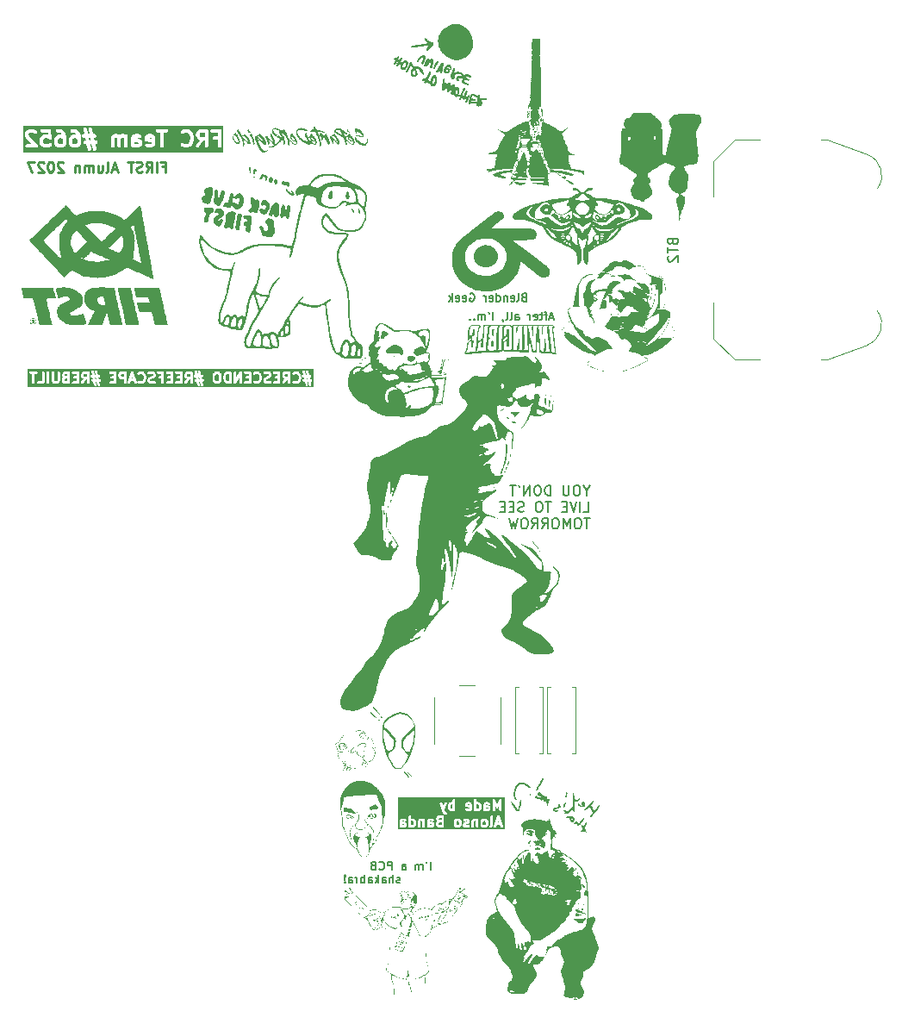
<source format=gbr>
%TF.GenerationSoftware,KiCad,Pcbnew,9.0.1*%
%TF.CreationDate,2025-04-25T03:06:48-06:00*%
%TF.ProjectId,Now were talkin,4e6f7720-7765-4726-9520-74616c6b696e,rev?*%
%TF.SameCoordinates,Original*%
%TF.FileFunction,Legend,Bot*%
%TF.FilePolarity,Positive*%
%FSLAX46Y46*%
G04 Gerber Fmt 4.6, Leading zero omitted, Abs format (unit mm)*
G04 Created by KiCad (PCBNEW 9.0.1) date 2025-04-25 03:06:48*
%MOMM*%
%LPD*%
G01*
G04 APERTURE LIST*
%ADD10C,0.250000*%
%ADD11C,0.160000*%
%ADD12C,0.150000*%
%ADD13C,0.350000*%
%ADD14C,0.000000*%
%ADD15C,0.120000*%
G04 APERTURE END LIST*
D10*
G36*
X163623307Y-163124454D02*
G01*
X163639096Y-163156031D01*
X163639096Y-163192252D01*
X163623306Y-163223831D01*
X163591731Y-163239619D01*
X163412906Y-163239619D01*
X163412906Y-163108666D01*
X163591731Y-163108666D01*
X163623307Y-163124454D01*
G37*
G36*
X164499575Y-162848302D02*
G01*
X164518507Y-162867235D01*
X164543858Y-162917936D01*
X164543858Y-163144633D01*
X164518506Y-163195336D01*
X164499575Y-163214268D01*
X164448874Y-163239619D01*
X164317668Y-163239619D01*
X164317668Y-162822952D01*
X164448874Y-162822952D01*
X164499575Y-162848302D01*
G37*
G36*
X166337593Y-163124454D02*
G01*
X166353382Y-163156031D01*
X166353382Y-163192252D01*
X166337592Y-163223831D01*
X166306017Y-163239619D01*
X166127192Y-163239619D01*
X166127192Y-163108666D01*
X166306017Y-163108666D01*
X166337593Y-163124454D01*
G37*
G36*
X167305763Y-163239619D02*
G01*
X167079320Y-163239619D01*
X167028618Y-163214268D01*
X167009686Y-163195336D01*
X166984335Y-163144634D01*
X166984335Y-163060793D01*
X167009685Y-163010091D01*
X167022096Y-162997681D01*
X167117716Y-162965809D01*
X167305763Y-162965809D01*
X167305763Y-163239619D01*
G37*
G36*
X167305763Y-162715809D02*
G01*
X167126939Y-162715809D01*
X167076237Y-162690458D01*
X167057304Y-162671526D01*
X167031954Y-162620825D01*
X167031954Y-162584603D01*
X167057304Y-162533901D01*
X167076237Y-162514969D01*
X167126939Y-162489619D01*
X167305763Y-162489619D01*
X167305763Y-162715809D01*
G37*
G36*
X168975766Y-162848302D02*
G01*
X168994698Y-162867235D01*
X169020049Y-162917936D01*
X169020049Y-163144633D01*
X168994697Y-163195336D01*
X168975766Y-163214268D01*
X168925065Y-163239619D01*
X168841225Y-163239619D01*
X168790523Y-163214268D01*
X168771591Y-163195336D01*
X168746240Y-163144634D01*
X168746240Y-162917936D01*
X168771590Y-162867234D01*
X168790523Y-162848302D01*
X168841225Y-162822952D01*
X168925065Y-162822952D01*
X168975766Y-162848302D01*
G37*
G36*
X171594814Y-162848302D02*
G01*
X171613746Y-162867235D01*
X171639097Y-162917936D01*
X171639097Y-163144633D01*
X171613745Y-163195336D01*
X171594814Y-163214268D01*
X171544113Y-163239619D01*
X171460273Y-163239619D01*
X171409571Y-163214268D01*
X171390639Y-163195336D01*
X171365288Y-163144634D01*
X171365288Y-162917936D01*
X171390638Y-162867234D01*
X171409571Y-162848302D01*
X171460273Y-162822952D01*
X171544113Y-162822952D01*
X171594814Y-162848302D01*
G37*
G36*
X172971622Y-162953904D02*
G01*
X172842288Y-162953904D01*
X172906954Y-162759903D01*
X172971622Y-162953904D01*
G37*
G36*
X168401002Y-161629675D02*
G01*
X168269797Y-161629675D01*
X168219095Y-161604324D01*
X168200163Y-161585392D01*
X168174812Y-161534690D01*
X168174812Y-161307992D01*
X168200162Y-161257290D01*
X168219095Y-161238358D01*
X168269797Y-161213008D01*
X168401002Y-161213008D01*
X168401002Y-161629675D01*
G37*
G36*
X170051880Y-161228796D02*
G01*
X170067669Y-161260373D01*
X170067669Y-161268865D01*
X169860141Y-161227359D01*
X169888845Y-161213008D01*
X170020304Y-161213008D01*
X170051880Y-161228796D01*
G37*
G36*
X170928148Y-161238358D02*
G01*
X170947080Y-161257291D01*
X170972431Y-161307992D01*
X170972431Y-161534689D01*
X170947079Y-161585392D01*
X170928148Y-161604324D01*
X170877447Y-161629675D01*
X170746241Y-161629675D01*
X170746241Y-161213008D01*
X170877447Y-161213008D01*
X170928148Y-161238358D01*
G37*
G36*
X171861404Y-161514510D02*
G01*
X171877193Y-161546087D01*
X171877193Y-161582308D01*
X171861403Y-161613887D01*
X171829828Y-161629675D01*
X171651003Y-161629675D01*
X171651003Y-161498722D01*
X171829828Y-161498722D01*
X171861404Y-161514510D01*
G37*
G36*
X173489306Y-163614619D02*
G01*
X163037906Y-163614619D01*
X163037906Y-162840809D01*
X163162906Y-162840809D01*
X163162906Y-163364619D01*
X163165308Y-163389005D01*
X163183972Y-163434065D01*
X163218460Y-163468553D01*
X163263520Y-163487217D01*
X163312292Y-163487217D01*
X163333017Y-163478632D01*
X163350128Y-163485180D01*
X163354608Y-163485498D01*
X163358758Y-163487217D01*
X163383144Y-163489619D01*
X163621239Y-163489619D01*
X163645625Y-163487217D01*
X163649773Y-163485498D01*
X163654255Y-163485180D01*
X163677141Y-163476422D01*
X163772378Y-163428804D01*
X163776455Y-163426237D01*
X163778382Y-163425595D01*
X163780781Y-163423513D01*
X163793116Y-163415749D01*
X163803382Y-163403911D01*
X163815227Y-163393639D01*
X163822994Y-163381299D01*
X163825072Y-163378904D01*
X163825713Y-163376980D01*
X163828281Y-163372901D01*
X163875900Y-163277662D01*
X163884657Y-163254777D01*
X163884975Y-163250296D01*
X163886694Y-163246147D01*
X163889096Y-163221761D01*
X163889096Y-163126523D01*
X163886694Y-163102137D01*
X163884975Y-163097987D01*
X163884657Y-163093507D01*
X163875899Y-163070621D01*
X163828280Y-162975383D01*
X163825713Y-162971306D01*
X163825072Y-162969381D01*
X163822992Y-162966982D01*
X163815226Y-162954646D01*
X163803385Y-162944376D01*
X163793116Y-162932536D01*
X163780778Y-162924769D01*
X163778381Y-162922690D01*
X163776456Y-162922048D01*
X163772378Y-162919481D01*
X163677141Y-162871863D01*
X163654255Y-162863105D01*
X163649773Y-162862786D01*
X163645625Y-162861068D01*
X163621239Y-162858666D01*
X163418731Y-162858666D01*
X163428694Y-162838740D01*
X163460272Y-162822952D01*
X163591731Y-162822952D01*
X163660575Y-162857374D01*
X163683461Y-162866132D01*
X163732110Y-162869589D01*
X163778381Y-162854166D01*
X163815226Y-162822210D01*
X163837037Y-162778587D01*
X163840495Y-162729937D01*
X163825072Y-162683667D01*
X163793116Y-162646822D01*
X163772378Y-162633767D01*
X163677141Y-162586149D01*
X163654255Y-162577391D01*
X163649773Y-162577072D01*
X163645625Y-162575354D01*
X163621239Y-162572952D01*
X163430763Y-162572952D01*
X163406377Y-162575354D01*
X163402227Y-162577072D01*
X163397747Y-162577391D01*
X163374861Y-162586149D01*
X163279623Y-162633768D01*
X163275546Y-162636334D01*
X163273621Y-162636976D01*
X163271222Y-162639055D01*
X163258886Y-162646822D01*
X163248616Y-162658662D01*
X163236776Y-162668932D01*
X163229009Y-162681269D01*
X163226930Y-162683667D01*
X163226288Y-162685591D01*
X163223721Y-162689670D01*
X163176103Y-162784907D01*
X163167345Y-162807793D01*
X163167026Y-162812274D01*
X163165308Y-162816423D01*
X163162906Y-162840809D01*
X163037906Y-162840809D01*
X163037906Y-162364619D01*
X164067668Y-162364619D01*
X164067668Y-163364619D01*
X164070070Y-163389005D01*
X164088734Y-163434065D01*
X164123222Y-163468553D01*
X164168282Y-163487217D01*
X164217054Y-163487217D01*
X164237779Y-163478632D01*
X164254890Y-163485180D01*
X164259370Y-163485498D01*
X164263520Y-163487217D01*
X164287906Y-163489619D01*
X164478382Y-163489619D01*
X164502768Y-163487217D01*
X164506916Y-163485498D01*
X164511398Y-163485180D01*
X164534284Y-163476422D01*
X164629521Y-163428804D01*
X164640017Y-163422196D01*
X164643067Y-163420933D01*
X164646500Y-163418114D01*
X164650259Y-163415749D01*
X164652421Y-163413255D01*
X164662009Y-163405387D01*
X164709628Y-163357768D01*
X164717495Y-163348180D01*
X164719988Y-163346019D01*
X164722354Y-163342259D01*
X164725173Y-163338825D01*
X164726435Y-163335776D01*
X164733042Y-163325282D01*
X164780661Y-163230044D01*
X164789419Y-163207158D01*
X164789737Y-163202677D01*
X164791456Y-163198528D01*
X164793858Y-163174142D01*
X164793858Y-162888428D01*
X164791456Y-162864042D01*
X164789737Y-162859892D01*
X164789419Y-162855412D01*
X164783831Y-162840809D01*
X164972430Y-162840809D01*
X164972430Y-163364619D01*
X164974832Y-163389005D01*
X164993496Y-163434065D01*
X165027984Y-163468553D01*
X165073044Y-163487217D01*
X165121816Y-163487217D01*
X165166876Y-163468553D01*
X165201364Y-163434065D01*
X165220028Y-163389005D01*
X165222430Y-163364619D01*
X165222430Y-162870317D01*
X165238218Y-162838740D01*
X165269796Y-162822952D01*
X165353636Y-162822952D01*
X165401001Y-162846634D01*
X165401001Y-163364619D01*
X165403403Y-163389005D01*
X165422067Y-163434065D01*
X165456555Y-163468553D01*
X165501615Y-163487217D01*
X165550387Y-163487217D01*
X165595447Y-163468553D01*
X165629935Y-163434065D01*
X165648599Y-163389005D01*
X165651001Y-163364619D01*
X165651001Y-162840809D01*
X165877192Y-162840809D01*
X165877192Y-163364619D01*
X165879594Y-163389005D01*
X165898258Y-163434065D01*
X165932746Y-163468553D01*
X165977806Y-163487217D01*
X166026578Y-163487217D01*
X166047303Y-163478632D01*
X166064414Y-163485180D01*
X166068894Y-163485498D01*
X166073044Y-163487217D01*
X166097430Y-163489619D01*
X166335525Y-163489619D01*
X166359911Y-163487217D01*
X166364059Y-163485498D01*
X166368541Y-163485180D01*
X166391427Y-163476422D01*
X166486664Y-163428804D01*
X166490741Y-163426237D01*
X166492668Y-163425595D01*
X166495067Y-163423513D01*
X166507402Y-163415749D01*
X166517668Y-163403911D01*
X166529513Y-163393639D01*
X166537280Y-163381299D01*
X166539358Y-163378904D01*
X166539999Y-163376980D01*
X166542567Y-163372901D01*
X166590186Y-163277662D01*
X166598943Y-163254777D01*
X166599261Y-163250296D01*
X166600980Y-163246147D01*
X166603382Y-163221761D01*
X166603382Y-163126523D01*
X166600980Y-163102137D01*
X166599261Y-163097987D01*
X166598943Y-163093507D01*
X166590185Y-163070621D01*
X166570517Y-163031285D01*
X166734335Y-163031285D01*
X166734335Y-163174142D01*
X166736737Y-163198528D01*
X166738455Y-163202676D01*
X166738774Y-163207158D01*
X166747532Y-163230044D01*
X166795150Y-163325281D01*
X166801757Y-163335777D01*
X166803020Y-163338825D01*
X166805837Y-163342258D01*
X166808205Y-163346019D01*
X166810699Y-163348182D01*
X166818565Y-163357767D01*
X166866184Y-163405387D01*
X166875772Y-163413256D01*
X166877934Y-163415749D01*
X166881688Y-163418112D01*
X166885125Y-163420933D01*
X166888178Y-163422197D01*
X166898671Y-163428803D01*
X166993909Y-163476422D01*
X167016795Y-163485180D01*
X167021275Y-163485498D01*
X167025425Y-163487217D01*
X167049811Y-163489619D01*
X167430763Y-163489619D01*
X167455149Y-163487217D01*
X167500209Y-163468553D01*
X167534697Y-163434065D01*
X167553361Y-163389005D01*
X167555763Y-163364619D01*
X167555763Y-162888428D01*
X168496240Y-162888428D01*
X168496240Y-163174142D01*
X168498642Y-163198528D01*
X168500360Y-163202676D01*
X168500679Y-163207158D01*
X168509437Y-163230044D01*
X168557055Y-163325281D01*
X168563662Y-163335777D01*
X168564925Y-163338825D01*
X168567742Y-163342258D01*
X168570110Y-163346019D01*
X168572604Y-163348182D01*
X168580470Y-163357767D01*
X168628089Y-163405387D01*
X168637677Y-163413256D01*
X168639839Y-163415749D01*
X168643593Y-163418112D01*
X168647030Y-163420933D01*
X168650083Y-163422197D01*
X168660576Y-163428803D01*
X168755814Y-163476422D01*
X168778700Y-163485180D01*
X168783180Y-163485498D01*
X168787330Y-163487217D01*
X168811716Y-163489619D01*
X168954573Y-163489619D01*
X168978959Y-163487217D01*
X168983107Y-163485498D01*
X168987589Y-163485180D01*
X169010475Y-163476422D01*
X169105712Y-163428804D01*
X169116208Y-163422196D01*
X169119258Y-163420933D01*
X169122691Y-163418114D01*
X169126450Y-163415749D01*
X169128612Y-163413255D01*
X169138200Y-163405387D01*
X169185819Y-163357768D01*
X169193686Y-163348180D01*
X169196179Y-163346019D01*
X169198545Y-163342259D01*
X169201364Y-163338825D01*
X169202626Y-163335776D01*
X169209233Y-163325282D01*
X169256852Y-163230044D01*
X169265610Y-163207158D01*
X169265928Y-163202677D01*
X169267647Y-163198528D01*
X169270049Y-163174142D01*
X169401002Y-163174142D01*
X169401002Y-163221761D01*
X169403404Y-163246147D01*
X169405122Y-163250296D01*
X169405441Y-163254776D01*
X169414198Y-163277662D01*
X169461817Y-163372901D01*
X169464384Y-163376979D01*
X169465026Y-163378904D01*
X169467104Y-163381300D01*
X169474871Y-163393638D01*
X169486713Y-163403909D01*
X169496982Y-163415749D01*
X169509315Y-163423513D01*
X169511716Y-163425595D01*
X169513643Y-163426237D01*
X169517719Y-163428803D01*
X169612957Y-163476422D01*
X169635843Y-163485180D01*
X169640323Y-163485498D01*
X169644473Y-163487217D01*
X169668859Y-163489619D01*
X169859335Y-163489619D01*
X169883721Y-163487217D01*
X169887869Y-163485498D01*
X169892351Y-163485180D01*
X169915237Y-163476422D01*
X170010474Y-163428804D01*
X170031212Y-163415749D01*
X170063168Y-163378904D01*
X170078591Y-163332634D01*
X170075133Y-163283984D01*
X170053322Y-163240361D01*
X170016477Y-163208405D01*
X169970206Y-163192982D01*
X169921557Y-163196439D01*
X169898671Y-163205197D01*
X169829827Y-163239619D01*
X169698368Y-163239619D01*
X169666791Y-163223830D01*
X169653851Y-163197951D01*
X169666790Y-163172073D01*
X169698368Y-163156285D01*
X169811716Y-163156285D01*
X169836102Y-163153883D01*
X169840250Y-163152164D01*
X169844732Y-163151846D01*
X169867618Y-163143088D01*
X169962855Y-163095470D01*
X169966933Y-163092902D01*
X169968858Y-163092261D01*
X169971255Y-163090181D01*
X169983593Y-163082415D01*
X169993862Y-163070574D01*
X170005703Y-163060305D01*
X170013469Y-163047968D01*
X170015549Y-163045570D01*
X170016190Y-163043644D01*
X170018757Y-163039568D01*
X170066376Y-162944330D01*
X170075134Y-162921444D01*
X170075452Y-162916963D01*
X170077171Y-162912814D01*
X170079573Y-162888428D01*
X170079573Y-162840809D01*
X170258145Y-162840809D01*
X170258145Y-163364619D01*
X170260547Y-163389005D01*
X170279211Y-163434065D01*
X170313699Y-163468553D01*
X170358759Y-163487217D01*
X170407531Y-163487217D01*
X170452591Y-163468553D01*
X170487079Y-163434065D01*
X170505743Y-163389005D01*
X170508145Y-163364619D01*
X170508145Y-162870317D01*
X170523933Y-162838740D01*
X170555511Y-162822952D01*
X170639351Y-162822952D01*
X170686716Y-162846634D01*
X170686716Y-163364619D01*
X170689118Y-163389005D01*
X170707782Y-163434065D01*
X170742270Y-163468553D01*
X170787330Y-163487217D01*
X170836102Y-163487217D01*
X170881162Y-163468553D01*
X170915650Y-163434065D01*
X170934314Y-163389005D01*
X170936716Y-163364619D01*
X170936716Y-162888428D01*
X171115288Y-162888428D01*
X171115288Y-163174142D01*
X171117690Y-163198528D01*
X171119408Y-163202676D01*
X171119727Y-163207158D01*
X171128485Y-163230044D01*
X171176103Y-163325281D01*
X171182710Y-163335777D01*
X171183973Y-163338825D01*
X171186790Y-163342258D01*
X171189158Y-163346019D01*
X171191652Y-163348182D01*
X171199518Y-163357767D01*
X171247137Y-163405387D01*
X171256725Y-163413256D01*
X171258887Y-163415749D01*
X171262641Y-163418112D01*
X171266078Y-163420933D01*
X171269131Y-163422197D01*
X171279624Y-163428803D01*
X171374862Y-163476422D01*
X171397748Y-163485180D01*
X171402228Y-163485498D01*
X171406378Y-163487217D01*
X171430764Y-163489619D01*
X171573621Y-163489619D01*
X171598007Y-163487217D01*
X171602155Y-163485498D01*
X171606637Y-163485180D01*
X171629523Y-163476422D01*
X171724760Y-163428804D01*
X171735256Y-163422196D01*
X171738306Y-163420933D01*
X171741739Y-163418114D01*
X171745498Y-163415749D01*
X171747660Y-163413255D01*
X171757248Y-163405387D01*
X171804867Y-163357768D01*
X171812073Y-163348985D01*
X171973412Y-163348985D01*
X171976870Y-163397635D01*
X171998682Y-163441258D01*
X172035527Y-163473214D01*
X172081797Y-163488638D01*
X172130447Y-163485180D01*
X172153333Y-163476422D01*
X172248570Y-163428804D01*
X172252647Y-163426237D01*
X172254574Y-163425595D01*
X172256973Y-163423513D01*
X172269308Y-163415749D01*
X172279574Y-163403911D01*
X172291419Y-163393639D01*
X172299186Y-163381299D01*
X172301264Y-163378904D01*
X172301905Y-163376980D01*
X172304473Y-163372901D01*
X172316431Y-163348985D01*
X172449604Y-163348985D01*
X172453061Y-163397634D01*
X172474873Y-163441259D01*
X172511719Y-163473214D01*
X172557988Y-163488637D01*
X172606637Y-163485180D01*
X172650262Y-163463368D01*
X172682217Y-163426522D01*
X172692207Y-163404147D01*
X172758955Y-163203904D01*
X173054955Y-163203904D01*
X173121702Y-163404147D01*
X173131693Y-163426522D01*
X173163648Y-163463368D01*
X173207272Y-163485180D01*
X173255922Y-163488637D01*
X173302191Y-163473214D01*
X173339037Y-163441258D01*
X173360849Y-163397634D01*
X173364306Y-163348984D01*
X173358873Y-163325090D01*
X173025540Y-162325091D01*
X173015550Y-162302716D01*
X173009698Y-162295968D01*
X173005704Y-162287980D01*
X172993866Y-162277713D01*
X172983595Y-162265870D01*
X172975603Y-162261874D01*
X172968858Y-162256024D01*
X172953990Y-162251068D01*
X172939970Y-162244058D01*
X172931060Y-162243424D01*
X172922589Y-162240601D01*
X172906954Y-162241711D01*
X172891321Y-162240601D01*
X172882849Y-162243424D01*
X172873939Y-162244058D01*
X172859917Y-162251069D01*
X172845052Y-162256024D01*
X172838306Y-162261874D01*
X172830315Y-162265870D01*
X172820046Y-162277710D01*
X172808206Y-162287979D01*
X172804210Y-162295969D01*
X172798360Y-162302716D01*
X172788369Y-162325091D01*
X172455037Y-163325091D01*
X172449604Y-163348985D01*
X172316431Y-163348985D01*
X172352092Y-163277662D01*
X172360849Y-163254777D01*
X172361167Y-163250296D01*
X172362886Y-163246147D01*
X172365288Y-163221761D01*
X172365288Y-162364619D01*
X172362886Y-162340233D01*
X172344222Y-162295173D01*
X172309734Y-162260685D01*
X172264674Y-162242021D01*
X172215902Y-162242021D01*
X172170842Y-162260685D01*
X172136354Y-162295173D01*
X172117690Y-162340233D01*
X172115288Y-162364619D01*
X172115288Y-163192252D01*
X172099498Y-163223831D01*
X172041529Y-163252816D01*
X172020792Y-163265870D01*
X171988836Y-163302715D01*
X171973412Y-163348985D01*
X171812073Y-163348985D01*
X171812734Y-163348180D01*
X171815227Y-163346019D01*
X171817593Y-163342259D01*
X171820412Y-163338825D01*
X171821674Y-163335776D01*
X171828281Y-163325282D01*
X171875900Y-163230044D01*
X171884658Y-163207158D01*
X171884976Y-163202677D01*
X171886695Y-163198528D01*
X171889097Y-163174142D01*
X171889097Y-162888428D01*
X171886695Y-162864042D01*
X171884976Y-162859892D01*
X171884658Y-162855412D01*
X171875900Y-162832526D01*
X171828281Y-162737288D01*
X171821674Y-162726793D01*
X171820411Y-162723743D01*
X171817592Y-162720308D01*
X171815227Y-162716551D01*
X171812735Y-162714389D01*
X171804866Y-162704801D01*
X171757247Y-162657183D01*
X171747661Y-162649316D01*
X171745498Y-162646822D01*
X171741736Y-162644453D01*
X171738305Y-162641638D01*
X171735258Y-162640376D01*
X171724760Y-162633767D01*
X171629523Y-162586149D01*
X171606637Y-162577391D01*
X171602155Y-162577072D01*
X171598007Y-162575354D01*
X171573621Y-162572952D01*
X171430764Y-162572952D01*
X171406378Y-162575354D01*
X171402228Y-162577072D01*
X171397748Y-162577391D01*
X171374862Y-162586149D01*
X171279624Y-162633768D01*
X171269129Y-162640374D01*
X171266079Y-162641638D01*
X171262644Y-162644456D01*
X171258887Y-162646822D01*
X171256725Y-162649313D01*
X171247137Y-162657183D01*
X171199519Y-162704802D01*
X171191652Y-162714387D01*
X171189158Y-162716551D01*
X171186789Y-162720312D01*
X171183974Y-162723744D01*
X171182712Y-162726790D01*
X171176103Y-162737289D01*
X171128485Y-162832526D01*
X171119727Y-162855412D01*
X171119408Y-162859893D01*
X171117690Y-162864042D01*
X171115288Y-162888428D01*
X170936716Y-162888428D01*
X170936716Y-162697952D01*
X170934314Y-162673566D01*
X170915650Y-162628506D01*
X170881162Y-162594018D01*
X170836102Y-162575354D01*
X170787330Y-162575354D01*
X170742270Y-162594018D01*
X170741679Y-162594608D01*
X170724761Y-162586149D01*
X170701875Y-162577391D01*
X170697393Y-162577072D01*
X170693245Y-162575354D01*
X170668859Y-162572952D01*
X170526002Y-162572952D01*
X170501616Y-162575354D01*
X170497466Y-162577072D01*
X170492986Y-162577391D01*
X170470100Y-162586149D01*
X170374862Y-162633768D01*
X170370785Y-162636334D01*
X170368860Y-162636976D01*
X170366461Y-162639055D01*
X170354125Y-162646822D01*
X170343855Y-162658662D01*
X170332015Y-162668932D01*
X170324248Y-162681269D01*
X170322169Y-162683667D01*
X170321527Y-162685591D01*
X170318960Y-162689670D01*
X170271342Y-162784907D01*
X170262584Y-162807793D01*
X170262265Y-162812274D01*
X170260547Y-162816423D01*
X170258145Y-162840809D01*
X170079573Y-162840809D01*
X170077171Y-162816423D01*
X170075452Y-162812273D01*
X170075134Y-162807793D01*
X170066376Y-162784907D01*
X170018757Y-162689669D01*
X170016190Y-162685592D01*
X170015549Y-162683667D01*
X170013469Y-162681268D01*
X170005703Y-162668932D01*
X169993862Y-162658662D01*
X169983593Y-162646822D01*
X169971255Y-162639055D01*
X169968858Y-162636976D01*
X169966933Y-162636334D01*
X169962855Y-162633767D01*
X169867618Y-162586149D01*
X169844732Y-162577391D01*
X169840250Y-162577072D01*
X169836102Y-162575354D01*
X169811716Y-162572952D01*
X169668859Y-162572952D01*
X169644473Y-162575354D01*
X169640323Y-162577072D01*
X169635843Y-162577391D01*
X169612957Y-162586149D01*
X169517719Y-162633768D01*
X169496982Y-162646822D01*
X169465026Y-162683667D01*
X169449602Y-162729937D01*
X169453060Y-162778587D01*
X169474872Y-162822210D01*
X169511717Y-162854166D01*
X169557987Y-162869590D01*
X169606637Y-162866132D01*
X169629523Y-162857374D01*
X169698368Y-162822952D01*
X169782208Y-162822952D01*
X169813784Y-162838740D01*
X169826723Y-162864618D01*
X169813784Y-162890496D01*
X169782208Y-162906285D01*
X169668859Y-162906285D01*
X169644473Y-162908687D01*
X169640323Y-162910405D01*
X169635843Y-162910724D01*
X169612957Y-162919482D01*
X169517719Y-162967101D01*
X169513642Y-162969667D01*
X169511717Y-162970309D01*
X169509318Y-162972388D01*
X169496982Y-162980155D01*
X169486712Y-162991995D01*
X169474872Y-163002265D01*
X169467105Y-163014602D01*
X169465026Y-163017000D01*
X169464384Y-163018924D01*
X169461817Y-163023003D01*
X169414199Y-163118240D01*
X169405441Y-163141126D01*
X169405122Y-163145607D01*
X169403404Y-163149756D01*
X169401002Y-163174142D01*
X169270049Y-163174142D01*
X169270049Y-162888428D01*
X169267647Y-162864042D01*
X169265928Y-162859892D01*
X169265610Y-162855412D01*
X169256852Y-162832526D01*
X169209233Y-162737288D01*
X169202626Y-162726793D01*
X169201363Y-162723743D01*
X169198544Y-162720308D01*
X169196179Y-162716551D01*
X169193687Y-162714389D01*
X169185818Y-162704801D01*
X169138199Y-162657183D01*
X169128613Y-162649316D01*
X169126450Y-162646822D01*
X169122688Y-162644453D01*
X169119257Y-162641638D01*
X169116210Y-162640376D01*
X169105712Y-162633767D01*
X169010475Y-162586149D01*
X168987589Y-162577391D01*
X168983107Y-162577072D01*
X168978959Y-162575354D01*
X168954573Y-162572952D01*
X168811716Y-162572952D01*
X168787330Y-162575354D01*
X168783180Y-162577072D01*
X168778700Y-162577391D01*
X168755814Y-162586149D01*
X168660576Y-162633768D01*
X168650081Y-162640374D01*
X168647031Y-162641638D01*
X168643596Y-162644456D01*
X168639839Y-162646822D01*
X168637677Y-162649313D01*
X168628089Y-162657183D01*
X168580471Y-162704802D01*
X168572604Y-162714387D01*
X168570110Y-162716551D01*
X168567741Y-162720312D01*
X168564926Y-162723744D01*
X168563664Y-162726790D01*
X168557055Y-162737289D01*
X168509437Y-162832526D01*
X168500679Y-162855412D01*
X168500360Y-162859893D01*
X168498642Y-162864042D01*
X168496240Y-162888428D01*
X167555763Y-162888428D01*
X167555763Y-162364619D01*
X167553361Y-162340233D01*
X167534697Y-162295173D01*
X167500209Y-162260685D01*
X167455149Y-162242021D01*
X167430763Y-162239619D01*
X167097430Y-162239619D01*
X167073044Y-162242021D01*
X167068894Y-162243739D01*
X167064414Y-162244058D01*
X167041528Y-162252816D01*
X166946290Y-162300435D01*
X166935795Y-162307041D01*
X166932745Y-162308305D01*
X166929310Y-162311123D01*
X166925553Y-162313489D01*
X166923391Y-162315980D01*
X166913803Y-162323850D01*
X166866185Y-162371469D01*
X166858318Y-162381054D01*
X166855824Y-162383218D01*
X166853455Y-162386979D01*
X166850640Y-162390411D01*
X166849378Y-162393457D01*
X166842769Y-162403956D01*
X166795151Y-162499193D01*
X166786393Y-162522079D01*
X166786074Y-162526560D01*
X166784356Y-162530709D01*
X166781954Y-162555095D01*
X166781954Y-162650333D01*
X166784356Y-162674719D01*
X166786074Y-162678867D01*
X166786393Y-162683349D01*
X166795151Y-162706235D01*
X166842769Y-162801472D01*
X166849378Y-162811970D01*
X166850640Y-162815017D01*
X166850895Y-162815328D01*
X166818566Y-162847659D01*
X166810699Y-162857244D01*
X166808205Y-162859408D01*
X166805836Y-162863169D01*
X166803021Y-162866601D01*
X166801759Y-162869647D01*
X166795150Y-162880146D01*
X166747532Y-162975383D01*
X166738774Y-162998269D01*
X166738455Y-163002750D01*
X166736737Y-163006899D01*
X166734335Y-163031285D01*
X166570517Y-163031285D01*
X166542566Y-162975383D01*
X166539999Y-162971306D01*
X166539358Y-162969381D01*
X166537278Y-162966982D01*
X166529512Y-162954646D01*
X166517671Y-162944376D01*
X166507402Y-162932536D01*
X166495064Y-162924769D01*
X166492667Y-162922690D01*
X166490742Y-162922048D01*
X166486664Y-162919481D01*
X166391427Y-162871863D01*
X166368541Y-162863105D01*
X166364059Y-162862786D01*
X166359911Y-162861068D01*
X166335525Y-162858666D01*
X166133017Y-162858666D01*
X166142980Y-162838740D01*
X166174558Y-162822952D01*
X166306017Y-162822952D01*
X166374861Y-162857374D01*
X166397747Y-162866132D01*
X166446396Y-162869589D01*
X166492667Y-162854166D01*
X166529512Y-162822210D01*
X166551323Y-162778587D01*
X166554781Y-162729937D01*
X166539358Y-162683667D01*
X166507402Y-162646822D01*
X166486664Y-162633767D01*
X166391427Y-162586149D01*
X166368541Y-162577391D01*
X166364059Y-162577072D01*
X166359911Y-162575354D01*
X166335525Y-162572952D01*
X166145049Y-162572952D01*
X166120663Y-162575354D01*
X166116513Y-162577072D01*
X166112033Y-162577391D01*
X166089147Y-162586149D01*
X165993909Y-162633768D01*
X165989832Y-162636334D01*
X165987907Y-162636976D01*
X165985508Y-162639055D01*
X165973172Y-162646822D01*
X165962902Y-162658662D01*
X165951062Y-162668932D01*
X165943295Y-162681269D01*
X165941216Y-162683667D01*
X165940574Y-162685591D01*
X165938007Y-162689670D01*
X165890389Y-162784907D01*
X165881631Y-162807793D01*
X165881312Y-162812274D01*
X165879594Y-162816423D01*
X165877192Y-162840809D01*
X165651001Y-162840809D01*
X165651001Y-162697952D01*
X165648599Y-162673566D01*
X165629935Y-162628506D01*
X165595447Y-162594018D01*
X165550387Y-162575354D01*
X165501615Y-162575354D01*
X165456555Y-162594018D01*
X165455964Y-162594608D01*
X165439046Y-162586149D01*
X165416160Y-162577391D01*
X165411678Y-162577072D01*
X165407530Y-162575354D01*
X165383144Y-162572952D01*
X165240287Y-162572952D01*
X165215901Y-162575354D01*
X165211751Y-162577072D01*
X165207271Y-162577391D01*
X165184385Y-162586149D01*
X165089147Y-162633768D01*
X165085070Y-162636334D01*
X165083145Y-162636976D01*
X165080746Y-162639055D01*
X165068410Y-162646822D01*
X165058140Y-162658662D01*
X165046300Y-162668932D01*
X165038533Y-162681269D01*
X165036454Y-162683667D01*
X165035812Y-162685591D01*
X165033245Y-162689670D01*
X164985627Y-162784907D01*
X164976869Y-162807793D01*
X164976550Y-162812274D01*
X164974832Y-162816423D01*
X164972430Y-162840809D01*
X164783831Y-162840809D01*
X164780661Y-162832526D01*
X164733042Y-162737288D01*
X164726435Y-162726793D01*
X164725172Y-162723743D01*
X164722353Y-162720308D01*
X164719988Y-162716551D01*
X164717496Y-162714389D01*
X164709627Y-162704801D01*
X164662008Y-162657183D01*
X164652422Y-162649316D01*
X164650259Y-162646822D01*
X164646497Y-162644453D01*
X164643066Y-162641638D01*
X164640019Y-162640376D01*
X164629521Y-162633767D01*
X164534284Y-162586149D01*
X164511398Y-162577391D01*
X164506916Y-162577072D01*
X164502768Y-162575354D01*
X164478382Y-162572952D01*
X164317668Y-162572952D01*
X164317668Y-162364619D01*
X164315266Y-162340233D01*
X164296602Y-162295173D01*
X164262114Y-162260685D01*
X164217054Y-162242021D01*
X164168282Y-162242021D01*
X164123222Y-162260685D01*
X164088734Y-162295173D01*
X164070070Y-162340233D01*
X164067668Y-162364619D01*
X163037906Y-162364619D01*
X163037906Y-161106277D01*
X167116630Y-161106277D01*
X167122570Y-161130050D01*
X167360665Y-161796717D01*
X167361668Y-161798840D01*
X167362323Y-161801099D01*
X167457561Y-162039194D01*
X167468848Y-162060943D01*
X167469391Y-162061499D01*
X167469688Y-162062216D01*
X167485233Y-162081158D01*
X167532851Y-162128777D01*
X167542439Y-162136646D01*
X167544601Y-162139138D01*
X167548358Y-162141503D01*
X167551793Y-162144322D01*
X167554843Y-162145585D01*
X167565338Y-162152192D01*
X167660576Y-162199811D01*
X167683462Y-162208569D01*
X167732111Y-162212026D01*
X167778382Y-162196603D01*
X167815227Y-162164647D01*
X167837038Y-162121024D01*
X167840496Y-162072374D01*
X167825073Y-162026104D01*
X167793117Y-161989259D01*
X167772379Y-161976204D01*
X167695285Y-161937657D01*
X167680152Y-161922525D01*
X167612010Y-161752170D01*
X167781184Y-161278484D01*
X167924812Y-161278484D01*
X167924812Y-161564198D01*
X167927214Y-161588584D01*
X167928932Y-161592732D01*
X167929251Y-161597214D01*
X167938009Y-161620100D01*
X167985627Y-161715337D01*
X167992234Y-161725833D01*
X167993497Y-161728881D01*
X167996314Y-161732314D01*
X167998682Y-161736075D01*
X168001176Y-161738238D01*
X168009042Y-161747823D01*
X168056661Y-161795443D01*
X168066249Y-161803312D01*
X168068411Y-161805805D01*
X168072165Y-161808168D01*
X168075602Y-161810989D01*
X168078655Y-161812253D01*
X168089148Y-161818859D01*
X168184386Y-161866478D01*
X168207272Y-161875236D01*
X168211752Y-161875554D01*
X168215902Y-161877273D01*
X168240288Y-161879675D01*
X168430764Y-161879675D01*
X168455150Y-161877273D01*
X168459298Y-161875554D01*
X168463780Y-161875236D01*
X168480890Y-161868688D01*
X168501616Y-161877273D01*
X168550388Y-161877273D01*
X168595448Y-161858609D01*
X168629936Y-161824121D01*
X168648600Y-161779061D01*
X168651002Y-161754675D01*
X168651002Y-161230865D01*
X169591479Y-161230865D01*
X169591479Y-161326103D01*
X169593881Y-161350489D01*
X169598567Y-161361803D01*
X169600944Y-161373817D01*
X169607808Y-161384114D01*
X169612545Y-161395549D01*
X169621204Y-161404208D01*
X169627998Y-161414399D01*
X169638282Y-161421286D01*
X169647033Y-161430037D01*
X169658347Y-161434723D01*
X169668523Y-161441538D01*
X169691964Y-161448676D01*
X170067669Y-161523817D01*
X170067669Y-161582308D01*
X170051879Y-161613887D01*
X170020304Y-161629675D01*
X169888845Y-161629675D01*
X169820000Y-161595253D01*
X169797114Y-161586495D01*
X169748464Y-161583037D01*
X169702194Y-161598461D01*
X169665349Y-161630417D01*
X169643537Y-161674040D01*
X169640079Y-161722690D01*
X169655503Y-161768960D01*
X169687459Y-161805805D01*
X169708196Y-161818859D01*
X169803434Y-161866478D01*
X169826320Y-161875236D01*
X169830800Y-161875554D01*
X169834950Y-161877273D01*
X169859336Y-161879675D01*
X170049812Y-161879675D01*
X170074198Y-161877273D01*
X170078346Y-161875554D01*
X170082828Y-161875236D01*
X170105714Y-161866478D01*
X170200951Y-161818860D01*
X170205028Y-161816293D01*
X170206955Y-161815651D01*
X170209354Y-161813569D01*
X170221689Y-161805805D01*
X170231955Y-161793967D01*
X170243800Y-161783695D01*
X170251567Y-161771355D01*
X170253645Y-161768960D01*
X170254286Y-161767036D01*
X170256854Y-161762957D01*
X170304473Y-161667718D01*
X170313230Y-161644833D01*
X170313548Y-161640352D01*
X170315267Y-161636203D01*
X170317669Y-161611817D01*
X170317669Y-161230865D01*
X170315267Y-161206479D01*
X170313548Y-161202329D01*
X170313230Y-161197849D01*
X170304472Y-161174963D01*
X170256853Y-161079725D01*
X170254286Y-161075648D01*
X170253645Y-161073723D01*
X170251565Y-161071324D01*
X170243799Y-161058988D01*
X170231958Y-161048718D01*
X170221689Y-161036878D01*
X170209351Y-161029111D01*
X170206954Y-161027032D01*
X170205029Y-161026390D01*
X170200951Y-161023823D01*
X170105714Y-160976205D01*
X170082828Y-160967447D01*
X170078346Y-160967128D01*
X170074198Y-160965410D01*
X170049812Y-160963008D01*
X169859336Y-160963008D01*
X169834950Y-160965410D01*
X169830800Y-160967128D01*
X169826320Y-160967447D01*
X169803434Y-160976205D01*
X169708196Y-161023824D01*
X169704119Y-161026390D01*
X169702194Y-161027032D01*
X169699795Y-161029111D01*
X169687459Y-161036878D01*
X169677189Y-161048718D01*
X169665349Y-161058988D01*
X169657582Y-161071325D01*
X169655503Y-161073723D01*
X169654861Y-161075647D01*
X169652294Y-161079726D01*
X169604676Y-161174963D01*
X169595918Y-161197849D01*
X169595599Y-161202330D01*
X169593881Y-161206479D01*
X169591479Y-161230865D01*
X168651002Y-161230865D01*
X168651002Y-160754675D01*
X170496241Y-160754675D01*
X170496241Y-161754675D01*
X170498643Y-161779061D01*
X170517307Y-161824121D01*
X170551795Y-161858609D01*
X170596855Y-161877273D01*
X170645627Y-161877273D01*
X170666352Y-161868688D01*
X170683463Y-161875236D01*
X170687943Y-161875554D01*
X170692093Y-161877273D01*
X170716479Y-161879675D01*
X170906955Y-161879675D01*
X170931341Y-161877273D01*
X170935489Y-161875554D01*
X170939971Y-161875236D01*
X170962857Y-161866478D01*
X171058094Y-161818860D01*
X171068590Y-161812252D01*
X171071640Y-161810989D01*
X171075073Y-161808170D01*
X171078832Y-161805805D01*
X171080994Y-161803311D01*
X171090582Y-161795443D01*
X171138201Y-161747824D01*
X171146068Y-161738236D01*
X171148561Y-161736075D01*
X171150927Y-161732315D01*
X171153746Y-161728881D01*
X171155008Y-161725832D01*
X171161615Y-161715338D01*
X171209234Y-161620100D01*
X171217992Y-161597214D01*
X171218310Y-161592733D01*
X171220029Y-161588584D01*
X171222431Y-161564198D01*
X171222431Y-161278484D01*
X171220029Y-161254098D01*
X171218310Y-161249948D01*
X171217992Y-161245468D01*
X171212404Y-161230865D01*
X171401003Y-161230865D01*
X171401003Y-161754675D01*
X171403405Y-161779061D01*
X171422069Y-161824121D01*
X171456557Y-161858609D01*
X171501617Y-161877273D01*
X171550389Y-161877273D01*
X171571114Y-161868688D01*
X171588225Y-161875236D01*
X171592705Y-161875554D01*
X171596855Y-161877273D01*
X171621241Y-161879675D01*
X171859336Y-161879675D01*
X171883722Y-161877273D01*
X171887870Y-161875554D01*
X171892352Y-161875236D01*
X171915238Y-161866478D01*
X172010475Y-161818860D01*
X172014552Y-161816293D01*
X172016479Y-161815651D01*
X172018878Y-161813569D01*
X172031213Y-161805805D01*
X172041479Y-161793967D01*
X172053324Y-161783695D01*
X172061091Y-161771355D01*
X172063169Y-161768960D01*
X172063810Y-161767036D01*
X172066378Y-161762957D01*
X172113997Y-161667718D01*
X172122754Y-161644833D01*
X172123072Y-161640352D01*
X172124791Y-161636203D01*
X172127193Y-161611817D01*
X172127193Y-161516579D01*
X172124791Y-161492193D01*
X172123072Y-161488043D01*
X172122754Y-161483563D01*
X172113996Y-161460677D01*
X172066377Y-161365439D01*
X172063810Y-161361362D01*
X172063169Y-161359437D01*
X172061089Y-161357038D01*
X172053323Y-161344702D01*
X172041482Y-161334432D01*
X172031213Y-161322592D01*
X172018875Y-161314825D01*
X172016478Y-161312746D01*
X172014553Y-161312104D01*
X172010475Y-161309537D01*
X171915238Y-161261919D01*
X171892352Y-161253161D01*
X171887870Y-161252842D01*
X171883722Y-161251124D01*
X171859336Y-161248722D01*
X171656828Y-161248722D01*
X171666791Y-161228796D01*
X171698369Y-161213008D01*
X171829828Y-161213008D01*
X171898672Y-161247430D01*
X171921558Y-161256188D01*
X171970207Y-161259645D01*
X172016478Y-161244222D01*
X172053323Y-161212266D01*
X172075134Y-161168643D01*
X172078592Y-161119993D01*
X172063169Y-161073723D01*
X172031213Y-161036878D01*
X172010475Y-161023823D01*
X171915238Y-160976205D01*
X171892352Y-160967447D01*
X171887870Y-160967128D01*
X171883722Y-160965410D01*
X171859336Y-160963008D01*
X171668860Y-160963008D01*
X171644474Y-160965410D01*
X171640324Y-160967128D01*
X171635844Y-160967447D01*
X171612958Y-160976205D01*
X171517720Y-161023824D01*
X171513643Y-161026390D01*
X171511718Y-161027032D01*
X171509319Y-161029111D01*
X171496983Y-161036878D01*
X171486713Y-161048718D01*
X171474873Y-161058988D01*
X171467106Y-161071325D01*
X171465027Y-161073723D01*
X171464385Y-161075647D01*
X171461818Y-161079726D01*
X171414200Y-161174963D01*
X171405442Y-161197849D01*
X171405123Y-161202330D01*
X171403405Y-161206479D01*
X171401003Y-161230865D01*
X171212404Y-161230865D01*
X171209234Y-161222582D01*
X171161615Y-161127344D01*
X171155008Y-161116849D01*
X171153745Y-161113799D01*
X171150926Y-161110364D01*
X171148561Y-161106607D01*
X171146069Y-161104445D01*
X171138200Y-161094857D01*
X171090581Y-161047239D01*
X171080995Y-161039372D01*
X171078832Y-161036878D01*
X171075070Y-161034509D01*
X171071639Y-161031694D01*
X171068592Y-161030432D01*
X171058094Y-161023823D01*
X170962857Y-160976205D01*
X170939971Y-160967447D01*
X170935489Y-160967128D01*
X170931341Y-160965410D01*
X170906955Y-160963008D01*
X170746241Y-160963008D01*
X170746241Y-160754675D01*
X172305765Y-160754675D01*
X172305765Y-161754675D01*
X172308167Y-161779061D01*
X172326831Y-161824121D01*
X172361319Y-161858609D01*
X172406379Y-161877273D01*
X172455151Y-161877273D01*
X172500211Y-161858609D01*
X172534699Y-161824121D01*
X172553363Y-161779061D01*
X172555765Y-161754675D01*
X172555765Y-161318121D01*
X172650825Y-161521821D01*
X172656114Y-161530750D01*
X172657215Y-161533776D01*
X172659174Y-161535916D01*
X172663314Y-161542903D01*
X172677322Y-161555731D01*
X172690155Y-161569744D01*
X172695187Y-161572092D01*
X172699283Y-161575843D01*
X172717133Y-161582334D01*
X172734351Y-161590369D01*
X172739900Y-161590612D01*
X172745120Y-161592511D01*
X172764098Y-161591676D01*
X172783077Y-161592511D01*
X172788296Y-161590612D01*
X172793845Y-161590369D01*
X172811058Y-161582335D01*
X172828914Y-161575843D01*
X172833010Y-161572091D01*
X172838041Y-161569744D01*
X172850871Y-161555733D01*
X172864882Y-161542903D01*
X172869021Y-161535916D01*
X172870981Y-161533776D01*
X172872081Y-161530750D01*
X172877371Y-161521821D01*
X172972431Y-161318120D01*
X172972431Y-161754675D01*
X172974833Y-161779061D01*
X172993497Y-161824121D01*
X173027985Y-161858609D01*
X173073045Y-161877273D01*
X173121817Y-161877273D01*
X173166877Y-161858609D01*
X173201365Y-161824121D01*
X173220029Y-161779061D01*
X173222431Y-161754675D01*
X173222431Y-160754675D01*
X173220852Y-160738647D01*
X173220982Y-160735696D01*
X173220405Y-160734110D01*
X173220029Y-160730289D01*
X173211729Y-160710252D01*
X173204314Y-160689859D01*
X173202431Y-160687803D01*
X173201365Y-160685229D01*
X173186027Y-160669891D01*
X173171374Y-160653891D01*
X173168848Y-160652712D01*
X173166877Y-160650741D01*
X173146838Y-160642440D01*
X173127178Y-160633266D01*
X173124391Y-160633143D01*
X173121817Y-160632077D01*
X173100131Y-160632077D01*
X173078453Y-160631124D01*
X173075832Y-160632077D01*
X173073045Y-160632077D01*
X173053001Y-160640379D01*
X173032616Y-160647792D01*
X173030560Y-160649674D01*
X173027985Y-160650741D01*
X173012642Y-160666083D01*
X172996647Y-160680732D01*
X172994689Y-160684036D01*
X172993497Y-160685229D01*
X172992367Y-160687956D01*
X172984158Y-160701814D01*
X172764097Y-161173371D01*
X172544038Y-160701814D01*
X172535828Y-160687956D01*
X172534699Y-160685229D01*
X172533506Y-160684036D01*
X172531549Y-160680732D01*
X172515548Y-160666078D01*
X172500211Y-160650741D01*
X172497636Y-160649674D01*
X172495581Y-160647792D01*
X172475187Y-160640376D01*
X172455151Y-160632077D01*
X172452365Y-160632077D01*
X172449744Y-160631124D01*
X172428065Y-160632077D01*
X172406379Y-160632077D01*
X172403804Y-160633143D01*
X172401018Y-160633266D01*
X172381357Y-160642440D01*
X172361319Y-160650741D01*
X172359347Y-160652712D01*
X172356822Y-160653891D01*
X172342168Y-160669891D01*
X172326831Y-160685229D01*
X172325764Y-160687803D01*
X172323882Y-160689859D01*
X172316466Y-160710252D01*
X172308167Y-160730289D01*
X172307790Y-160734110D01*
X172307214Y-160735696D01*
X172307343Y-160738647D01*
X172305765Y-160754675D01*
X170746241Y-160754675D01*
X170743839Y-160730289D01*
X170725175Y-160685229D01*
X170690687Y-160650741D01*
X170645627Y-160632077D01*
X170596855Y-160632077D01*
X170551795Y-160650741D01*
X170517307Y-160685229D01*
X170498643Y-160730289D01*
X170496241Y-160754675D01*
X168651002Y-160754675D01*
X168648600Y-160730289D01*
X168629936Y-160685229D01*
X168595448Y-160650741D01*
X168550388Y-160632077D01*
X168501616Y-160632077D01*
X168456556Y-160650741D01*
X168422068Y-160685229D01*
X168403404Y-160730289D01*
X168401002Y-160754675D01*
X168401002Y-160963008D01*
X168240288Y-160963008D01*
X168215902Y-160965410D01*
X168211752Y-160967128D01*
X168207272Y-160967447D01*
X168184386Y-160976205D01*
X168089148Y-161023824D01*
X168078653Y-161030430D01*
X168075603Y-161031694D01*
X168072168Y-161034512D01*
X168068411Y-161036878D01*
X168066249Y-161039369D01*
X168056661Y-161047239D01*
X168009043Y-161094858D01*
X168001176Y-161104443D01*
X167998682Y-161106607D01*
X167996313Y-161110368D01*
X167993498Y-161113800D01*
X167992236Y-161116846D01*
X167985627Y-161127345D01*
X167938009Y-161222582D01*
X167929251Y-161245468D01*
X167928932Y-161249949D01*
X167927214Y-161254098D01*
X167924812Y-161278484D01*
X167781184Y-161278484D01*
X167834196Y-161130050D01*
X167840135Y-161106277D01*
X167837714Y-161057565D01*
X167816835Y-161013486D01*
X167780677Y-160980754D01*
X167734747Y-160964351D01*
X167686034Y-160966772D01*
X167641956Y-160987651D01*
X167609224Y-161023809D01*
X167598760Y-161045966D01*
X167478383Y-161383022D01*
X167358006Y-161045966D01*
X167347542Y-161023809D01*
X167314810Y-160987651D01*
X167270731Y-160966772D01*
X167222019Y-160964350D01*
X167176089Y-160980754D01*
X167139931Y-161013486D01*
X167119052Y-161057565D01*
X167116630Y-161106277D01*
X163037906Y-161106277D01*
X163037906Y-160506124D01*
X173489306Y-160506124D01*
X173489306Y-163614619D01*
G37*
D11*
X178315067Y-113383337D02*
X177934114Y-113383337D01*
X178391257Y-113611909D02*
X178124590Y-112811909D01*
X178124590Y-112811909D02*
X177857924Y-113611909D01*
X177705543Y-113078575D02*
X177400781Y-113078575D01*
X177591257Y-113611909D02*
X177591257Y-112926194D01*
X177591257Y-112926194D02*
X177553162Y-112850004D01*
X177553162Y-112850004D02*
X177476972Y-112811909D01*
X177476972Y-112811909D02*
X177400781Y-112811909D01*
X177248400Y-113078575D02*
X176943638Y-113078575D01*
X177134114Y-112811909D02*
X177134114Y-113497623D01*
X177134114Y-113497623D02*
X177096019Y-113573814D01*
X177096019Y-113573814D02*
X177019829Y-113611909D01*
X177019829Y-113611909D02*
X176943638Y-113611909D01*
X176372209Y-113573814D02*
X176448400Y-113611909D01*
X176448400Y-113611909D02*
X176600781Y-113611909D01*
X176600781Y-113611909D02*
X176676971Y-113573814D01*
X176676971Y-113573814D02*
X176715067Y-113497623D01*
X176715067Y-113497623D02*
X176715067Y-113192861D01*
X176715067Y-113192861D02*
X176676971Y-113116671D01*
X176676971Y-113116671D02*
X176600781Y-113078575D01*
X176600781Y-113078575D02*
X176448400Y-113078575D01*
X176448400Y-113078575D02*
X176372209Y-113116671D01*
X176372209Y-113116671D02*
X176334114Y-113192861D01*
X176334114Y-113192861D02*
X176334114Y-113269052D01*
X176334114Y-113269052D02*
X176715067Y-113345242D01*
X175991257Y-113611909D02*
X175991257Y-113078575D01*
X175991257Y-113230956D02*
X175953162Y-113154766D01*
X175953162Y-113154766D02*
X175915067Y-113116671D01*
X175915067Y-113116671D02*
X175838876Y-113078575D01*
X175838876Y-113078575D02*
X175762686Y-113078575D01*
X174543638Y-113611909D02*
X174543638Y-113192861D01*
X174543638Y-113192861D02*
X174581733Y-113116671D01*
X174581733Y-113116671D02*
X174657924Y-113078575D01*
X174657924Y-113078575D02*
X174810305Y-113078575D01*
X174810305Y-113078575D02*
X174886495Y-113116671D01*
X174543638Y-113573814D02*
X174619829Y-113611909D01*
X174619829Y-113611909D02*
X174810305Y-113611909D01*
X174810305Y-113611909D02*
X174886495Y-113573814D01*
X174886495Y-113573814D02*
X174924591Y-113497623D01*
X174924591Y-113497623D02*
X174924591Y-113421433D01*
X174924591Y-113421433D02*
X174886495Y-113345242D01*
X174886495Y-113345242D02*
X174810305Y-113307147D01*
X174810305Y-113307147D02*
X174619829Y-113307147D01*
X174619829Y-113307147D02*
X174543638Y-113269052D01*
X174048400Y-113611909D02*
X174124590Y-113573814D01*
X174124590Y-113573814D02*
X174162685Y-113497623D01*
X174162685Y-113497623D02*
X174162685Y-112811909D01*
X173629352Y-113611909D02*
X173705542Y-113573814D01*
X173705542Y-113573814D02*
X173743637Y-113497623D01*
X173743637Y-113497623D02*
X173743637Y-112811909D01*
X173286494Y-113573814D02*
X173286494Y-113611909D01*
X173286494Y-113611909D02*
X173324589Y-113688099D01*
X173324589Y-113688099D02*
X173362685Y-113726194D01*
X172334113Y-113611909D02*
X172334113Y-112811909D01*
X171915066Y-112811909D02*
X171991257Y-112964290D01*
X171572209Y-113611909D02*
X171572209Y-113078575D01*
X171572209Y-113154766D02*
X171534114Y-113116671D01*
X171534114Y-113116671D02*
X171457924Y-113078575D01*
X171457924Y-113078575D02*
X171343638Y-113078575D01*
X171343638Y-113078575D02*
X171267447Y-113116671D01*
X171267447Y-113116671D02*
X171229352Y-113192861D01*
X171229352Y-113192861D02*
X171229352Y-113611909D01*
X171229352Y-113192861D02*
X171191257Y-113116671D01*
X171191257Y-113116671D02*
X171115066Y-113078575D01*
X171115066Y-113078575D02*
X171000781Y-113078575D01*
X171000781Y-113078575D02*
X170924590Y-113116671D01*
X170924590Y-113116671D02*
X170886495Y-113192861D01*
X170886495Y-113192861D02*
X170886495Y-113611909D01*
X170505542Y-113535718D02*
X170467447Y-113573814D01*
X170467447Y-113573814D02*
X170505542Y-113611909D01*
X170505542Y-113611909D02*
X170543638Y-113573814D01*
X170543638Y-113573814D02*
X170505542Y-113535718D01*
X170505542Y-113535718D02*
X170505542Y-113611909D01*
X170124590Y-113535718D02*
X170086495Y-113573814D01*
X170086495Y-113573814D02*
X170124590Y-113611909D01*
X170124590Y-113611909D02*
X170162686Y-113573814D01*
X170162686Y-113573814D02*
X170124590Y-113535718D01*
X170124590Y-113535718D02*
X170124590Y-113611909D01*
X175393026Y-111359411D02*
X175278740Y-111397506D01*
X175278740Y-111397506D02*
X175240645Y-111435602D01*
X175240645Y-111435602D02*
X175202549Y-111511792D01*
X175202549Y-111511792D02*
X175202549Y-111626078D01*
X175202549Y-111626078D02*
X175240645Y-111702268D01*
X175240645Y-111702268D02*
X175278740Y-111740364D01*
X175278740Y-111740364D02*
X175354930Y-111778459D01*
X175354930Y-111778459D02*
X175659692Y-111778459D01*
X175659692Y-111778459D02*
X175659692Y-110978459D01*
X175659692Y-110978459D02*
X175393026Y-110978459D01*
X175393026Y-110978459D02*
X175316835Y-111016554D01*
X175316835Y-111016554D02*
X175278740Y-111054649D01*
X175278740Y-111054649D02*
X175240645Y-111130840D01*
X175240645Y-111130840D02*
X175240645Y-111207030D01*
X175240645Y-111207030D02*
X175278740Y-111283221D01*
X175278740Y-111283221D02*
X175316835Y-111321316D01*
X175316835Y-111321316D02*
X175393026Y-111359411D01*
X175393026Y-111359411D02*
X175659692Y-111359411D01*
X174745407Y-111778459D02*
X174821597Y-111740364D01*
X174821597Y-111740364D02*
X174859692Y-111664173D01*
X174859692Y-111664173D02*
X174859692Y-110978459D01*
X174135882Y-111740364D02*
X174212073Y-111778459D01*
X174212073Y-111778459D02*
X174364454Y-111778459D01*
X174364454Y-111778459D02*
X174440644Y-111740364D01*
X174440644Y-111740364D02*
X174478740Y-111664173D01*
X174478740Y-111664173D02*
X174478740Y-111359411D01*
X174478740Y-111359411D02*
X174440644Y-111283221D01*
X174440644Y-111283221D02*
X174364454Y-111245125D01*
X174364454Y-111245125D02*
X174212073Y-111245125D01*
X174212073Y-111245125D02*
X174135882Y-111283221D01*
X174135882Y-111283221D02*
X174097787Y-111359411D01*
X174097787Y-111359411D02*
X174097787Y-111435602D01*
X174097787Y-111435602D02*
X174478740Y-111511792D01*
X173754930Y-111245125D02*
X173754930Y-111778459D01*
X173754930Y-111321316D02*
X173716835Y-111283221D01*
X173716835Y-111283221D02*
X173640645Y-111245125D01*
X173640645Y-111245125D02*
X173526359Y-111245125D01*
X173526359Y-111245125D02*
X173450168Y-111283221D01*
X173450168Y-111283221D02*
X173412073Y-111359411D01*
X173412073Y-111359411D02*
X173412073Y-111778459D01*
X172688263Y-111778459D02*
X172688263Y-110978459D01*
X172688263Y-111740364D02*
X172764454Y-111778459D01*
X172764454Y-111778459D02*
X172916835Y-111778459D01*
X172916835Y-111778459D02*
X172993025Y-111740364D01*
X172993025Y-111740364D02*
X173031120Y-111702268D01*
X173031120Y-111702268D02*
X173069216Y-111626078D01*
X173069216Y-111626078D02*
X173069216Y-111397506D01*
X173069216Y-111397506D02*
X173031120Y-111321316D01*
X173031120Y-111321316D02*
X172993025Y-111283221D01*
X172993025Y-111283221D02*
X172916835Y-111245125D01*
X172916835Y-111245125D02*
X172764454Y-111245125D01*
X172764454Y-111245125D02*
X172688263Y-111283221D01*
X172002548Y-111740364D02*
X172078739Y-111778459D01*
X172078739Y-111778459D02*
X172231120Y-111778459D01*
X172231120Y-111778459D02*
X172307310Y-111740364D01*
X172307310Y-111740364D02*
X172345406Y-111664173D01*
X172345406Y-111664173D02*
X172345406Y-111359411D01*
X172345406Y-111359411D02*
X172307310Y-111283221D01*
X172307310Y-111283221D02*
X172231120Y-111245125D01*
X172231120Y-111245125D02*
X172078739Y-111245125D01*
X172078739Y-111245125D02*
X172002548Y-111283221D01*
X172002548Y-111283221D02*
X171964453Y-111359411D01*
X171964453Y-111359411D02*
X171964453Y-111435602D01*
X171964453Y-111435602D02*
X172345406Y-111511792D01*
X171621596Y-111778459D02*
X171621596Y-111245125D01*
X171621596Y-111397506D02*
X171583501Y-111321316D01*
X171583501Y-111321316D02*
X171545406Y-111283221D01*
X171545406Y-111283221D02*
X171469215Y-111245125D01*
X171469215Y-111245125D02*
X171393025Y-111245125D01*
X170097787Y-111016554D02*
X170173977Y-110978459D01*
X170173977Y-110978459D02*
X170288263Y-110978459D01*
X170288263Y-110978459D02*
X170402549Y-111016554D01*
X170402549Y-111016554D02*
X170478739Y-111092744D01*
X170478739Y-111092744D02*
X170516834Y-111168935D01*
X170516834Y-111168935D02*
X170554930Y-111321316D01*
X170554930Y-111321316D02*
X170554930Y-111435602D01*
X170554930Y-111435602D02*
X170516834Y-111587983D01*
X170516834Y-111587983D02*
X170478739Y-111664173D01*
X170478739Y-111664173D02*
X170402549Y-111740364D01*
X170402549Y-111740364D02*
X170288263Y-111778459D01*
X170288263Y-111778459D02*
X170212072Y-111778459D01*
X170212072Y-111778459D02*
X170097787Y-111740364D01*
X170097787Y-111740364D02*
X170059691Y-111702268D01*
X170059691Y-111702268D02*
X170059691Y-111435602D01*
X170059691Y-111435602D02*
X170212072Y-111435602D01*
X169412072Y-111740364D02*
X169488263Y-111778459D01*
X169488263Y-111778459D02*
X169640644Y-111778459D01*
X169640644Y-111778459D02*
X169716834Y-111740364D01*
X169716834Y-111740364D02*
X169754930Y-111664173D01*
X169754930Y-111664173D02*
X169754930Y-111359411D01*
X169754930Y-111359411D02*
X169716834Y-111283221D01*
X169716834Y-111283221D02*
X169640644Y-111245125D01*
X169640644Y-111245125D02*
X169488263Y-111245125D01*
X169488263Y-111245125D02*
X169412072Y-111283221D01*
X169412072Y-111283221D02*
X169373977Y-111359411D01*
X169373977Y-111359411D02*
X169373977Y-111435602D01*
X169373977Y-111435602D02*
X169754930Y-111511792D01*
X168726358Y-111740364D02*
X168802549Y-111778459D01*
X168802549Y-111778459D02*
X168954930Y-111778459D01*
X168954930Y-111778459D02*
X169031120Y-111740364D01*
X169031120Y-111740364D02*
X169069216Y-111664173D01*
X169069216Y-111664173D02*
X169069216Y-111359411D01*
X169069216Y-111359411D02*
X169031120Y-111283221D01*
X169031120Y-111283221D02*
X168954930Y-111245125D01*
X168954930Y-111245125D02*
X168802549Y-111245125D01*
X168802549Y-111245125D02*
X168726358Y-111283221D01*
X168726358Y-111283221D02*
X168688263Y-111359411D01*
X168688263Y-111359411D02*
X168688263Y-111435602D01*
X168688263Y-111435602D02*
X169069216Y-111511792D01*
X168345406Y-111778459D02*
X168345406Y-110978459D01*
X168269216Y-111473697D02*
X168040644Y-111778459D01*
X168040644Y-111245125D02*
X168345406Y-111549887D01*
D12*
X181545455Y-130391874D02*
X181545455Y-130868065D01*
X181878788Y-129868065D02*
X181545455Y-130391874D01*
X181545455Y-130391874D02*
X181212122Y-129868065D01*
X180688312Y-129868065D02*
X180497836Y-129868065D01*
X180497836Y-129868065D02*
X180402598Y-129915684D01*
X180402598Y-129915684D02*
X180307360Y-130010922D01*
X180307360Y-130010922D02*
X180259741Y-130201398D01*
X180259741Y-130201398D02*
X180259741Y-130534731D01*
X180259741Y-130534731D02*
X180307360Y-130725207D01*
X180307360Y-130725207D02*
X180402598Y-130820446D01*
X180402598Y-130820446D02*
X180497836Y-130868065D01*
X180497836Y-130868065D02*
X180688312Y-130868065D01*
X180688312Y-130868065D02*
X180783550Y-130820446D01*
X180783550Y-130820446D02*
X180878788Y-130725207D01*
X180878788Y-130725207D02*
X180926407Y-130534731D01*
X180926407Y-130534731D02*
X180926407Y-130201398D01*
X180926407Y-130201398D02*
X180878788Y-130010922D01*
X180878788Y-130010922D02*
X180783550Y-129915684D01*
X180783550Y-129915684D02*
X180688312Y-129868065D01*
X179831169Y-129868065D02*
X179831169Y-130677588D01*
X179831169Y-130677588D02*
X179783550Y-130772826D01*
X179783550Y-130772826D02*
X179735931Y-130820446D01*
X179735931Y-130820446D02*
X179640693Y-130868065D01*
X179640693Y-130868065D02*
X179450217Y-130868065D01*
X179450217Y-130868065D02*
X179354979Y-130820446D01*
X179354979Y-130820446D02*
X179307360Y-130772826D01*
X179307360Y-130772826D02*
X179259741Y-130677588D01*
X179259741Y-130677588D02*
X179259741Y-129868065D01*
X178021645Y-130868065D02*
X178021645Y-129868065D01*
X178021645Y-129868065D02*
X177783550Y-129868065D01*
X177783550Y-129868065D02*
X177640693Y-129915684D01*
X177640693Y-129915684D02*
X177545455Y-130010922D01*
X177545455Y-130010922D02*
X177497836Y-130106160D01*
X177497836Y-130106160D02*
X177450217Y-130296636D01*
X177450217Y-130296636D02*
X177450217Y-130439493D01*
X177450217Y-130439493D02*
X177497836Y-130629969D01*
X177497836Y-130629969D02*
X177545455Y-130725207D01*
X177545455Y-130725207D02*
X177640693Y-130820446D01*
X177640693Y-130820446D02*
X177783550Y-130868065D01*
X177783550Y-130868065D02*
X178021645Y-130868065D01*
X176831169Y-129868065D02*
X176640693Y-129868065D01*
X176640693Y-129868065D02*
X176545455Y-129915684D01*
X176545455Y-129915684D02*
X176450217Y-130010922D01*
X176450217Y-130010922D02*
X176402598Y-130201398D01*
X176402598Y-130201398D02*
X176402598Y-130534731D01*
X176402598Y-130534731D02*
X176450217Y-130725207D01*
X176450217Y-130725207D02*
X176545455Y-130820446D01*
X176545455Y-130820446D02*
X176640693Y-130868065D01*
X176640693Y-130868065D02*
X176831169Y-130868065D01*
X176831169Y-130868065D02*
X176926407Y-130820446D01*
X176926407Y-130820446D02*
X177021645Y-130725207D01*
X177021645Y-130725207D02*
X177069264Y-130534731D01*
X177069264Y-130534731D02*
X177069264Y-130201398D01*
X177069264Y-130201398D02*
X177021645Y-130010922D01*
X177021645Y-130010922D02*
X176926407Y-129915684D01*
X176926407Y-129915684D02*
X176831169Y-129868065D01*
X175974026Y-130868065D02*
X175974026Y-129868065D01*
X175974026Y-129868065D02*
X175402598Y-130868065D01*
X175402598Y-130868065D02*
X175402598Y-129868065D01*
X174878788Y-129868065D02*
X174974026Y-130058541D01*
X174593074Y-129868065D02*
X174021646Y-129868065D01*
X174307360Y-130868065D02*
X174307360Y-129868065D01*
X181259741Y-132478009D02*
X181735931Y-132478009D01*
X181735931Y-132478009D02*
X181735931Y-131478009D01*
X180926407Y-132478009D02*
X180926407Y-131478009D01*
X180593074Y-131478009D02*
X180259741Y-132478009D01*
X180259741Y-132478009D02*
X179926408Y-131478009D01*
X179593074Y-131954199D02*
X179259741Y-131954199D01*
X179116884Y-132478009D02*
X179593074Y-132478009D01*
X179593074Y-132478009D02*
X179593074Y-131478009D01*
X179593074Y-131478009D02*
X179116884Y-131478009D01*
X178069264Y-131478009D02*
X177497836Y-131478009D01*
X177783550Y-132478009D02*
X177783550Y-131478009D01*
X176974026Y-131478009D02*
X176783550Y-131478009D01*
X176783550Y-131478009D02*
X176688312Y-131525628D01*
X176688312Y-131525628D02*
X176593074Y-131620866D01*
X176593074Y-131620866D02*
X176545455Y-131811342D01*
X176545455Y-131811342D02*
X176545455Y-132144675D01*
X176545455Y-132144675D02*
X176593074Y-132335151D01*
X176593074Y-132335151D02*
X176688312Y-132430390D01*
X176688312Y-132430390D02*
X176783550Y-132478009D01*
X176783550Y-132478009D02*
X176974026Y-132478009D01*
X176974026Y-132478009D02*
X177069264Y-132430390D01*
X177069264Y-132430390D02*
X177164502Y-132335151D01*
X177164502Y-132335151D02*
X177212121Y-132144675D01*
X177212121Y-132144675D02*
X177212121Y-131811342D01*
X177212121Y-131811342D02*
X177164502Y-131620866D01*
X177164502Y-131620866D02*
X177069264Y-131525628D01*
X177069264Y-131525628D02*
X176974026Y-131478009D01*
X175402597Y-132430390D02*
X175259740Y-132478009D01*
X175259740Y-132478009D02*
X175021645Y-132478009D01*
X175021645Y-132478009D02*
X174926407Y-132430390D01*
X174926407Y-132430390D02*
X174878788Y-132382770D01*
X174878788Y-132382770D02*
X174831169Y-132287532D01*
X174831169Y-132287532D02*
X174831169Y-132192294D01*
X174831169Y-132192294D02*
X174878788Y-132097056D01*
X174878788Y-132097056D02*
X174926407Y-132049437D01*
X174926407Y-132049437D02*
X175021645Y-132001818D01*
X175021645Y-132001818D02*
X175212121Y-131954199D01*
X175212121Y-131954199D02*
X175307359Y-131906580D01*
X175307359Y-131906580D02*
X175354978Y-131858961D01*
X175354978Y-131858961D02*
X175402597Y-131763723D01*
X175402597Y-131763723D02*
X175402597Y-131668485D01*
X175402597Y-131668485D02*
X175354978Y-131573247D01*
X175354978Y-131573247D02*
X175307359Y-131525628D01*
X175307359Y-131525628D02*
X175212121Y-131478009D01*
X175212121Y-131478009D02*
X174974026Y-131478009D01*
X174974026Y-131478009D02*
X174831169Y-131525628D01*
X174402597Y-131954199D02*
X174069264Y-131954199D01*
X173926407Y-132478009D02*
X174402597Y-132478009D01*
X174402597Y-132478009D02*
X174402597Y-131478009D01*
X174402597Y-131478009D02*
X173926407Y-131478009D01*
X173497835Y-131954199D02*
X173164502Y-131954199D01*
X173021645Y-132478009D02*
X173497835Y-132478009D01*
X173497835Y-132478009D02*
X173497835Y-131478009D01*
X173497835Y-131478009D02*
X173021645Y-131478009D01*
X181878788Y-133087953D02*
X181307360Y-133087953D01*
X181593074Y-134087953D02*
X181593074Y-133087953D01*
X180783550Y-133087953D02*
X180593074Y-133087953D01*
X180593074Y-133087953D02*
X180497836Y-133135572D01*
X180497836Y-133135572D02*
X180402598Y-133230810D01*
X180402598Y-133230810D02*
X180354979Y-133421286D01*
X180354979Y-133421286D02*
X180354979Y-133754619D01*
X180354979Y-133754619D02*
X180402598Y-133945095D01*
X180402598Y-133945095D02*
X180497836Y-134040334D01*
X180497836Y-134040334D02*
X180593074Y-134087953D01*
X180593074Y-134087953D02*
X180783550Y-134087953D01*
X180783550Y-134087953D02*
X180878788Y-134040334D01*
X180878788Y-134040334D02*
X180974026Y-133945095D01*
X180974026Y-133945095D02*
X181021645Y-133754619D01*
X181021645Y-133754619D02*
X181021645Y-133421286D01*
X181021645Y-133421286D02*
X180974026Y-133230810D01*
X180974026Y-133230810D02*
X180878788Y-133135572D01*
X180878788Y-133135572D02*
X180783550Y-133087953D01*
X179926407Y-134087953D02*
X179926407Y-133087953D01*
X179926407Y-133087953D02*
X179593074Y-133802238D01*
X179593074Y-133802238D02*
X179259741Y-133087953D01*
X179259741Y-133087953D02*
X179259741Y-134087953D01*
X178593074Y-133087953D02*
X178402598Y-133087953D01*
X178402598Y-133087953D02*
X178307360Y-133135572D01*
X178307360Y-133135572D02*
X178212122Y-133230810D01*
X178212122Y-133230810D02*
X178164503Y-133421286D01*
X178164503Y-133421286D02*
X178164503Y-133754619D01*
X178164503Y-133754619D02*
X178212122Y-133945095D01*
X178212122Y-133945095D02*
X178307360Y-134040334D01*
X178307360Y-134040334D02*
X178402598Y-134087953D01*
X178402598Y-134087953D02*
X178593074Y-134087953D01*
X178593074Y-134087953D02*
X178688312Y-134040334D01*
X178688312Y-134040334D02*
X178783550Y-133945095D01*
X178783550Y-133945095D02*
X178831169Y-133754619D01*
X178831169Y-133754619D02*
X178831169Y-133421286D01*
X178831169Y-133421286D02*
X178783550Y-133230810D01*
X178783550Y-133230810D02*
X178688312Y-133135572D01*
X178688312Y-133135572D02*
X178593074Y-133087953D01*
X177164503Y-134087953D02*
X177497836Y-133611762D01*
X177735931Y-134087953D02*
X177735931Y-133087953D01*
X177735931Y-133087953D02*
X177354979Y-133087953D01*
X177354979Y-133087953D02*
X177259741Y-133135572D01*
X177259741Y-133135572D02*
X177212122Y-133183191D01*
X177212122Y-133183191D02*
X177164503Y-133278429D01*
X177164503Y-133278429D02*
X177164503Y-133421286D01*
X177164503Y-133421286D02*
X177212122Y-133516524D01*
X177212122Y-133516524D02*
X177259741Y-133564143D01*
X177259741Y-133564143D02*
X177354979Y-133611762D01*
X177354979Y-133611762D02*
X177735931Y-133611762D01*
X176164503Y-134087953D02*
X176497836Y-133611762D01*
X176735931Y-134087953D02*
X176735931Y-133087953D01*
X176735931Y-133087953D02*
X176354979Y-133087953D01*
X176354979Y-133087953D02*
X176259741Y-133135572D01*
X176259741Y-133135572D02*
X176212122Y-133183191D01*
X176212122Y-133183191D02*
X176164503Y-133278429D01*
X176164503Y-133278429D02*
X176164503Y-133421286D01*
X176164503Y-133421286D02*
X176212122Y-133516524D01*
X176212122Y-133516524D02*
X176259741Y-133564143D01*
X176259741Y-133564143D02*
X176354979Y-133611762D01*
X176354979Y-133611762D02*
X176735931Y-133611762D01*
X175545455Y-133087953D02*
X175354979Y-133087953D01*
X175354979Y-133087953D02*
X175259741Y-133135572D01*
X175259741Y-133135572D02*
X175164503Y-133230810D01*
X175164503Y-133230810D02*
X175116884Y-133421286D01*
X175116884Y-133421286D02*
X175116884Y-133754619D01*
X175116884Y-133754619D02*
X175164503Y-133945095D01*
X175164503Y-133945095D02*
X175259741Y-134040334D01*
X175259741Y-134040334D02*
X175354979Y-134087953D01*
X175354979Y-134087953D02*
X175545455Y-134087953D01*
X175545455Y-134087953D02*
X175640693Y-134040334D01*
X175640693Y-134040334D02*
X175735931Y-133945095D01*
X175735931Y-133945095D02*
X175783550Y-133754619D01*
X175783550Y-133754619D02*
X175783550Y-133421286D01*
X175783550Y-133421286D02*
X175735931Y-133230810D01*
X175735931Y-133230810D02*
X175640693Y-133135572D01*
X175640693Y-133135572D02*
X175545455Y-133087953D01*
X174783550Y-133087953D02*
X174545455Y-134087953D01*
X174545455Y-134087953D02*
X174354979Y-133373667D01*
X174354979Y-133373667D02*
X174164503Y-134087953D01*
X174164503Y-134087953D02*
X173926408Y-133087953D01*
D10*
G36*
X133371150Y-119404513D02*
G01*
X133293915Y-119404513D01*
X133254233Y-119225942D01*
X133331468Y-119225942D01*
X133371150Y-119404513D01*
G37*
G36*
X143514008Y-119404513D02*
G01*
X143436773Y-119404513D01*
X143397091Y-119225942D01*
X143474326Y-119225942D01*
X143514008Y-119404513D01*
G37*
G36*
X154133056Y-119404513D02*
G01*
X154055821Y-119404513D01*
X154016139Y-119225942D01*
X154093374Y-119225942D01*
X154133056Y-119404513D01*
G37*
G36*
X130544834Y-119642609D02*
G01*
X130318391Y-119642609D01*
X130267689Y-119617258D01*
X130248757Y-119598326D01*
X130223406Y-119547624D01*
X130223406Y-119463783D01*
X130248756Y-119413081D01*
X130261167Y-119400671D01*
X130356787Y-119368799D01*
X130544834Y-119368799D01*
X130544834Y-119642609D01*
G37*
G36*
X130544834Y-119118799D02*
G01*
X130366010Y-119118799D01*
X130315308Y-119093448D01*
X130296375Y-119074516D01*
X130271025Y-119023815D01*
X130271025Y-118987593D01*
X130296375Y-118936891D01*
X130315308Y-118917959D01*
X130366010Y-118892609D01*
X130544834Y-118892609D01*
X130544834Y-119118799D01*
G37*
G36*
X145357696Y-118917960D02*
G01*
X145414107Y-118974371D01*
X145449597Y-119116331D01*
X145449597Y-119418886D01*
X145414107Y-119560845D01*
X145357693Y-119617259D01*
X145306994Y-119642609D01*
X145175535Y-119642609D01*
X145124834Y-119617258D01*
X145068420Y-119560845D01*
X145032931Y-119418886D01*
X145032931Y-119116331D01*
X145068421Y-118974371D01*
X145124831Y-118917960D01*
X145175535Y-118892609D01*
X145306994Y-118892609D01*
X145357696Y-118917960D01*
G37*
G36*
X146401978Y-119642609D02*
G01*
X146309169Y-119642609D01*
X146213550Y-119610736D01*
X146153519Y-119550705D01*
X146121109Y-119485886D01*
X146080550Y-119323648D01*
X146080550Y-119211569D01*
X146121109Y-119049331D01*
X146153520Y-118984510D01*
X146213548Y-118924481D01*
X146309169Y-118892609D01*
X146401978Y-118892609D01*
X146401978Y-119642609D01*
G37*
G36*
X132449596Y-119166418D02*
G01*
X132223153Y-119166418D01*
X132172451Y-119141067D01*
X132153518Y-119122135D01*
X132128168Y-119071434D01*
X132128168Y-118987593D01*
X132153518Y-118936891D01*
X132172451Y-118917959D01*
X132223153Y-118892609D01*
X132449596Y-118892609D01*
X132449596Y-119166418D01*
G37*
G36*
X142592454Y-119166418D02*
G01*
X142366011Y-119166418D01*
X142315309Y-119141067D01*
X142296376Y-119122135D01*
X142271026Y-119071434D01*
X142271026Y-118987593D01*
X142296376Y-118936891D01*
X142315309Y-118917959D01*
X142366011Y-118892609D01*
X142592454Y-118892609D01*
X142592454Y-119166418D01*
G37*
G36*
X152211502Y-119166418D02*
G01*
X151985059Y-119166418D01*
X151934357Y-119141067D01*
X151915424Y-119122135D01*
X151890074Y-119071434D01*
X151890074Y-118987593D01*
X151915424Y-118936891D01*
X151934357Y-118917959D01*
X151985059Y-118892609D01*
X152211502Y-118892609D01*
X152211502Y-119166418D01*
G37*
G36*
X136972597Y-119356894D02*
G01*
X136843263Y-119356894D01*
X136907929Y-119162893D01*
X136972597Y-119356894D01*
G37*
G36*
X136116263Y-119166418D02*
G01*
X135889820Y-119166418D01*
X135839118Y-119141067D01*
X135820185Y-119122135D01*
X135794835Y-119071434D01*
X135794835Y-118987593D01*
X135820185Y-118936891D01*
X135839118Y-118917959D01*
X135889820Y-118892609D01*
X136116263Y-118892609D01*
X136116263Y-119166418D01*
G37*
G36*
X154726957Y-120208053D02*
G01*
X126660332Y-120208053D01*
X126660332Y-118743223D01*
X126785332Y-118743223D01*
X126785332Y-118791995D01*
X126803996Y-118837055D01*
X126838484Y-118871543D01*
X126883544Y-118890207D01*
X126907930Y-118892609D01*
X127068644Y-118892609D01*
X127068644Y-119767609D01*
X127071046Y-119791995D01*
X127089710Y-119837055D01*
X127124198Y-119871543D01*
X127169258Y-119890207D01*
X127218030Y-119890207D01*
X127263090Y-119871543D01*
X127297578Y-119837055D01*
X127316242Y-119791995D01*
X127318644Y-119767609D01*
X127318644Y-119743223D01*
X127547237Y-119743223D01*
X127547237Y-119791995D01*
X127565901Y-119837055D01*
X127600389Y-119871543D01*
X127645449Y-119890207D01*
X127669835Y-119892609D01*
X128146025Y-119892609D01*
X128170411Y-119890207D01*
X128215471Y-119871543D01*
X128249959Y-119837055D01*
X128268623Y-119791995D01*
X128271025Y-119767609D01*
X128271025Y-118767609D01*
X128497215Y-118767609D01*
X128497215Y-119767609D01*
X128499617Y-119791995D01*
X128518281Y-119837055D01*
X128552769Y-119871543D01*
X128597829Y-119890207D01*
X128646601Y-119890207D01*
X128691661Y-119871543D01*
X128726149Y-119837055D01*
X128744813Y-119791995D01*
X128747215Y-119767609D01*
X128747215Y-118767609D01*
X128973406Y-118767609D01*
X128973406Y-119577132D01*
X128975808Y-119601518D01*
X128977526Y-119605666D01*
X128977845Y-119610148D01*
X128986603Y-119633034D01*
X129034221Y-119728271D01*
X129040828Y-119738767D01*
X129042091Y-119741815D01*
X129044908Y-119745248D01*
X129047276Y-119749009D01*
X129049770Y-119751172D01*
X129057636Y-119760757D01*
X129105255Y-119808377D01*
X129114843Y-119816246D01*
X129117005Y-119818739D01*
X129120759Y-119821102D01*
X129124196Y-119823923D01*
X129127249Y-119825187D01*
X129137742Y-119831793D01*
X129232980Y-119879412D01*
X129255866Y-119888170D01*
X129260346Y-119888488D01*
X129264496Y-119890207D01*
X129288882Y-119892609D01*
X129479358Y-119892609D01*
X129503744Y-119890207D01*
X129507892Y-119888488D01*
X129512374Y-119888170D01*
X129535260Y-119879412D01*
X129630497Y-119831794D01*
X129640993Y-119825186D01*
X129644043Y-119823923D01*
X129647476Y-119821104D01*
X129651235Y-119818739D01*
X129653397Y-119816245D01*
X129662985Y-119808377D01*
X129710604Y-119760758D01*
X129718471Y-119751170D01*
X129720964Y-119749009D01*
X129723330Y-119745249D01*
X129726149Y-119741815D01*
X129727411Y-119738766D01*
X129734018Y-119728272D01*
X129781637Y-119633034D01*
X129790395Y-119610148D01*
X129790713Y-119605667D01*
X129792432Y-119601518D01*
X129794834Y-119577132D01*
X129794834Y-119434275D01*
X129973406Y-119434275D01*
X129973406Y-119577132D01*
X129975808Y-119601518D01*
X129977526Y-119605666D01*
X129977845Y-119610148D01*
X129986603Y-119633034D01*
X130034221Y-119728271D01*
X130040828Y-119738767D01*
X130042091Y-119741815D01*
X130044908Y-119745248D01*
X130047276Y-119749009D01*
X130049770Y-119751172D01*
X130057636Y-119760757D01*
X130105255Y-119808377D01*
X130114843Y-119816246D01*
X130117005Y-119818739D01*
X130120759Y-119821102D01*
X130124196Y-119823923D01*
X130127249Y-119825187D01*
X130137742Y-119831793D01*
X130232980Y-119879412D01*
X130255866Y-119888170D01*
X130260346Y-119888488D01*
X130264496Y-119890207D01*
X130288882Y-119892609D01*
X130669834Y-119892609D01*
X130694220Y-119890207D01*
X130739280Y-119871543D01*
X130773768Y-119837055D01*
X130792432Y-119791995D01*
X130794834Y-119767609D01*
X130794834Y-118767609D01*
X130792432Y-118743223D01*
X130975808Y-118743223D01*
X130975808Y-118791995D01*
X130994472Y-118837055D01*
X131028960Y-118871543D01*
X131074020Y-118890207D01*
X131098406Y-118892609D01*
X131449596Y-118892609D01*
X131449596Y-119118799D01*
X131241263Y-119118799D01*
X131216877Y-119121201D01*
X131171817Y-119139865D01*
X131137329Y-119174353D01*
X131118665Y-119219413D01*
X131118665Y-119268185D01*
X131137329Y-119313245D01*
X131171817Y-119347733D01*
X131216877Y-119366397D01*
X131241263Y-119368799D01*
X131449596Y-119368799D01*
X131449596Y-119642609D01*
X131098406Y-119642609D01*
X131074020Y-119645011D01*
X131028960Y-119663675D01*
X130994472Y-119698163D01*
X130975808Y-119743223D01*
X130975808Y-119791995D01*
X130994472Y-119837055D01*
X131028960Y-119871543D01*
X131074020Y-119890207D01*
X131098406Y-119892609D01*
X131574596Y-119892609D01*
X131598982Y-119890207D01*
X131644042Y-119871543D01*
X131678530Y-119837055D01*
X131697194Y-119791995D01*
X131699596Y-119767609D01*
X131699596Y-118958085D01*
X131878168Y-118958085D01*
X131878168Y-119100942D01*
X131880570Y-119125328D01*
X131882288Y-119129476D01*
X131882607Y-119133958D01*
X131891365Y-119156844D01*
X131938983Y-119252081D01*
X131945592Y-119262579D01*
X131946854Y-119265626D01*
X131949669Y-119269057D01*
X131952038Y-119272819D01*
X131954532Y-119274982D01*
X131962399Y-119284568D01*
X132010017Y-119332187D01*
X132019605Y-119340056D01*
X132021767Y-119342548D01*
X132025524Y-119344913D01*
X132028959Y-119347732D01*
X132032009Y-119348995D01*
X132042504Y-119355602D01*
X132113975Y-119391337D01*
X131900764Y-119695926D01*
X131888747Y-119717282D01*
X131878197Y-119764899D01*
X131886673Y-119812930D01*
X131912885Y-119854061D01*
X131952841Y-119882030D01*
X132000458Y-119892580D01*
X132048489Y-119884104D01*
X132089620Y-119857892D01*
X132105572Y-119839292D01*
X132401583Y-119416418D01*
X132449596Y-119416418D01*
X132449596Y-119767609D01*
X132451998Y-119791995D01*
X132470662Y-119837055D01*
X132505150Y-119871543D01*
X132550210Y-119890207D01*
X132598982Y-119890207D01*
X132644042Y-119871543D01*
X132678530Y-119837055D01*
X132697194Y-119791995D01*
X132699596Y-119767609D01*
X132699596Y-119076556D01*
X132785332Y-119076556D01*
X132785332Y-119125328D01*
X132803996Y-119170388D01*
X132838484Y-119204876D01*
X132883544Y-119223540D01*
X132907930Y-119225942D01*
X132998135Y-119225942D01*
X133037817Y-119404513D01*
X133003168Y-119404513D01*
X132978782Y-119406915D01*
X132933722Y-119425579D01*
X132899234Y-119460067D01*
X132880570Y-119505127D01*
X132880570Y-119553899D01*
X132899234Y-119598959D01*
X132933722Y-119633447D01*
X132978782Y-119652111D01*
X133003168Y-119654513D01*
X133093373Y-119654513D01*
X133166859Y-119985201D01*
X133174493Y-120008485D01*
X133202488Y-120048423D01*
X133243636Y-120074609D01*
X133291672Y-120083053D01*
X133339282Y-120072473D01*
X133379221Y-120044479D01*
X133405406Y-120003330D01*
X133413851Y-119955295D01*
X133410905Y-119930968D01*
X133349471Y-119654513D01*
X133426706Y-119654513D01*
X133500192Y-119985201D01*
X133507826Y-120008485D01*
X133535821Y-120048423D01*
X133576969Y-120074609D01*
X133625005Y-120083053D01*
X133672615Y-120072473D01*
X133712554Y-120044479D01*
X133738739Y-120003330D01*
X133747184Y-119955295D01*
X133744238Y-119930968D01*
X133682804Y-119654513D01*
X133717453Y-119654513D01*
X133741839Y-119652111D01*
X133786899Y-119633447D01*
X133821387Y-119598959D01*
X133840051Y-119553899D01*
X133840051Y-119505127D01*
X133821387Y-119460067D01*
X133786899Y-119425579D01*
X133741839Y-119406915D01*
X133717453Y-119404513D01*
X133627248Y-119404513D01*
X133587566Y-119225942D01*
X133622215Y-119225942D01*
X133646601Y-119223540D01*
X133691661Y-119204876D01*
X133726149Y-119170388D01*
X133744813Y-119125328D01*
X133744813Y-119076556D01*
X133726149Y-119031496D01*
X133691661Y-118997008D01*
X133646601Y-118978344D01*
X133622215Y-118975942D01*
X133532010Y-118975942D01*
X133480295Y-118743223D01*
X134642475Y-118743223D01*
X134642475Y-118791995D01*
X134661139Y-118837055D01*
X134695627Y-118871543D01*
X134740687Y-118890207D01*
X134765073Y-118892609D01*
X135116263Y-118892609D01*
X135116263Y-119118799D01*
X134907930Y-119118799D01*
X134883544Y-119121201D01*
X134838484Y-119139865D01*
X134803996Y-119174353D01*
X134785332Y-119219413D01*
X134785332Y-119268185D01*
X134803996Y-119313245D01*
X134838484Y-119347733D01*
X134883544Y-119366397D01*
X134907930Y-119368799D01*
X135116263Y-119368799D01*
X135116263Y-119642609D01*
X134765073Y-119642609D01*
X134740687Y-119645011D01*
X134695627Y-119663675D01*
X134661139Y-119698163D01*
X134642475Y-119743223D01*
X134642475Y-119791995D01*
X134661139Y-119837055D01*
X134695627Y-119871543D01*
X134740687Y-119890207D01*
X134765073Y-119892609D01*
X135241263Y-119892609D01*
X135265649Y-119890207D01*
X135310709Y-119871543D01*
X135345197Y-119837055D01*
X135363861Y-119791995D01*
X135366263Y-119767609D01*
X135366263Y-118958085D01*
X135544835Y-118958085D01*
X135544835Y-119100942D01*
X135547237Y-119125328D01*
X135548955Y-119129476D01*
X135549274Y-119133958D01*
X135558032Y-119156844D01*
X135605650Y-119252081D01*
X135612259Y-119262579D01*
X135613521Y-119265626D01*
X135616336Y-119269057D01*
X135618705Y-119272819D01*
X135621199Y-119274982D01*
X135629066Y-119284568D01*
X135676684Y-119332187D01*
X135686272Y-119340056D01*
X135688434Y-119342548D01*
X135692191Y-119344913D01*
X135695626Y-119347732D01*
X135698676Y-119348995D01*
X135709171Y-119355602D01*
X135804409Y-119403221D01*
X135827295Y-119411979D01*
X135831775Y-119412297D01*
X135835925Y-119414016D01*
X135860311Y-119416418D01*
X136116263Y-119416418D01*
X136116263Y-119767609D01*
X136118665Y-119791995D01*
X136137329Y-119837055D01*
X136171817Y-119871543D01*
X136216877Y-119890207D01*
X136265649Y-119890207D01*
X136310709Y-119871543D01*
X136345197Y-119837055D01*
X136363861Y-119791995D01*
X136366263Y-119767609D01*
X136366263Y-119751975D01*
X136450579Y-119751975D01*
X136454036Y-119800624D01*
X136475848Y-119844249D01*
X136512694Y-119876204D01*
X136558963Y-119891627D01*
X136607612Y-119888170D01*
X136651237Y-119866358D01*
X136683192Y-119829512D01*
X136693182Y-119807137D01*
X136759930Y-119606894D01*
X137055930Y-119606894D01*
X137122677Y-119807137D01*
X137132668Y-119829512D01*
X137164623Y-119866358D01*
X137208247Y-119888170D01*
X137256897Y-119891627D01*
X137303166Y-119876204D01*
X137340012Y-119844248D01*
X137361824Y-119800624D01*
X137365281Y-119751974D01*
X137359848Y-119728080D01*
X137063308Y-118838460D01*
X137404380Y-118838460D01*
X137404380Y-118887234D01*
X137423045Y-118932293D01*
X137457532Y-118966780D01*
X137502591Y-118985445D01*
X137551365Y-118985445D01*
X137596424Y-118966780D01*
X137615366Y-118951235D01*
X137642120Y-118924481D01*
X137737740Y-118892609D01*
X137792409Y-118892609D01*
X137888026Y-118924481D01*
X137948054Y-118984509D01*
X137980465Y-119049332D01*
X138021025Y-119211569D01*
X138021025Y-119323648D01*
X137980465Y-119485884D01*
X137948055Y-119550705D01*
X137888025Y-119610736D01*
X137792409Y-119642609D01*
X137737740Y-119642609D01*
X137642120Y-119610736D01*
X137615367Y-119583983D01*
X137596425Y-119568437D01*
X137551366Y-119549772D01*
X137502593Y-119549772D01*
X137457533Y-119568436D01*
X137423045Y-119602923D01*
X137404380Y-119647982D01*
X137404380Y-119696755D01*
X137423044Y-119741815D01*
X137438589Y-119760757D01*
X137486208Y-119808377D01*
X137505149Y-119823923D01*
X137509302Y-119825643D01*
X137512694Y-119828585D01*
X137535069Y-119838575D01*
X137677925Y-119886194D01*
X137690018Y-119888943D01*
X137693068Y-119890207D01*
X137697489Y-119890642D01*
X137701819Y-119891627D01*
X137705110Y-119891393D01*
X137717454Y-119892609D01*
X137812692Y-119892609D01*
X137825035Y-119891393D01*
X137828326Y-119891627D01*
X137832655Y-119890642D01*
X137837078Y-119890207D01*
X137840129Y-119888943D01*
X137852220Y-119886194D01*
X137995077Y-119838576D01*
X138017452Y-119828585D01*
X138020844Y-119825642D01*
X138024996Y-119823923D01*
X138043938Y-119808378D01*
X138139176Y-119713139D01*
X138147044Y-119703550D01*
X138149536Y-119701390D01*
X138151900Y-119697633D01*
X138154721Y-119694197D01*
X138155985Y-119691145D01*
X138162590Y-119680653D01*
X138210209Y-119585415D01*
X138210892Y-119583629D01*
X138211429Y-119582905D01*
X138215084Y-119572675D01*
X138218967Y-119562529D01*
X138219030Y-119561629D01*
X138219674Y-119559830D01*
X138239158Y-119481894D01*
X138401978Y-119481894D01*
X138401978Y-119577132D01*
X138404380Y-119601518D01*
X138406098Y-119605666D01*
X138406417Y-119610148D01*
X138415175Y-119633034D01*
X138462793Y-119728271D01*
X138469400Y-119738767D01*
X138470663Y-119741815D01*
X138473480Y-119745248D01*
X138475848Y-119749009D01*
X138478342Y-119751172D01*
X138486208Y-119760757D01*
X138533827Y-119808377D01*
X138543415Y-119816246D01*
X138545577Y-119818739D01*
X138549331Y-119821102D01*
X138552768Y-119823923D01*
X138555821Y-119825187D01*
X138566314Y-119831793D01*
X138661552Y-119879412D01*
X138684438Y-119888170D01*
X138688918Y-119888488D01*
X138693068Y-119890207D01*
X138717454Y-119892609D01*
X138955549Y-119892609D01*
X138967892Y-119891393D01*
X138971183Y-119891627D01*
X138975512Y-119890642D01*
X138979935Y-119890207D01*
X138982986Y-119888943D01*
X138995077Y-119886194D01*
X139137934Y-119838576D01*
X139160309Y-119828585D01*
X139197155Y-119796630D01*
X139218967Y-119753006D01*
X139222424Y-119704356D01*
X139207001Y-119658087D01*
X139175045Y-119621241D01*
X139131421Y-119599429D01*
X139082771Y-119595972D01*
X139058877Y-119601405D01*
X138935266Y-119642609D01*
X138746963Y-119642609D01*
X138696261Y-119617258D01*
X138677329Y-119598326D01*
X138651978Y-119547624D01*
X138651978Y-119511402D01*
X138677328Y-119460700D01*
X138696261Y-119441768D01*
X138761082Y-119409358D01*
X138938247Y-119365067D01*
X138940046Y-119364423D01*
X138940946Y-119364360D01*
X138951092Y-119360477D01*
X138961322Y-119356822D01*
X138962046Y-119356285D01*
X138963832Y-119355602D01*
X139059069Y-119307984D01*
X139069567Y-119301374D01*
X139072614Y-119300113D01*
X139076045Y-119297297D01*
X139079807Y-119294929D01*
X139081970Y-119292434D01*
X139091556Y-119284568D01*
X139139175Y-119236950D01*
X139147044Y-119227361D01*
X139149536Y-119225200D01*
X139151901Y-119221442D01*
X139154720Y-119218008D01*
X139155983Y-119214957D01*
X139162590Y-119204463D01*
X139210209Y-119109225D01*
X139218967Y-119086339D01*
X139219285Y-119081858D01*
X139221004Y-119077709D01*
X139223406Y-119053323D01*
X139223406Y-118958085D01*
X139221004Y-118933699D01*
X139219285Y-118929549D01*
X139218967Y-118925069D01*
X139210209Y-118902183D01*
X139162590Y-118806945D01*
X139155983Y-118796450D01*
X139154720Y-118793400D01*
X139151901Y-118789965D01*
X139149536Y-118786208D01*
X139147044Y-118784046D01*
X139139175Y-118774458D01*
X139107939Y-118743223D01*
X139309142Y-118743223D01*
X139309142Y-118791995D01*
X139327806Y-118837055D01*
X139362294Y-118871543D01*
X139407354Y-118890207D01*
X139431740Y-118892609D01*
X139782930Y-118892609D01*
X139782930Y-119118799D01*
X139574597Y-119118799D01*
X139550211Y-119121201D01*
X139505151Y-119139865D01*
X139470663Y-119174353D01*
X139451999Y-119219413D01*
X139451999Y-119268185D01*
X139470663Y-119313245D01*
X139505151Y-119347733D01*
X139550211Y-119366397D01*
X139574597Y-119368799D01*
X139782930Y-119368799D01*
X139782930Y-119767609D01*
X139785332Y-119791995D01*
X139803996Y-119837055D01*
X139838484Y-119871543D01*
X139883544Y-119890207D01*
X139932316Y-119890207D01*
X139977376Y-119871543D01*
X140011864Y-119837055D01*
X140030528Y-119791995D01*
X140032930Y-119767609D01*
X140032930Y-118767609D01*
X140030528Y-118743223D01*
X140213904Y-118743223D01*
X140213904Y-118791995D01*
X140232568Y-118837055D01*
X140267056Y-118871543D01*
X140312116Y-118890207D01*
X140336502Y-118892609D01*
X140687692Y-118892609D01*
X140687692Y-119118799D01*
X140479359Y-119118799D01*
X140454973Y-119121201D01*
X140409913Y-119139865D01*
X140375425Y-119174353D01*
X140356761Y-119219413D01*
X140356761Y-119268185D01*
X140375425Y-119313245D01*
X140409913Y-119347733D01*
X140454973Y-119366397D01*
X140479359Y-119368799D01*
X140687692Y-119368799D01*
X140687692Y-119642609D01*
X140336502Y-119642609D01*
X140312116Y-119645011D01*
X140267056Y-119663675D01*
X140232568Y-119698163D01*
X140213904Y-119743223D01*
X140213904Y-119791995D01*
X140232568Y-119837055D01*
X140267056Y-119871543D01*
X140312116Y-119890207D01*
X140336502Y-119892609D01*
X140812692Y-119892609D01*
X140837078Y-119890207D01*
X140882138Y-119871543D01*
X140916626Y-119837055D01*
X140935290Y-119791995D01*
X140937692Y-119767609D01*
X140937692Y-118767609D01*
X140935290Y-118743223D01*
X141118666Y-118743223D01*
X141118666Y-118791995D01*
X141137330Y-118837055D01*
X141171818Y-118871543D01*
X141216878Y-118890207D01*
X141241264Y-118892609D01*
X141592454Y-118892609D01*
X141592454Y-119118799D01*
X141384121Y-119118799D01*
X141359735Y-119121201D01*
X141314675Y-119139865D01*
X141280187Y-119174353D01*
X141261523Y-119219413D01*
X141261523Y-119268185D01*
X141280187Y-119313245D01*
X141314675Y-119347733D01*
X141359735Y-119366397D01*
X141384121Y-119368799D01*
X141592454Y-119368799D01*
X141592454Y-119642609D01*
X141241264Y-119642609D01*
X141216878Y-119645011D01*
X141171818Y-119663675D01*
X141137330Y-119698163D01*
X141118666Y-119743223D01*
X141118666Y-119791995D01*
X141137330Y-119837055D01*
X141171818Y-119871543D01*
X141216878Y-119890207D01*
X141241264Y-119892609D01*
X141717454Y-119892609D01*
X141741840Y-119890207D01*
X141786900Y-119871543D01*
X141821388Y-119837055D01*
X141840052Y-119791995D01*
X141842454Y-119767609D01*
X141842454Y-118958085D01*
X142021026Y-118958085D01*
X142021026Y-119100942D01*
X142023428Y-119125328D01*
X142025146Y-119129476D01*
X142025465Y-119133958D01*
X142034223Y-119156844D01*
X142081841Y-119252081D01*
X142088450Y-119262579D01*
X142089712Y-119265626D01*
X142092527Y-119269057D01*
X142094896Y-119272819D01*
X142097390Y-119274982D01*
X142105257Y-119284568D01*
X142152875Y-119332187D01*
X142162463Y-119340056D01*
X142164625Y-119342548D01*
X142168382Y-119344913D01*
X142171817Y-119347732D01*
X142174867Y-119348995D01*
X142185362Y-119355602D01*
X142256833Y-119391337D01*
X142043622Y-119695926D01*
X142031605Y-119717282D01*
X142021055Y-119764899D01*
X142029531Y-119812930D01*
X142055743Y-119854061D01*
X142095699Y-119882030D01*
X142143316Y-119892580D01*
X142191347Y-119884104D01*
X142232478Y-119857892D01*
X142248430Y-119839292D01*
X142544441Y-119416418D01*
X142592454Y-119416418D01*
X142592454Y-119767609D01*
X142594856Y-119791995D01*
X142613520Y-119837055D01*
X142648008Y-119871543D01*
X142693068Y-119890207D01*
X142741840Y-119890207D01*
X142786900Y-119871543D01*
X142821388Y-119837055D01*
X142840052Y-119791995D01*
X142842454Y-119767609D01*
X142842454Y-119076556D01*
X142928190Y-119076556D01*
X142928190Y-119125328D01*
X142946854Y-119170388D01*
X142981342Y-119204876D01*
X143026402Y-119223540D01*
X143050788Y-119225942D01*
X143140993Y-119225942D01*
X143180675Y-119404513D01*
X143146026Y-119404513D01*
X143121640Y-119406915D01*
X143076580Y-119425579D01*
X143042092Y-119460067D01*
X143023428Y-119505127D01*
X143023428Y-119553899D01*
X143042092Y-119598959D01*
X143076580Y-119633447D01*
X143121640Y-119652111D01*
X143146026Y-119654513D01*
X143236231Y-119654513D01*
X143309717Y-119985201D01*
X143317351Y-120008485D01*
X143345346Y-120048423D01*
X143386494Y-120074609D01*
X143434530Y-120083053D01*
X143482140Y-120072473D01*
X143522079Y-120044479D01*
X143548264Y-120003330D01*
X143556709Y-119955295D01*
X143553763Y-119930968D01*
X143492329Y-119654513D01*
X143569564Y-119654513D01*
X143643050Y-119985201D01*
X143650684Y-120008485D01*
X143678679Y-120048423D01*
X143719827Y-120074609D01*
X143767863Y-120083053D01*
X143815473Y-120072473D01*
X143855412Y-120044479D01*
X143881597Y-120003330D01*
X143890042Y-119955295D01*
X143887096Y-119930968D01*
X143825662Y-119654513D01*
X143860311Y-119654513D01*
X143884697Y-119652111D01*
X143929757Y-119633447D01*
X143964245Y-119598959D01*
X143982909Y-119553899D01*
X143982909Y-119505127D01*
X143964245Y-119460067D01*
X143929757Y-119425579D01*
X143884697Y-119406915D01*
X143860311Y-119404513D01*
X143770106Y-119404513D01*
X143730424Y-119225942D01*
X143765073Y-119225942D01*
X143789459Y-119223540D01*
X143834519Y-119204876D01*
X143869007Y-119170388D01*
X143887671Y-119125328D01*
X143887671Y-119100942D01*
X144782931Y-119100942D01*
X144782931Y-119434275D01*
X144783350Y-119438529D01*
X144783079Y-119440351D01*
X144784428Y-119449479D01*
X144785333Y-119458661D01*
X144786037Y-119460362D01*
X144786663Y-119464592D01*
X144834282Y-119655068D01*
X144842527Y-119678143D01*
X144848059Y-119685609D01*
X144851616Y-119694197D01*
X144867161Y-119713139D01*
X144962399Y-119808378D01*
X144971987Y-119816247D01*
X144974149Y-119818739D01*
X144977906Y-119821104D01*
X144981341Y-119823923D01*
X144984391Y-119825186D01*
X144994886Y-119831793D01*
X145090124Y-119879412D01*
X145113010Y-119888170D01*
X145117490Y-119888488D01*
X145121640Y-119890207D01*
X145146026Y-119892609D01*
X145336502Y-119892609D01*
X145360888Y-119890207D01*
X145365036Y-119888488D01*
X145369518Y-119888170D01*
X145392404Y-119879412D01*
X145487641Y-119831794D01*
X145498137Y-119825186D01*
X145501187Y-119823923D01*
X145504621Y-119821104D01*
X145508379Y-119818739D01*
X145510540Y-119816247D01*
X145520129Y-119808378D01*
X145615367Y-119713139D01*
X145630912Y-119694197D01*
X145634469Y-119685608D01*
X145640001Y-119678143D01*
X145648246Y-119655068D01*
X145695865Y-119464592D01*
X145696490Y-119460362D01*
X145697195Y-119458661D01*
X145698099Y-119449481D01*
X145699449Y-119440352D01*
X145699177Y-119438529D01*
X145699597Y-119434275D01*
X145699597Y-119196180D01*
X145830550Y-119196180D01*
X145830550Y-119339037D01*
X145830969Y-119343291D01*
X145830698Y-119345113D01*
X145832047Y-119354241D01*
X145832952Y-119363423D01*
X145833656Y-119365124D01*
X145834282Y-119369354D01*
X145881901Y-119559830D01*
X145882544Y-119561629D01*
X145882608Y-119562529D01*
X145886490Y-119572675D01*
X145890146Y-119582905D01*
X145890682Y-119583629D01*
X145891366Y-119585415D01*
X145938984Y-119680652D01*
X145945590Y-119691146D01*
X145946854Y-119694197D01*
X145949674Y-119697633D01*
X145952039Y-119701390D01*
X145954530Y-119703550D01*
X145962399Y-119713139D01*
X146057637Y-119808378D01*
X146076579Y-119823923D01*
X146080730Y-119825642D01*
X146084123Y-119828585D01*
X146106498Y-119838575D01*
X146249354Y-119886194D01*
X146261447Y-119888943D01*
X146264497Y-119890207D01*
X146268918Y-119890642D01*
X146273248Y-119891627D01*
X146276539Y-119891393D01*
X146288883Y-119892609D01*
X146526978Y-119892609D01*
X146551364Y-119890207D01*
X146596424Y-119871543D01*
X146630912Y-119837055D01*
X146649576Y-119791995D01*
X146651978Y-119767609D01*
X146651978Y-118767609D01*
X146878169Y-118767609D01*
X146878169Y-119767609D01*
X146878786Y-119773879D01*
X146878474Y-119776339D01*
X146879342Y-119779523D01*
X146880571Y-119791995D01*
X146886932Y-119807352D01*
X146891307Y-119823394D01*
X146896186Y-119829694D01*
X146899235Y-119837055D01*
X146910990Y-119848810D01*
X146921170Y-119861955D01*
X146928088Y-119865908D01*
X146933723Y-119871543D01*
X146949081Y-119877904D01*
X146963516Y-119886153D01*
X146971422Y-119887158D01*
X146978783Y-119890207D01*
X146995404Y-119890207D01*
X147011899Y-119892304D01*
X147019588Y-119890207D01*
X147027555Y-119890207D01*
X147042912Y-119883845D01*
X147058954Y-119879471D01*
X147065254Y-119874591D01*
X147072615Y-119871543D01*
X147084370Y-119859787D01*
X147097515Y-119849608D01*
X147104768Y-119839389D01*
X147107103Y-119837055D01*
X147108052Y-119834763D01*
X147111699Y-119829626D01*
X147449597Y-119238304D01*
X147449597Y-119767609D01*
X147451999Y-119791995D01*
X147470663Y-119837055D01*
X147505151Y-119871543D01*
X147550211Y-119890207D01*
X147598983Y-119890207D01*
X147644043Y-119871543D01*
X147678531Y-119837055D01*
X147697195Y-119791995D01*
X147699597Y-119767609D01*
X147699597Y-118767609D01*
X147698979Y-118761337D01*
X147699292Y-118758878D01*
X147698423Y-118755692D01*
X147697195Y-118743223D01*
X147880571Y-118743223D01*
X147880571Y-118791995D01*
X147899235Y-118837055D01*
X147933723Y-118871543D01*
X147978783Y-118890207D01*
X148003169Y-118892609D01*
X148354359Y-118892609D01*
X148354359Y-119118799D01*
X148146026Y-119118799D01*
X148121640Y-119121201D01*
X148076580Y-119139865D01*
X148042092Y-119174353D01*
X148023428Y-119219413D01*
X148023428Y-119268185D01*
X148042092Y-119313245D01*
X148076580Y-119347733D01*
X148121640Y-119366397D01*
X148146026Y-119368799D01*
X148354359Y-119368799D01*
X148354359Y-119642609D01*
X148003169Y-119642609D01*
X147978783Y-119645011D01*
X147933723Y-119663675D01*
X147899235Y-119698163D01*
X147880571Y-119743223D01*
X147880571Y-119791995D01*
X147899235Y-119837055D01*
X147933723Y-119871543D01*
X147978783Y-119890207D01*
X148003169Y-119892609D01*
X148479359Y-119892609D01*
X148503745Y-119890207D01*
X148548805Y-119871543D01*
X148583293Y-119837055D01*
X148601957Y-119791995D01*
X148604359Y-119767609D01*
X148604359Y-118838460D01*
X148785333Y-118838460D01*
X148785333Y-118887234D01*
X148803998Y-118932293D01*
X148838485Y-118966780D01*
X148883544Y-118985445D01*
X148932318Y-118985445D01*
X148977377Y-118966780D01*
X148996319Y-118951235D01*
X149023073Y-118924481D01*
X149118693Y-118892609D01*
X149173362Y-118892609D01*
X149268979Y-118924481D01*
X149329007Y-118984509D01*
X149361418Y-119049332D01*
X149401978Y-119211569D01*
X149401978Y-119323648D01*
X149361418Y-119485884D01*
X149329008Y-119550705D01*
X149268978Y-119610736D01*
X149173362Y-119642609D01*
X149118693Y-119642609D01*
X149023073Y-119610736D01*
X148996320Y-119583983D01*
X148977378Y-119568437D01*
X148932319Y-119549772D01*
X148883546Y-119549772D01*
X148838486Y-119568436D01*
X148803998Y-119602923D01*
X148785333Y-119647982D01*
X148785333Y-119696755D01*
X148803997Y-119741815D01*
X148819542Y-119760757D01*
X148867161Y-119808377D01*
X148886102Y-119823923D01*
X148890255Y-119825643D01*
X148893647Y-119828585D01*
X148916022Y-119838575D01*
X149058878Y-119886194D01*
X149070971Y-119888943D01*
X149074021Y-119890207D01*
X149078442Y-119890642D01*
X149082772Y-119891627D01*
X149086063Y-119891393D01*
X149098407Y-119892609D01*
X149193645Y-119892609D01*
X149205988Y-119891393D01*
X149209279Y-119891627D01*
X149213608Y-119890642D01*
X149218031Y-119890207D01*
X149221082Y-119888943D01*
X149233173Y-119886194D01*
X149376030Y-119838576D01*
X149398405Y-119828585D01*
X149401797Y-119825642D01*
X149405949Y-119823923D01*
X149424891Y-119808378D01*
X149520129Y-119713139D01*
X149527997Y-119703550D01*
X149530489Y-119701390D01*
X149532853Y-119697633D01*
X149535674Y-119694197D01*
X149536938Y-119691145D01*
X149543543Y-119680653D01*
X149591162Y-119585415D01*
X149591845Y-119583629D01*
X149592382Y-119582905D01*
X149596037Y-119572675D01*
X149599920Y-119562529D01*
X149599983Y-119561629D01*
X149600627Y-119559830D01*
X149620111Y-119481894D01*
X149782931Y-119481894D01*
X149782931Y-119577132D01*
X149785333Y-119601518D01*
X149787051Y-119605666D01*
X149787370Y-119610148D01*
X149796128Y-119633034D01*
X149843746Y-119728271D01*
X149850353Y-119738767D01*
X149851616Y-119741815D01*
X149854433Y-119745248D01*
X149856801Y-119749009D01*
X149859295Y-119751172D01*
X149867161Y-119760757D01*
X149914780Y-119808377D01*
X149924368Y-119816246D01*
X149926530Y-119818739D01*
X149930284Y-119821102D01*
X149933721Y-119823923D01*
X149936774Y-119825187D01*
X149947267Y-119831793D01*
X150042505Y-119879412D01*
X150065391Y-119888170D01*
X150069871Y-119888488D01*
X150074021Y-119890207D01*
X150098407Y-119892609D01*
X150336502Y-119892609D01*
X150348845Y-119891393D01*
X150352136Y-119891627D01*
X150356465Y-119890642D01*
X150360888Y-119890207D01*
X150363939Y-119888943D01*
X150376030Y-119886194D01*
X150518887Y-119838576D01*
X150541262Y-119828585D01*
X150578108Y-119796630D01*
X150599920Y-119753006D01*
X150603377Y-119704356D01*
X150587954Y-119658087D01*
X150555998Y-119621241D01*
X150512374Y-119599429D01*
X150463724Y-119595972D01*
X150439830Y-119601405D01*
X150316219Y-119642609D01*
X150127916Y-119642609D01*
X150077214Y-119617258D01*
X150058282Y-119598326D01*
X150032931Y-119547624D01*
X150032931Y-119511402D01*
X150058281Y-119460700D01*
X150077214Y-119441768D01*
X150142035Y-119409358D01*
X150319200Y-119365067D01*
X150320999Y-119364423D01*
X150321899Y-119364360D01*
X150332045Y-119360477D01*
X150342275Y-119356822D01*
X150342999Y-119356285D01*
X150344785Y-119355602D01*
X150440022Y-119307984D01*
X150450520Y-119301374D01*
X150453567Y-119300113D01*
X150456998Y-119297297D01*
X150460760Y-119294929D01*
X150462923Y-119292434D01*
X150472509Y-119284568D01*
X150520128Y-119236950D01*
X150527997Y-119227361D01*
X150530489Y-119225200D01*
X150532854Y-119221442D01*
X150535673Y-119218008D01*
X150536936Y-119214957D01*
X150543543Y-119204463D01*
X150591162Y-119109225D01*
X150599920Y-119086339D01*
X150600238Y-119081858D01*
X150601957Y-119077709D01*
X150604359Y-119053323D01*
X150604359Y-118958085D01*
X150601957Y-118933699D01*
X150600238Y-118929549D01*
X150599920Y-118925069D01*
X150591162Y-118902183D01*
X150543543Y-118806945D01*
X150536936Y-118796450D01*
X150535673Y-118793400D01*
X150532854Y-118789965D01*
X150530489Y-118786208D01*
X150527997Y-118784046D01*
X150520128Y-118774458D01*
X150488892Y-118743223D01*
X150737714Y-118743223D01*
X150737714Y-118791995D01*
X150756378Y-118837055D01*
X150790866Y-118871543D01*
X150835926Y-118890207D01*
X150860312Y-118892609D01*
X151211502Y-118892609D01*
X151211502Y-119118799D01*
X151003169Y-119118799D01*
X150978783Y-119121201D01*
X150933723Y-119139865D01*
X150899235Y-119174353D01*
X150880571Y-119219413D01*
X150880571Y-119268185D01*
X150899235Y-119313245D01*
X150933723Y-119347733D01*
X150978783Y-119366397D01*
X151003169Y-119368799D01*
X151211502Y-119368799D01*
X151211502Y-119642609D01*
X150860312Y-119642609D01*
X150835926Y-119645011D01*
X150790866Y-119663675D01*
X150756378Y-119698163D01*
X150737714Y-119743223D01*
X150737714Y-119791995D01*
X150756378Y-119837055D01*
X150790866Y-119871543D01*
X150835926Y-119890207D01*
X150860312Y-119892609D01*
X151336502Y-119892609D01*
X151360888Y-119890207D01*
X151405948Y-119871543D01*
X151440436Y-119837055D01*
X151459100Y-119791995D01*
X151461502Y-119767609D01*
X151461502Y-118958085D01*
X151640074Y-118958085D01*
X151640074Y-119100942D01*
X151642476Y-119125328D01*
X151644194Y-119129476D01*
X151644513Y-119133958D01*
X151653271Y-119156844D01*
X151700889Y-119252081D01*
X151707498Y-119262579D01*
X151708760Y-119265626D01*
X151711575Y-119269057D01*
X151713944Y-119272819D01*
X151716438Y-119274982D01*
X151724305Y-119284568D01*
X151771923Y-119332187D01*
X151781511Y-119340056D01*
X151783673Y-119342548D01*
X151787430Y-119344913D01*
X151790865Y-119347732D01*
X151793915Y-119348995D01*
X151804410Y-119355602D01*
X151875881Y-119391337D01*
X151662670Y-119695926D01*
X151650653Y-119717282D01*
X151640103Y-119764899D01*
X151648579Y-119812930D01*
X151674791Y-119854061D01*
X151714747Y-119882030D01*
X151762364Y-119892580D01*
X151810395Y-119884104D01*
X151851526Y-119857892D01*
X151867478Y-119839292D01*
X152163489Y-119416418D01*
X152211502Y-119416418D01*
X152211502Y-119767609D01*
X152213904Y-119791995D01*
X152232568Y-119837055D01*
X152267056Y-119871543D01*
X152312116Y-119890207D01*
X152360888Y-119890207D01*
X152405948Y-119871543D01*
X152440436Y-119837055D01*
X152459100Y-119791995D01*
X152461502Y-119767609D01*
X152461502Y-118838460D01*
X152642476Y-118838460D01*
X152642476Y-118887234D01*
X152661141Y-118932293D01*
X152695628Y-118966780D01*
X152740687Y-118985445D01*
X152789461Y-118985445D01*
X152834520Y-118966780D01*
X152853462Y-118951235D01*
X152880216Y-118924481D01*
X152975836Y-118892609D01*
X153030505Y-118892609D01*
X153126122Y-118924481D01*
X153186150Y-118984509D01*
X153218561Y-119049332D01*
X153259121Y-119211569D01*
X153259121Y-119323648D01*
X153218561Y-119485884D01*
X153186151Y-119550705D01*
X153126121Y-119610736D01*
X153030505Y-119642609D01*
X152975836Y-119642609D01*
X152880216Y-119610736D01*
X152853463Y-119583983D01*
X152834521Y-119568437D01*
X152789462Y-119549772D01*
X152740689Y-119549772D01*
X152695629Y-119568436D01*
X152661141Y-119602923D01*
X152642476Y-119647982D01*
X152642476Y-119696755D01*
X152661140Y-119741815D01*
X152676685Y-119760757D01*
X152724304Y-119808377D01*
X152743245Y-119823923D01*
X152747398Y-119825643D01*
X152750790Y-119828585D01*
X152773165Y-119838575D01*
X152916021Y-119886194D01*
X152928114Y-119888943D01*
X152931164Y-119890207D01*
X152935585Y-119890642D01*
X152939915Y-119891627D01*
X152943206Y-119891393D01*
X152955550Y-119892609D01*
X153050788Y-119892609D01*
X153063131Y-119891393D01*
X153066422Y-119891627D01*
X153070751Y-119890642D01*
X153075174Y-119890207D01*
X153078225Y-119888943D01*
X153090316Y-119886194D01*
X153233173Y-119838576D01*
X153255548Y-119828585D01*
X153258940Y-119825642D01*
X153263092Y-119823923D01*
X153282034Y-119808378D01*
X153377272Y-119713139D01*
X153385140Y-119703550D01*
X153387632Y-119701390D01*
X153389996Y-119697633D01*
X153392817Y-119694197D01*
X153394081Y-119691145D01*
X153400686Y-119680653D01*
X153448305Y-119585415D01*
X153448988Y-119583629D01*
X153449525Y-119582905D01*
X153453180Y-119572675D01*
X153457063Y-119562529D01*
X153457126Y-119561629D01*
X153457770Y-119559830D01*
X153505389Y-119369354D01*
X153506014Y-119365124D01*
X153506719Y-119363423D01*
X153507623Y-119354243D01*
X153508973Y-119345114D01*
X153508701Y-119343291D01*
X153509121Y-119339037D01*
X153509121Y-119196180D01*
X153508701Y-119191925D01*
X153508973Y-119190103D01*
X153507623Y-119180973D01*
X153506719Y-119171794D01*
X153506014Y-119170092D01*
X153505389Y-119165863D01*
X153483062Y-119076556D01*
X153547238Y-119076556D01*
X153547238Y-119125328D01*
X153565902Y-119170388D01*
X153600390Y-119204876D01*
X153645450Y-119223540D01*
X153669836Y-119225942D01*
X153760041Y-119225942D01*
X153799723Y-119404513D01*
X153765074Y-119404513D01*
X153740688Y-119406915D01*
X153695628Y-119425579D01*
X153661140Y-119460067D01*
X153642476Y-119505127D01*
X153642476Y-119553899D01*
X153661140Y-119598959D01*
X153695628Y-119633447D01*
X153740688Y-119652111D01*
X153765074Y-119654513D01*
X153855279Y-119654513D01*
X153928765Y-119985201D01*
X153936399Y-120008485D01*
X153964394Y-120048423D01*
X154005542Y-120074609D01*
X154053578Y-120083053D01*
X154101188Y-120072473D01*
X154141127Y-120044479D01*
X154167312Y-120003330D01*
X154175757Y-119955295D01*
X154172811Y-119930968D01*
X154111377Y-119654513D01*
X154188612Y-119654513D01*
X154262098Y-119985201D01*
X154269732Y-120008485D01*
X154297727Y-120048423D01*
X154338875Y-120074609D01*
X154386911Y-120083053D01*
X154434521Y-120072473D01*
X154474460Y-120044479D01*
X154500645Y-120003330D01*
X154509090Y-119955295D01*
X154506144Y-119930968D01*
X154444710Y-119654513D01*
X154479359Y-119654513D01*
X154503745Y-119652111D01*
X154548805Y-119633447D01*
X154583293Y-119598959D01*
X154601957Y-119553899D01*
X154601957Y-119505127D01*
X154583293Y-119460067D01*
X154548805Y-119425579D01*
X154503745Y-119406915D01*
X154479359Y-119404513D01*
X154389154Y-119404513D01*
X154349472Y-119225942D01*
X154384121Y-119225942D01*
X154408507Y-119223540D01*
X154453567Y-119204876D01*
X154488055Y-119170388D01*
X154506719Y-119125328D01*
X154506719Y-119076556D01*
X154488055Y-119031496D01*
X154453567Y-118997008D01*
X154408507Y-118978344D01*
X154384121Y-118975942D01*
X154293916Y-118975942D01*
X154220430Y-118645254D01*
X154212796Y-118621969D01*
X154184801Y-118582031D01*
X154143653Y-118555846D01*
X154095617Y-118547401D01*
X154048006Y-118557981D01*
X154008068Y-118585976D01*
X153981883Y-118627124D01*
X153973438Y-118675160D01*
X153976384Y-118699486D01*
X154037819Y-118975942D01*
X153960583Y-118975942D01*
X153887097Y-118645254D01*
X153879463Y-118621969D01*
X153851468Y-118582031D01*
X153810320Y-118555846D01*
X153762284Y-118547401D01*
X153714673Y-118557981D01*
X153674735Y-118585976D01*
X153648550Y-118627124D01*
X153640105Y-118675160D01*
X153643051Y-118699486D01*
X153704486Y-118975942D01*
X153669836Y-118975942D01*
X153645450Y-118978344D01*
X153600390Y-118997008D01*
X153565902Y-119031496D01*
X153547238Y-119076556D01*
X153483062Y-119076556D01*
X153457770Y-118975387D01*
X153457126Y-118973587D01*
X153457063Y-118972688D01*
X153453180Y-118962541D01*
X153449525Y-118952312D01*
X153448988Y-118951587D01*
X153448305Y-118949802D01*
X153400686Y-118854564D01*
X153394078Y-118844067D01*
X153392816Y-118841020D01*
X153389999Y-118837588D01*
X153387632Y-118833827D01*
X153385137Y-118831663D01*
X153377271Y-118822078D01*
X153282033Y-118726840D01*
X153263091Y-118711295D01*
X153258941Y-118709576D01*
X153255548Y-118706633D01*
X153233173Y-118696642D01*
X153090316Y-118649024D01*
X153078225Y-118646274D01*
X153075174Y-118645011D01*
X153070751Y-118644575D01*
X153066422Y-118643591D01*
X153063131Y-118643824D01*
X153050788Y-118642609D01*
X152955550Y-118642609D01*
X152943206Y-118643824D01*
X152939915Y-118643591D01*
X152935585Y-118644575D01*
X152931164Y-118645011D01*
X152928114Y-118646274D01*
X152916021Y-118649024D01*
X152773165Y-118696643D01*
X152750790Y-118706633D01*
X152747397Y-118709575D01*
X152743246Y-118711295D01*
X152724304Y-118726840D01*
X152676686Y-118774459D01*
X152661141Y-118793401D01*
X152642476Y-118838460D01*
X152461502Y-118838460D01*
X152461502Y-118767609D01*
X152459100Y-118743223D01*
X152440436Y-118698163D01*
X152405948Y-118663675D01*
X152360888Y-118645011D01*
X152336502Y-118642609D01*
X151955550Y-118642609D01*
X151931164Y-118645011D01*
X151927014Y-118646729D01*
X151922534Y-118647048D01*
X151899648Y-118655806D01*
X151804410Y-118703425D01*
X151793915Y-118710031D01*
X151790865Y-118711295D01*
X151787430Y-118714113D01*
X151783673Y-118716479D01*
X151781511Y-118718970D01*
X151771923Y-118726840D01*
X151724305Y-118774459D01*
X151716438Y-118784044D01*
X151713944Y-118786208D01*
X151711575Y-118789969D01*
X151708760Y-118793401D01*
X151707498Y-118796447D01*
X151700889Y-118806946D01*
X151653271Y-118902183D01*
X151644513Y-118925069D01*
X151644194Y-118929550D01*
X151642476Y-118933699D01*
X151640074Y-118958085D01*
X151461502Y-118958085D01*
X151461502Y-118767609D01*
X151459100Y-118743223D01*
X151440436Y-118698163D01*
X151405948Y-118663675D01*
X151360888Y-118645011D01*
X151336502Y-118642609D01*
X150860312Y-118642609D01*
X150835926Y-118645011D01*
X150790866Y-118663675D01*
X150756378Y-118698163D01*
X150737714Y-118743223D01*
X150488892Y-118743223D01*
X150472509Y-118726840D01*
X150462923Y-118718973D01*
X150460760Y-118716479D01*
X150456998Y-118714110D01*
X150453567Y-118711295D01*
X150450520Y-118710033D01*
X150440022Y-118703424D01*
X150344785Y-118655806D01*
X150321899Y-118647048D01*
X150317417Y-118646729D01*
X150313269Y-118645011D01*
X150288883Y-118642609D01*
X150050788Y-118642609D01*
X150038444Y-118643824D01*
X150035153Y-118643591D01*
X150030823Y-118644575D01*
X150026402Y-118645011D01*
X150023352Y-118646274D01*
X150011259Y-118649024D01*
X149868403Y-118696643D01*
X149846028Y-118706633D01*
X149809182Y-118738588D01*
X149787370Y-118782213D01*
X149783913Y-118830862D01*
X149799336Y-118877131D01*
X149831291Y-118913977D01*
X149874916Y-118935789D01*
X149923565Y-118939246D01*
X149947459Y-118933813D01*
X150071074Y-118892609D01*
X150259375Y-118892609D01*
X150310076Y-118917959D01*
X150329008Y-118936892D01*
X150354359Y-118987593D01*
X150354359Y-119023814D01*
X150329008Y-119074515D01*
X150310076Y-119093448D01*
X150245256Y-119125858D01*
X150068090Y-119170150D01*
X150066290Y-119170793D01*
X150065391Y-119170857D01*
X150055244Y-119174739D01*
X150045015Y-119178395D01*
X150044290Y-119178931D01*
X150042505Y-119179615D01*
X149947267Y-119227234D01*
X149936772Y-119233840D01*
X149933722Y-119235104D01*
X149930287Y-119237922D01*
X149926530Y-119240288D01*
X149924368Y-119242779D01*
X149914780Y-119250649D01*
X149867162Y-119298268D01*
X149859295Y-119307853D01*
X149856801Y-119310017D01*
X149854432Y-119313778D01*
X149851617Y-119317210D01*
X149850355Y-119320256D01*
X149843746Y-119330755D01*
X149796128Y-119425992D01*
X149787370Y-119448878D01*
X149787051Y-119453359D01*
X149785333Y-119457508D01*
X149782931Y-119481894D01*
X149620111Y-119481894D01*
X149648246Y-119369354D01*
X149648871Y-119365124D01*
X149649576Y-119363423D01*
X149650480Y-119354243D01*
X149651830Y-119345114D01*
X149651558Y-119343291D01*
X149651978Y-119339037D01*
X149651978Y-119196180D01*
X149651558Y-119191925D01*
X149651830Y-119190103D01*
X149650480Y-119180973D01*
X149649576Y-119171794D01*
X149648871Y-119170092D01*
X149648246Y-119165863D01*
X149600627Y-118975387D01*
X149599983Y-118973587D01*
X149599920Y-118972688D01*
X149596037Y-118962541D01*
X149592382Y-118952312D01*
X149591845Y-118951587D01*
X149591162Y-118949802D01*
X149543543Y-118854564D01*
X149536935Y-118844067D01*
X149535673Y-118841020D01*
X149532856Y-118837588D01*
X149530489Y-118833827D01*
X149527994Y-118831663D01*
X149520128Y-118822078D01*
X149424890Y-118726840D01*
X149405948Y-118711295D01*
X149401798Y-118709576D01*
X149398405Y-118706633D01*
X149376030Y-118696642D01*
X149233173Y-118649024D01*
X149221082Y-118646274D01*
X149218031Y-118645011D01*
X149213608Y-118644575D01*
X149209279Y-118643591D01*
X149205988Y-118643824D01*
X149193645Y-118642609D01*
X149098407Y-118642609D01*
X149086063Y-118643824D01*
X149082772Y-118643591D01*
X149078442Y-118644575D01*
X149074021Y-118645011D01*
X149070971Y-118646274D01*
X149058878Y-118649024D01*
X148916022Y-118696643D01*
X148893647Y-118706633D01*
X148890254Y-118709575D01*
X148886103Y-118711295D01*
X148867161Y-118726840D01*
X148819543Y-118774459D01*
X148803998Y-118793401D01*
X148785333Y-118838460D01*
X148604359Y-118838460D01*
X148604359Y-118767609D01*
X148601957Y-118743223D01*
X148583293Y-118698163D01*
X148548805Y-118663675D01*
X148503745Y-118645011D01*
X148479359Y-118642609D01*
X148003169Y-118642609D01*
X147978783Y-118645011D01*
X147933723Y-118663675D01*
X147899235Y-118698163D01*
X147880571Y-118743223D01*
X147697195Y-118743223D01*
X147690834Y-118727866D01*
X147686459Y-118711824D01*
X147681579Y-118705523D01*
X147678531Y-118698163D01*
X147666775Y-118686407D01*
X147656596Y-118673263D01*
X147649677Y-118669309D01*
X147644043Y-118663675D01*
X147628684Y-118657313D01*
X147614250Y-118649065D01*
X147606343Y-118648059D01*
X147598983Y-118645011D01*
X147582362Y-118645011D01*
X147565867Y-118642914D01*
X147558178Y-118645011D01*
X147550211Y-118645011D01*
X147534853Y-118651372D01*
X147518812Y-118655747D01*
X147512511Y-118660626D01*
X147505151Y-118663675D01*
X147493395Y-118675430D01*
X147480251Y-118685610D01*
X147472997Y-118695828D01*
X147470663Y-118698163D01*
X147469713Y-118700454D01*
X147466067Y-118705592D01*
X147128169Y-119296914D01*
X147128169Y-118767609D01*
X147125767Y-118743223D01*
X147107103Y-118698163D01*
X147072615Y-118663675D01*
X147027555Y-118645011D01*
X146978783Y-118645011D01*
X146933723Y-118663675D01*
X146899235Y-118698163D01*
X146880571Y-118743223D01*
X146878169Y-118767609D01*
X146651978Y-118767609D01*
X146649576Y-118743223D01*
X146630912Y-118698163D01*
X146596424Y-118663675D01*
X146551364Y-118645011D01*
X146526978Y-118642609D01*
X146288883Y-118642609D01*
X146276539Y-118643824D01*
X146273248Y-118643591D01*
X146268918Y-118644575D01*
X146264497Y-118645011D01*
X146261447Y-118646274D01*
X146249354Y-118649024D01*
X146106498Y-118696643D01*
X146084123Y-118706633D01*
X146080729Y-118709576D01*
X146076580Y-118711295D01*
X146057638Y-118726840D01*
X145962400Y-118822078D01*
X145954533Y-118831663D01*
X145952039Y-118833827D01*
X145949670Y-118837588D01*
X145946855Y-118841020D01*
X145945593Y-118844066D01*
X145938984Y-118854565D01*
X145891366Y-118949802D01*
X145890682Y-118951587D01*
X145890146Y-118952312D01*
X145886490Y-118962541D01*
X145882608Y-118972688D01*
X145882544Y-118973587D01*
X145881901Y-118975387D01*
X145834282Y-119165863D01*
X145833656Y-119170092D01*
X145832952Y-119171794D01*
X145832047Y-119180975D01*
X145830698Y-119190104D01*
X145830969Y-119191925D01*
X145830550Y-119196180D01*
X145699597Y-119196180D01*
X145699597Y-119100942D01*
X145699177Y-119096687D01*
X145699449Y-119094865D01*
X145698099Y-119085735D01*
X145697195Y-119076556D01*
X145696490Y-119074854D01*
X145695865Y-119070625D01*
X145648246Y-118880149D01*
X145640001Y-118857074D01*
X145634467Y-118849605D01*
X145630911Y-118841020D01*
X145615366Y-118822078D01*
X145520128Y-118726840D01*
X145510542Y-118718973D01*
X145508379Y-118716479D01*
X145504617Y-118714110D01*
X145501186Y-118711295D01*
X145498139Y-118710033D01*
X145487641Y-118703424D01*
X145392404Y-118655806D01*
X145369518Y-118647048D01*
X145365036Y-118646729D01*
X145360888Y-118645011D01*
X145336502Y-118642609D01*
X145146026Y-118642609D01*
X145121640Y-118645011D01*
X145117490Y-118646729D01*
X145113010Y-118647048D01*
X145090124Y-118655806D01*
X144994886Y-118703425D01*
X144984389Y-118710032D01*
X144981342Y-118711295D01*
X144977910Y-118714111D01*
X144974149Y-118716479D01*
X144971985Y-118718973D01*
X144962400Y-118726840D01*
X144867162Y-118822078D01*
X144851617Y-118841020D01*
X144848060Y-118849605D01*
X144842527Y-118857074D01*
X144834282Y-118880149D01*
X144786663Y-119070625D01*
X144786037Y-119074854D01*
X144785333Y-119076556D01*
X144784428Y-119085737D01*
X144783079Y-119094866D01*
X144783350Y-119096687D01*
X144782931Y-119100942D01*
X143887671Y-119100942D01*
X143887671Y-119076556D01*
X143869007Y-119031496D01*
X143834519Y-118997008D01*
X143789459Y-118978344D01*
X143765073Y-118975942D01*
X143674868Y-118975942D01*
X143601382Y-118645254D01*
X143593748Y-118621969D01*
X143565753Y-118582031D01*
X143524605Y-118555846D01*
X143476569Y-118547401D01*
X143428958Y-118557981D01*
X143389020Y-118585976D01*
X143362835Y-118627124D01*
X143354390Y-118675160D01*
X143357336Y-118699486D01*
X143418771Y-118975942D01*
X143341535Y-118975942D01*
X143268049Y-118645254D01*
X143260415Y-118621969D01*
X143232420Y-118582031D01*
X143191272Y-118555846D01*
X143143236Y-118547401D01*
X143095625Y-118557981D01*
X143055687Y-118585976D01*
X143029502Y-118627124D01*
X143021057Y-118675160D01*
X143024003Y-118699486D01*
X143085438Y-118975942D01*
X143050788Y-118975942D01*
X143026402Y-118978344D01*
X142981342Y-118997008D01*
X142946854Y-119031496D01*
X142928190Y-119076556D01*
X142842454Y-119076556D01*
X142842454Y-118767609D01*
X142840052Y-118743223D01*
X142821388Y-118698163D01*
X142786900Y-118663675D01*
X142741840Y-118645011D01*
X142717454Y-118642609D01*
X142336502Y-118642609D01*
X142312116Y-118645011D01*
X142307966Y-118646729D01*
X142303486Y-118647048D01*
X142280600Y-118655806D01*
X142185362Y-118703425D01*
X142174867Y-118710031D01*
X142171817Y-118711295D01*
X142168382Y-118714113D01*
X142164625Y-118716479D01*
X142162463Y-118718970D01*
X142152875Y-118726840D01*
X142105257Y-118774459D01*
X142097390Y-118784044D01*
X142094896Y-118786208D01*
X142092527Y-118789969D01*
X142089712Y-118793401D01*
X142088450Y-118796447D01*
X142081841Y-118806946D01*
X142034223Y-118902183D01*
X142025465Y-118925069D01*
X142025146Y-118929550D01*
X142023428Y-118933699D01*
X142021026Y-118958085D01*
X141842454Y-118958085D01*
X141842454Y-118767609D01*
X141840052Y-118743223D01*
X141821388Y-118698163D01*
X141786900Y-118663675D01*
X141741840Y-118645011D01*
X141717454Y-118642609D01*
X141241264Y-118642609D01*
X141216878Y-118645011D01*
X141171818Y-118663675D01*
X141137330Y-118698163D01*
X141118666Y-118743223D01*
X140935290Y-118743223D01*
X140916626Y-118698163D01*
X140882138Y-118663675D01*
X140837078Y-118645011D01*
X140812692Y-118642609D01*
X140336502Y-118642609D01*
X140312116Y-118645011D01*
X140267056Y-118663675D01*
X140232568Y-118698163D01*
X140213904Y-118743223D01*
X140030528Y-118743223D01*
X140011864Y-118698163D01*
X139977376Y-118663675D01*
X139932316Y-118645011D01*
X139907930Y-118642609D01*
X139431740Y-118642609D01*
X139407354Y-118645011D01*
X139362294Y-118663675D01*
X139327806Y-118698163D01*
X139309142Y-118743223D01*
X139107939Y-118743223D01*
X139091556Y-118726840D01*
X139081970Y-118718973D01*
X139079807Y-118716479D01*
X139076045Y-118714110D01*
X139072614Y-118711295D01*
X139069567Y-118710033D01*
X139059069Y-118703424D01*
X138963832Y-118655806D01*
X138940946Y-118647048D01*
X138936464Y-118646729D01*
X138932316Y-118645011D01*
X138907930Y-118642609D01*
X138669835Y-118642609D01*
X138657491Y-118643824D01*
X138654200Y-118643591D01*
X138649870Y-118644575D01*
X138645449Y-118645011D01*
X138642399Y-118646274D01*
X138630306Y-118649024D01*
X138487450Y-118696643D01*
X138465075Y-118706633D01*
X138428229Y-118738588D01*
X138406417Y-118782213D01*
X138402960Y-118830862D01*
X138418383Y-118877131D01*
X138450338Y-118913977D01*
X138493963Y-118935789D01*
X138542612Y-118939246D01*
X138566506Y-118933813D01*
X138690121Y-118892609D01*
X138878422Y-118892609D01*
X138929123Y-118917959D01*
X138948055Y-118936892D01*
X138973406Y-118987593D01*
X138973406Y-119023814D01*
X138948055Y-119074515D01*
X138929123Y-119093448D01*
X138864303Y-119125858D01*
X138687137Y-119170150D01*
X138685337Y-119170793D01*
X138684438Y-119170857D01*
X138674291Y-119174739D01*
X138664062Y-119178395D01*
X138663337Y-119178931D01*
X138661552Y-119179615D01*
X138566314Y-119227234D01*
X138555819Y-119233840D01*
X138552769Y-119235104D01*
X138549334Y-119237922D01*
X138545577Y-119240288D01*
X138543415Y-119242779D01*
X138533827Y-119250649D01*
X138486209Y-119298268D01*
X138478342Y-119307853D01*
X138475848Y-119310017D01*
X138473479Y-119313778D01*
X138470664Y-119317210D01*
X138469402Y-119320256D01*
X138462793Y-119330755D01*
X138415175Y-119425992D01*
X138406417Y-119448878D01*
X138406098Y-119453359D01*
X138404380Y-119457508D01*
X138401978Y-119481894D01*
X138239158Y-119481894D01*
X138267293Y-119369354D01*
X138267918Y-119365124D01*
X138268623Y-119363423D01*
X138269527Y-119354243D01*
X138270877Y-119345114D01*
X138270605Y-119343291D01*
X138271025Y-119339037D01*
X138271025Y-119196180D01*
X138270605Y-119191925D01*
X138270877Y-119190103D01*
X138269527Y-119180973D01*
X138268623Y-119171794D01*
X138267918Y-119170092D01*
X138267293Y-119165863D01*
X138219674Y-118975387D01*
X138219030Y-118973587D01*
X138218967Y-118972688D01*
X138215084Y-118962541D01*
X138211429Y-118952312D01*
X138210892Y-118951587D01*
X138210209Y-118949802D01*
X138162590Y-118854564D01*
X138155982Y-118844067D01*
X138154720Y-118841020D01*
X138151903Y-118837588D01*
X138149536Y-118833827D01*
X138147041Y-118831663D01*
X138139175Y-118822078D01*
X138043937Y-118726840D01*
X138024995Y-118711295D01*
X138020845Y-118709576D01*
X138017452Y-118706633D01*
X137995077Y-118696642D01*
X137852220Y-118649024D01*
X137840129Y-118646274D01*
X137837078Y-118645011D01*
X137832655Y-118644575D01*
X137828326Y-118643591D01*
X137825035Y-118643824D01*
X137812692Y-118642609D01*
X137717454Y-118642609D01*
X137705110Y-118643824D01*
X137701819Y-118643591D01*
X137697489Y-118644575D01*
X137693068Y-118645011D01*
X137690018Y-118646274D01*
X137677925Y-118649024D01*
X137535069Y-118696643D01*
X137512694Y-118706633D01*
X137509301Y-118709575D01*
X137505150Y-118711295D01*
X137486208Y-118726840D01*
X137438590Y-118774459D01*
X137423045Y-118793401D01*
X137404380Y-118838460D01*
X137063308Y-118838460D01*
X137026515Y-118728081D01*
X137016525Y-118705706D01*
X137010673Y-118698958D01*
X137006679Y-118690970D01*
X136994841Y-118680703D01*
X136984570Y-118668860D01*
X136976578Y-118664864D01*
X136969833Y-118659014D01*
X136954965Y-118654058D01*
X136940945Y-118647048D01*
X136932035Y-118646414D01*
X136923564Y-118643591D01*
X136907929Y-118644701D01*
X136892296Y-118643591D01*
X136883824Y-118646414D01*
X136874914Y-118647048D01*
X136860892Y-118654059D01*
X136846027Y-118659014D01*
X136839281Y-118664864D01*
X136831290Y-118668860D01*
X136821021Y-118680700D01*
X136809181Y-118690969D01*
X136805185Y-118698959D01*
X136799335Y-118705706D01*
X136789344Y-118728081D01*
X136456012Y-119728081D01*
X136450579Y-119751975D01*
X136366263Y-119751975D01*
X136366263Y-118767609D01*
X136363861Y-118743223D01*
X136345197Y-118698163D01*
X136310709Y-118663675D01*
X136265649Y-118645011D01*
X136241263Y-118642609D01*
X135860311Y-118642609D01*
X135835925Y-118645011D01*
X135831775Y-118646729D01*
X135827295Y-118647048D01*
X135804409Y-118655806D01*
X135709171Y-118703425D01*
X135698676Y-118710031D01*
X135695626Y-118711295D01*
X135692191Y-118714113D01*
X135688434Y-118716479D01*
X135686272Y-118718970D01*
X135676684Y-118726840D01*
X135629066Y-118774459D01*
X135621199Y-118784044D01*
X135618705Y-118786208D01*
X135616336Y-118789969D01*
X135613521Y-118793401D01*
X135612259Y-118796447D01*
X135605650Y-118806946D01*
X135558032Y-118902183D01*
X135549274Y-118925069D01*
X135548955Y-118929550D01*
X135547237Y-118933699D01*
X135544835Y-118958085D01*
X135366263Y-118958085D01*
X135366263Y-118767609D01*
X135363861Y-118743223D01*
X135345197Y-118698163D01*
X135310709Y-118663675D01*
X135265649Y-118645011D01*
X135241263Y-118642609D01*
X134765073Y-118642609D01*
X134740687Y-118645011D01*
X134695627Y-118663675D01*
X134661139Y-118698163D01*
X134642475Y-118743223D01*
X133480295Y-118743223D01*
X133458524Y-118645254D01*
X133450890Y-118621969D01*
X133422895Y-118582031D01*
X133381747Y-118555846D01*
X133333711Y-118547401D01*
X133286100Y-118557981D01*
X133246162Y-118585976D01*
X133219977Y-118627124D01*
X133211532Y-118675160D01*
X133214478Y-118699486D01*
X133275913Y-118975942D01*
X133198677Y-118975942D01*
X133125191Y-118645254D01*
X133117557Y-118621969D01*
X133089562Y-118582031D01*
X133048414Y-118555846D01*
X133000378Y-118547401D01*
X132952767Y-118557981D01*
X132912829Y-118585976D01*
X132886644Y-118627124D01*
X132878199Y-118675160D01*
X132881145Y-118699486D01*
X132942580Y-118975942D01*
X132907930Y-118975942D01*
X132883544Y-118978344D01*
X132838484Y-118997008D01*
X132803996Y-119031496D01*
X132785332Y-119076556D01*
X132699596Y-119076556D01*
X132699596Y-118767609D01*
X132697194Y-118743223D01*
X132678530Y-118698163D01*
X132644042Y-118663675D01*
X132598982Y-118645011D01*
X132574596Y-118642609D01*
X132193644Y-118642609D01*
X132169258Y-118645011D01*
X132165108Y-118646729D01*
X132160628Y-118647048D01*
X132137742Y-118655806D01*
X132042504Y-118703425D01*
X132032009Y-118710031D01*
X132028959Y-118711295D01*
X132025524Y-118714113D01*
X132021767Y-118716479D01*
X132019605Y-118718970D01*
X132010017Y-118726840D01*
X131962399Y-118774459D01*
X131954532Y-118784044D01*
X131952038Y-118786208D01*
X131949669Y-118789969D01*
X131946854Y-118793401D01*
X131945592Y-118796447D01*
X131938983Y-118806946D01*
X131891365Y-118902183D01*
X131882607Y-118925069D01*
X131882288Y-118929550D01*
X131880570Y-118933699D01*
X131878168Y-118958085D01*
X131699596Y-118958085D01*
X131699596Y-118767609D01*
X131697194Y-118743223D01*
X131678530Y-118698163D01*
X131644042Y-118663675D01*
X131598982Y-118645011D01*
X131574596Y-118642609D01*
X131098406Y-118642609D01*
X131074020Y-118645011D01*
X131028960Y-118663675D01*
X130994472Y-118698163D01*
X130975808Y-118743223D01*
X130792432Y-118743223D01*
X130773768Y-118698163D01*
X130739280Y-118663675D01*
X130694220Y-118645011D01*
X130669834Y-118642609D01*
X130336501Y-118642609D01*
X130312115Y-118645011D01*
X130307965Y-118646729D01*
X130303485Y-118647048D01*
X130280599Y-118655806D01*
X130185361Y-118703425D01*
X130174866Y-118710031D01*
X130171816Y-118711295D01*
X130168381Y-118714113D01*
X130164624Y-118716479D01*
X130162462Y-118718970D01*
X130152874Y-118726840D01*
X130105256Y-118774459D01*
X130097389Y-118784044D01*
X130094895Y-118786208D01*
X130092526Y-118789969D01*
X130089711Y-118793401D01*
X130088449Y-118796447D01*
X130081840Y-118806946D01*
X130034222Y-118902183D01*
X130025464Y-118925069D01*
X130025145Y-118929550D01*
X130023427Y-118933699D01*
X130021025Y-118958085D01*
X130021025Y-119053323D01*
X130023427Y-119077709D01*
X130025145Y-119081857D01*
X130025464Y-119086339D01*
X130034222Y-119109225D01*
X130081840Y-119204462D01*
X130088449Y-119214960D01*
X130089711Y-119218007D01*
X130089966Y-119218318D01*
X130057637Y-119250649D01*
X130049770Y-119260234D01*
X130047276Y-119262398D01*
X130044907Y-119266159D01*
X130042092Y-119269591D01*
X130040830Y-119272637D01*
X130034221Y-119283136D01*
X129986603Y-119378373D01*
X129977845Y-119401259D01*
X129977526Y-119405740D01*
X129975808Y-119409889D01*
X129973406Y-119434275D01*
X129794834Y-119434275D01*
X129794834Y-118767609D01*
X129792432Y-118743223D01*
X129773768Y-118698163D01*
X129739280Y-118663675D01*
X129694220Y-118645011D01*
X129645448Y-118645011D01*
X129600388Y-118663675D01*
X129565900Y-118698163D01*
X129547236Y-118743223D01*
X129544834Y-118767609D01*
X129544834Y-119547623D01*
X129519482Y-119598326D01*
X129500551Y-119617258D01*
X129449850Y-119642609D01*
X129318391Y-119642609D01*
X129267689Y-119617258D01*
X129248757Y-119598326D01*
X129223406Y-119547624D01*
X129223406Y-118767609D01*
X129221004Y-118743223D01*
X129202340Y-118698163D01*
X129167852Y-118663675D01*
X129122792Y-118645011D01*
X129074020Y-118645011D01*
X129028960Y-118663675D01*
X128994472Y-118698163D01*
X128975808Y-118743223D01*
X128973406Y-118767609D01*
X128747215Y-118767609D01*
X128744813Y-118743223D01*
X128726149Y-118698163D01*
X128691661Y-118663675D01*
X128646601Y-118645011D01*
X128597829Y-118645011D01*
X128552769Y-118663675D01*
X128518281Y-118698163D01*
X128499617Y-118743223D01*
X128497215Y-118767609D01*
X128271025Y-118767609D01*
X128268623Y-118743223D01*
X128249959Y-118698163D01*
X128215471Y-118663675D01*
X128170411Y-118645011D01*
X128121639Y-118645011D01*
X128076579Y-118663675D01*
X128042091Y-118698163D01*
X128023427Y-118743223D01*
X128021025Y-118767609D01*
X128021025Y-119642609D01*
X127669835Y-119642609D01*
X127645449Y-119645011D01*
X127600389Y-119663675D01*
X127565901Y-119698163D01*
X127547237Y-119743223D01*
X127318644Y-119743223D01*
X127318644Y-118892609D01*
X127479358Y-118892609D01*
X127503744Y-118890207D01*
X127548804Y-118871543D01*
X127583292Y-118837055D01*
X127601956Y-118791995D01*
X127601956Y-118743223D01*
X127583292Y-118698163D01*
X127548804Y-118663675D01*
X127503744Y-118645011D01*
X127479358Y-118642609D01*
X126907930Y-118642609D01*
X126883544Y-118645011D01*
X126838484Y-118663675D01*
X126803996Y-118698163D01*
X126785332Y-118743223D01*
X126660332Y-118743223D01*
X126660332Y-118422401D01*
X154726957Y-118422401D01*
X154726957Y-120208053D01*
G37*
D11*
X166204260Y-167605820D02*
X166204260Y-166805820D01*
X165785213Y-166805820D02*
X165861404Y-166958201D01*
X165442356Y-167605820D02*
X165442356Y-167072486D01*
X165442356Y-167148677D02*
X165404261Y-167110582D01*
X165404261Y-167110582D02*
X165328071Y-167072486D01*
X165328071Y-167072486D02*
X165213785Y-167072486D01*
X165213785Y-167072486D02*
X165137594Y-167110582D01*
X165137594Y-167110582D02*
X165099499Y-167186772D01*
X165099499Y-167186772D02*
X165099499Y-167605820D01*
X165099499Y-167186772D02*
X165061404Y-167110582D01*
X165061404Y-167110582D02*
X164985213Y-167072486D01*
X164985213Y-167072486D02*
X164870928Y-167072486D01*
X164870928Y-167072486D02*
X164794737Y-167110582D01*
X164794737Y-167110582D02*
X164756642Y-167186772D01*
X164756642Y-167186772D02*
X164756642Y-167605820D01*
X163423308Y-167605820D02*
X163423308Y-167186772D01*
X163423308Y-167186772D02*
X163461403Y-167110582D01*
X163461403Y-167110582D02*
X163537594Y-167072486D01*
X163537594Y-167072486D02*
X163689975Y-167072486D01*
X163689975Y-167072486D02*
X163766165Y-167110582D01*
X163423308Y-167567725D02*
X163499499Y-167605820D01*
X163499499Y-167605820D02*
X163689975Y-167605820D01*
X163689975Y-167605820D02*
X163766165Y-167567725D01*
X163766165Y-167567725D02*
X163804261Y-167491534D01*
X163804261Y-167491534D02*
X163804261Y-167415344D01*
X163804261Y-167415344D02*
X163766165Y-167339153D01*
X163766165Y-167339153D02*
X163689975Y-167301058D01*
X163689975Y-167301058D02*
X163499499Y-167301058D01*
X163499499Y-167301058D02*
X163423308Y-167262963D01*
X162432831Y-167605820D02*
X162432831Y-166805820D01*
X162432831Y-166805820D02*
X162128069Y-166805820D01*
X162128069Y-166805820D02*
X162051879Y-166843915D01*
X162051879Y-166843915D02*
X162013784Y-166882010D01*
X162013784Y-166882010D02*
X161975688Y-166958201D01*
X161975688Y-166958201D02*
X161975688Y-167072486D01*
X161975688Y-167072486D02*
X162013784Y-167148677D01*
X162013784Y-167148677D02*
X162051879Y-167186772D01*
X162051879Y-167186772D02*
X162128069Y-167224867D01*
X162128069Y-167224867D02*
X162432831Y-167224867D01*
X161175688Y-167529629D02*
X161213784Y-167567725D01*
X161213784Y-167567725D02*
X161328069Y-167605820D01*
X161328069Y-167605820D02*
X161404260Y-167605820D01*
X161404260Y-167605820D02*
X161518546Y-167567725D01*
X161518546Y-167567725D02*
X161594736Y-167491534D01*
X161594736Y-167491534D02*
X161632831Y-167415344D01*
X161632831Y-167415344D02*
X161670927Y-167262963D01*
X161670927Y-167262963D02*
X161670927Y-167148677D01*
X161670927Y-167148677D02*
X161632831Y-166996296D01*
X161632831Y-166996296D02*
X161594736Y-166920105D01*
X161594736Y-166920105D02*
X161518546Y-166843915D01*
X161518546Y-166843915D02*
X161404260Y-166805820D01*
X161404260Y-166805820D02*
X161328069Y-166805820D01*
X161328069Y-166805820D02*
X161213784Y-166843915D01*
X161213784Y-166843915D02*
X161175688Y-166882010D01*
X160566165Y-167186772D02*
X160451879Y-167224867D01*
X160451879Y-167224867D02*
X160413784Y-167262963D01*
X160413784Y-167262963D02*
X160375688Y-167339153D01*
X160375688Y-167339153D02*
X160375688Y-167453439D01*
X160375688Y-167453439D02*
X160413784Y-167529629D01*
X160413784Y-167529629D02*
X160451879Y-167567725D01*
X160451879Y-167567725D02*
X160528069Y-167605820D01*
X160528069Y-167605820D02*
X160832831Y-167605820D01*
X160832831Y-167605820D02*
X160832831Y-166805820D01*
X160832831Y-166805820D02*
X160566165Y-166805820D01*
X160566165Y-166805820D02*
X160489974Y-166843915D01*
X160489974Y-166843915D02*
X160451879Y-166882010D01*
X160451879Y-166882010D02*
X160413784Y-166958201D01*
X160413784Y-166958201D02*
X160413784Y-167034391D01*
X160413784Y-167034391D02*
X160451879Y-167110582D01*
X160451879Y-167110582D02*
X160489974Y-167148677D01*
X160489974Y-167148677D02*
X160566165Y-167186772D01*
X160566165Y-167186772D02*
X160832831Y-167186772D01*
X163232833Y-168855680D02*
X163156642Y-168893775D01*
X163156642Y-168893775D02*
X163004261Y-168893775D01*
X163004261Y-168893775D02*
X162928071Y-168855680D01*
X162928071Y-168855680D02*
X162889975Y-168779489D01*
X162889975Y-168779489D02*
X162889975Y-168741394D01*
X162889975Y-168741394D02*
X162928071Y-168665203D01*
X162928071Y-168665203D02*
X163004261Y-168627108D01*
X163004261Y-168627108D02*
X163118547Y-168627108D01*
X163118547Y-168627108D02*
X163194737Y-168589013D01*
X163194737Y-168589013D02*
X163232833Y-168512822D01*
X163232833Y-168512822D02*
X163232833Y-168474727D01*
X163232833Y-168474727D02*
X163194737Y-168398537D01*
X163194737Y-168398537D02*
X163118547Y-168360441D01*
X163118547Y-168360441D02*
X163004261Y-168360441D01*
X163004261Y-168360441D02*
X162928071Y-168398537D01*
X162547118Y-168893775D02*
X162547118Y-168093775D01*
X162204261Y-168893775D02*
X162204261Y-168474727D01*
X162204261Y-168474727D02*
X162242356Y-168398537D01*
X162242356Y-168398537D02*
X162318547Y-168360441D01*
X162318547Y-168360441D02*
X162432833Y-168360441D01*
X162432833Y-168360441D02*
X162509023Y-168398537D01*
X162509023Y-168398537D02*
X162547118Y-168436632D01*
X161480451Y-168893775D02*
X161480451Y-168474727D01*
X161480451Y-168474727D02*
X161518546Y-168398537D01*
X161518546Y-168398537D02*
X161594737Y-168360441D01*
X161594737Y-168360441D02*
X161747118Y-168360441D01*
X161747118Y-168360441D02*
X161823308Y-168398537D01*
X161480451Y-168855680D02*
X161556642Y-168893775D01*
X161556642Y-168893775D02*
X161747118Y-168893775D01*
X161747118Y-168893775D02*
X161823308Y-168855680D01*
X161823308Y-168855680D02*
X161861404Y-168779489D01*
X161861404Y-168779489D02*
X161861404Y-168703299D01*
X161861404Y-168703299D02*
X161823308Y-168627108D01*
X161823308Y-168627108D02*
X161747118Y-168589013D01*
X161747118Y-168589013D02*
X161556642Y-168589013D01*
X161556642Y-168589013D02*
X161480451Y-168550918D01*
X161099498Y-168893775D02*
X161099498Y-168093775D01*
X161023308Y-168589013D02*
X160794736Y-168893775D01*
X160794736Y-168360441D02*
X161099498Y-168665203D01*
X160109022Y-168893775D02*
X160109022Y-168474727D01*
X160109022Y-168474727D02*
X160147117Y-168398537D01*
X160147117Y-168398537D02*
X160223308Y-168360441D01*
X160223308Y-168360441D02*
X160375689Y-168360441D01*
X160375689Y-168360441D02*
X160451879Y-168398537D01*
X160109022Y-168855680D02*
X160185213Y-168893775D01*
X160185213Y-168893775D02*
X160375689Y-168893775D01*
X160375689Y-168893775D02*
X160451879Y-168855680D01*
X160451879Y-168855680D02*
X160489975Y-168779489D01*
X160489975Y-168779489D02*
X160489975Y-168703299D01*
X160489975Y-168703299D02*
X160451879Y-168627108D01*
X160451879Y-168627108D02*
X160375689Y-168589013D01*
X160375689Y-168589013D02*
X160185213Y-168589013D01*
X160185213Y-168589013D02*
X160109022Y-168550918D01*
X159728069Y-168893775D02*
X159728069Y-168093775D01*
X159728069Y-168398537D02*
X159651879Y-168360441D01*
X159651879Y-168360441D02*
X159499498Y-168360441D01*
X159499498Y-168360441D02*
X159423307Y-168398537D01*
X159423307Y-168398537D02*
X159385212Y-168436632D01*
X159385212Y-168436632D02*
X159347117Y-168512822D01*
X159347117Y-168512822D02*
X159347117Y-168741394D01*
X159347117Y-168741394D02*
X159385212Y-168817584D01*
X159385212Y-168817584D02*
X159423307Y-168855680D01*
X159423307Y-168855680D02*
X159499498Y-168893775D01*
X159499498Y-168893775D02*
X159651879Y-168893775D01*
X159651879Y-168893775D02*
X159728069Y-168855680D01*
X159004259Y-168893775D02*
X159004259Y-168360441D01*
X159004259Y-168512822D02*
X158966164Y-168436632D01*
X158966164Y-168436632D02*
X158928069Y-168398537D01*
X158928069Y-168398537D02*
X158851878Y-168360441D01*
X158851878Y-168360441D02*
X158775688Y-168360441D01*
X158166164Y-168893775D02*
X158166164Y-168474727D01*
X158166164Y-168474727D02*
X158204259Y-168398537D01*
X158204259Y-168398537D02*
X158280450Y-168360441D01*
X158280450Y-168360441D02*
X158432831Y-168360441D01*
X158432831Y-168360441D02*
X158509021Y-168398537D01*
X158166164Y-168855680D02*
X158242355Y-168893775D01*
X158242355Y-168893775D02*
X158432831Y-168893775D01*
X158432831Y-168893775D02*
X158509021Y-168855680D01*
X158509021Y-168855680D02*
X158547117Y-168779489D01*
X158547117Y-168779489D02*
X158547117Y-168703299D01*
X158547117Y-168703299D02*
X158509021Y-168627108D01*
X158509021Y-168627108D02*
X158432831Y-168589013D01*
X158432831Y-168589013D02*
X158242355Y-168589013D01*
X158242355Y-168589013D02*
X158166164Y-168550918D01*
X157785211Y-168817584D02*
X157747116Y-168855680D01*
X157747116Y-168855680D02*
X157785211Y-168893775D01*
X157785211Y-168893775D02*
X157823307Y-168855680D01*
X157823307Y-168855680D02*
X157785211Y-168817584D01*
X157785211Y-168817584D02*
X157785211Y-168893775D01*
X157785211Y-168589013D02*
X157823307Y-168131870D01*
X157823307Y-168131870D02*
X157785211Y-168093775D01*
X157785211Y-168093775D02*
X157747116Y-168131870D01*
X157747116Y-168131870D02*
X157785211Y-168589013D01*
X157785211Y-168589013D02*
X157785211Y-168093775D01*
D13*
G36*
X132838576Y-95984219D02*
G01*
X132697114Y-95984219D01*
X132632035Y-95691362D01*
X132773497Y-95691362D01*
X132838576Y-95984219D01*
G37*
G36*
X130024499Y-95803043D02*
G01*
X130055767Y-95834311D01*
X130096020Y-95914816D01*
X130096020Y-96189336D01*
X130055767Y-96269841D01*
X130024499Y-96301109D01*
X129943994Y-96341362D01*
X129740904Y-96341362D01*
X129660398Y-96301109D01*
X129629129Y-96269840D01*
X129588877Y-96189335D01*
X129588877Y-95914817D01*
X129629129Y-95834312D01*
X129660398Y-95803043D01*
X129740904Y-95762791D01*
X129943994Y-95762791D01*
X130024499Y-95803043D01*
G37*
G36*
X131453070Y-95803043D02*
G01*
X131484338Y-95834311D01*
X131524591Y-95914816D01*
X131524591Y-96189336D01*
X131484338Y-96269841D01*
X131453070Y-96301109D01*
X131372565Y-96341362D01*
X131169475Y-96341362D01*
X131088969Y-96301109D01*
X131057700Y-96269840D01*
X131017448Y-96189335D01*
X131017448Y-95914817D01*
X131057700Y-95834312D01*
X131088969Y-95803043D01*
X131169475Y-95762791D01*
X131372565Y-95762791D01*
X131453070Y-95803043D01*
G37*
G36*
X137497725Y-96146799D02*
G01*
X137524591Y-96200530D01*
X137524591Y-96260764D01*
X137497725Y-96314496D01*
X137443994Y-96341362D01*
X137169475Y-96341362D01*
X137160306Y-96336777D01*
X137160306Y-96119934D01*
X137443994Y-96119934D01*
X137497725Y-96146799D01*
G37*
G36*
X138783439Y-95718227D02*
G01*
X138810305Y-95771959D01*
X138810305Y-95802895D01*
X138465074Y-95733849D01*
X138472885Y-95718228D01*
X138526618Y-95691362D01*
X138729707Y-95691362D01*
X138783439Y-95718227D01*
G37*
G36*
X144024591Y-95627076D02*
G01*
X143669474Y-95627076D01*
X143588968Y-95586823D01*
X143557700Y-95555555D01*
X143517448Y-95475050D01*
X143517448Y-95343387D01*
X143557699Y-95262883D01*
X143588967Y-95231616D01*
X143669475Y-95191362D01*
X144024591Y-95191362D01*
X144024591Y-95627076D01*
G37*
G36*
X145835305Y-97152032D02*
G01*
X126206735Y-97152032D01*
X126206735Y-95302076D01*
X126381735Y-95302076D01*
X126381735Y-95444934D01*
X126383437Y-95462215D01*
X126383110Y-95466822D01*
X126384488Y-95472882D01*
X126385098Y-95479075D01*
X126386867Y-95483345D01*
X126390716Y-95500274D01*
X126462144Y-95714559D01*
X126476131Y-95745884D01*
X126480251Y-95750634D01*
X126482657Y-95756443D01*
X126504420Y-95782963D01*
X127062819Y-96341362D01*
X126556735Y-96341362D01*
X126522594Y-96344725D01*
X126459510Y-96370855D01*
X126411228Y-96419137D01*
X126385098Y-96482221D01*
X126385098Y-96550503D01*
X126411228Y-96613587D01*
X126459510Y-96661869D01*
X126522594Y-96687999D01*
X126556735Y-96691362D01*
X127485307Y-96691362D01*
X127519448Y-96687999D01*
X127582532Y-96661869D01*
X127630814Y-96613587D01*
X127656944Y-96550503D01*
X127656944Y-96482221D01*
X127630814Y-96419137D01*
X127609051Y-96392618D01*
X127089938Y-95873505D01*
X127810306Y-95873505D01*
X127810306Y-96230648D01*
X127813669Y-96264789D01*
X127816075Y-96270598D01*
X127816521Y-96276870D01*
X127828781Y-96308911D01*
X127900210Y-96451768D01*
X127909460Y-96466461D01*
X127911228Y-96470729D01*
X127915174Y-96475537D01*
X127918487Y-96480800D01*
X127921975Y-96483825D01*
X127932991Y-96497249D01*
X128004420Y-96568678D01*
X128017840Y-96579691D01*
X128020869Y-96583183D01*
X128026135Y-96586497D01*
X128030940Y-96590441D01*
X128035206Y-96592208D01*
X128049902Y-96601459D01*
X128192759Y-96672887D01*
X128224800Y-96685147D01*
X128231070Y-96685592D01*
X128236880Y-96687999D01*
X128271021Y-96691362D01*
X128628164Y-96691362D01*
X128662305Y-96687999D01*
X128668114Y-96685592D01*
X128674385Y-96685147D01*
X128706426Y-96672887D01*
X128849283Y-96601459D01*
X128863981Y-96592206D01*
X128868246Y-96590440D01*
X128873049Y-96586498D01*
X128878316Y-96583183D01*
X128881344Y-96579690D01*
X128894766Y-96568677D01*
X128966193Y-96497248D01*
X128987957Y-96470728D01*
X129014087Y-96407644D01*
X129014086Y-96339363D01*
X128987955Y-96276280D01*
X128939672Y-96227997D01*
X128876588Y-96201867D01*
X128808307Y-96201868D01*
X128745224Y-96227999D01*
X128718704Y-96249762D01*
X128667356Y-96301110D01*
X128586852Y-96341362D01*
X128312333Y-96341362D01*
X128231827Y-96301109D01*
X128200558Y-96269840D01*
X128160306Y-96189335D01*
X128160306Y-95914817D01*
X128200558Y-95834312D01*
X128231827Y-95803043D01*
X128312333Y-95762791D01*
X128586852Y-95762791D01*
X128667356Y-95803042D01*
X128718704Y-95854391D01*
X128745224Y-95876154D01*
X128753363Y-95879525D01*
X128760185Y-95885107D01*
X128784674Y-95892495D01*
X128808307Y-95902285D01*
X128817121Y-95902285D01*
X128825556Y-95904830D01*
X128851000Y-95902285D01*
X128876588Y-95902286D01*
X128884732Y-95898912D01*
X128893499Y-95898036D01*
X128916036Y-95885946D01*
X128939672Y-95876156D01*
X128942323Y-95873505D01*
X129238877Y-95873505D01*
X129238877Y-96230648D01*
X129242240Y-96264789D01*
X129244646Y-96270598D01*
X129245092Y-96276870D01*
X129257352Y-96308911D01*
X129328781Y-96451768D01*
X129338031Y-96466461D01*
X129339799Y-96470729D01*
X129343745Y-96475537D01*
X129347058Y-96480800D01*
X129350546Y-96483825D01*
X129361562Y-96497249D01*
X129432991Y-96568678D01*
X129446411Y-96579691D01*
X129449440Y-96583183D01*
X129454706Y-96586497D01*
X129459511Y-96590441D01*
X129463777Y-96592208D01*
X129478473Y-96601459D01*
X129621330Y-96672887D01*
X129653371Y-96685147D01*
X129659641Y-96685592D01*
X129665451Y-96687999D01*
X129699592Y-96691362D01*
X129985306Y-96691362D01*
X130019447Y-96687999D01*
X130025256Y-96685592D01*
X130031527Y-96685147D01*
X130063568Y-96672887D01*
X130206425Y-96601459D01*
X130221120Y-96592208D01*
X130225387Y-96590441D01*
X130230191Y-96586497D01*
X130235458Y-96583183D01*
X130238486Y-96579691D01*
X130251907Y-96568678D01*
X130323336Y-96497249D01*
X130334349Y-96483828D01*
X130337841Y-96480800D01*
X130341155Y-96475533D01*
X130345099Y-96470729D01*
X130346866Y-96466462D01*
X130356117Y-96451767D01*
X130427545Y-96308910D01*
X130439805Y-96276869D01*
X130440250Y-96270598D01*
X130442657Y-96264789D01*
X130446020Y-96230648D01*
X130446020Y-95873505D01*
X130667448Y-95873505D01*
X130667448Y-96230648D01*
X130670811Y-96264789D01*
X130673217Y-96270598D01*
X130673663Y-96276870D01*
X130685923Y-96308911D01*
X130757352Y-96451768D01*
X130766602Y-96466461D01*
X130768370Y-96470729D01*
X130772316Y-96475537D01*
X130775629Y-96480800D01*
X130779117Y-96483825D01*
X130790133Y-96497249D01*
X130861562Y-96568678D01*
X130874982Y-96579691D01*
X130878011Y-96583183D01*
X130883277Y-96586497D01*
X130888082Y-96590441D01*
X130892348Y-96592208D01*
X130907044Y-96601459D01*
X131049901Y-96672887D01*
X131081942Y-96685147D01*
X131088212Y-96685592D01*
X131094022Y-96687999D01*
X131128163Y-96691362D01*
X131413877Y-96691362D01*
X131448018Y-96687999D01*
X131453827Y-96685592D01*
X131460098Y-96685147D01*
X131492139Y-96672887D01*
X131634996Y-96601459D01*
X131649691Y-96592208D01*
X131653958Y-96590441D01*
X131658762Y-96586497D01*
X131664029Y-96583183D01*
X131667057Y-96579691D01*
X131680478Y-96568678D01*
X131751907Y-96497249D01*
X131762920Y-96483828D01*
X131766412Y-96480800D01*
X131769726Y-96475533D01*
X131773670Y-96470729D01*
X131775437Y-96466462D01*
X131784688Y-96451767D01*
X131856116Y-96308910D01*
X131868376Y-96276869D01*
X131868821Y-96270598D01*
X131871228Y-96264789D01*
X131874591Y-96230648D01*
X131874591Y-95659219D01*
X131874004Y-95653263D01*
X131874384Y-95650713D01*
X131872494Y-95637930D01*
X131871228Y-95625078D01*
X131870241Y-95622696D01*
X131869366Y-95616775D01*
X131835728Y-95482221D01*
X131956526Y-95482221D01*
X131956526Y-95550503D01*
X131982656Y-95613587D01*
X132030938Y-95661869D01*
X132094022Y-95687999D01*
X132128163Y-95691362D01*
X132273497Y-95691362D01*
X132338576Y-95984219D01*
X132271020Y-95984219D01*
X132236879Y-95987582D01*
X132173795Y-96013712D01*
X132125513Y-96061994D01*
X132099383Y-96125078D01*
X132099383Y-96193360D01*
X132125513Y-96256444D01*
X132173795Y-96304726D01*
X132236879Y-96330856D01*
X132271020Y-96334219D01*
X132416354Y-96334219D01*
X132528758Y-96840039D01*
X132539447Y-96872637D01*
X132578640Y-96928551D01*
X132636246Y-96965209D01*
X132703496Y-96977032D01*
X132770152Y-96962219D01*
X132826066Y-96923027D01*
X132862724Y-96865421D01*
X132874547Y-96798171D01*
X132870424Y-96764113D01*
X132774892Y-96334219D01*
X132916354Y-96334219D01*
X133028758Y-96840039D01*
X133039447Y-96872637D01*
X133078640Y-96928551D01*
X133136246Y-96965209D01*
X133203496Y-96977032D01*
X133270152Y-96962219D01*
X133326066Y-96923027D01*
X133362724Y-96865421D01*
X133374547Y-96798171D01*
X133370424Y-96764113D01*
X133274892Y-96334219D01*
X133342448Y-96334219D01*
X133376589Y-96330856D01*
X133439673Y-96304726D01*
X133487955Y-96256444D01*
X133514085Y-96193360D01*
X133514085Y-96125078D01*
X133487955Y-96061994D01*
X133439673Y-96013712D01*
X133376589Y-95987582D01*
X133342448Y-95984219D01*
X133197114Y-95984219D01*
X133140765Y-95730648D01*
X134810305Y-95730648D01*
X134810305Y-96516362D01*
X134813668Y-96550503D01*
X134839798Y-96613587D01*
X134888080Y-96661869D01*
X134951164Y-96687999D01*
X135019446Y-96687999D01*
X135082530Y-96661869D01*
X135130812Y-96613587D01*
X135156942Y-96550503D01*
X135160305Y-96516362D01*
X135160305Y-95771960D01*
X135187170Y-95718228D01*
X135240904Y-95691362D01*
X135372564Y-95691362D01*
X135426296Y-95718227D01*
X135453163Y-95771961D01*
X135453163Y-96516362D01*
X135456526Y-96550503D01*
X135482656Y-96613587D01*
X135530938Y-96661869D01*
X135594022Y-96687999D01*
X135662304Y-96687999D01*
X135725388Y-96661869D01*
X135773670Y-96613587D01*
X135799800Y-96550503D01*
X135803163Y-96516362D01*
X135803163Y-95771959D01*
X135830028Y-95718228D01*
X135883761Y-95691362D01*
X136015421Y-95691362D01*
X136095927Y-95731614D01*
X136096020Y-95731707D01*
X136096020Y-96516362D01*
X136099383Y-96550503D01*
X136125513Y-96613587D01*
X136173795Y-96661869D01*
X136236879Y-96687999D01*
X136305161Y-96687999D01*
X136368245Y-96661869D01*
X136416527Y-96613587D01*
X136442657Y-96550503D01*
X136446020Y-96516362D01*
X136446020Y-95730648D01*
X136810306Y-95730648D01*
X136810306Y-96516362D01*
X136813669Y-96550503D01*
X136839799Y-96613587D01*
X136888081Y-96661869D01*
X136951165Y-96687999D01*
X137019447Y-96687999D01*
X137053035Y-96674086D01*
X137081942Y-96685147D01*
X137088212Y-96685592D01*
X137094022Y-96687999D01*
X137128163Y-96691362D01*
X137485306Y-96691362D01*
X137519447Y-96687999D01*
X137525256Y-96685592D01*
X137531527Y-96685147D01*
X137563568Y-96672887D01*
X137706425Y-96601459D01*
X137712133Y-96597865D01*
X137714829Y-96596967D01*
X137718185Y-96594055D01*
X137735458Y-96583183D01*
X137749836Y-96566604D01*
X137766412Y-96552228D01*
X137777286Y-96534954D01*
X137780196Y-96531599D01*
X137781093Y-96528905D01*
X137784688Y-96523196D01*
X137856116Y-96380337D01*
X137868377Y-96348297D01*
X137868822Y-96342023D01*
X137871228Y-96336217D01*
X137874591Y-96302076D01*
X137874591Y-96159219D01*
X137871228Y-96125078D01*
X137868821Y-96119268D01*
X137868376Y-96112998D01*
X137856116Y-96080957D01*
X137784688Y-95938100D01*
X137781093Y-95932390D01*
X137780196Y-95929697D01*
X137777286Y-95926342D01*
X137766412Y-95909067D01*
X137749834Y-95894688D01*
X137735458Y-95878113D01*
X137718185Y-95867240D01*
X137714829Y-95864329D01*
X137712133Y-95863430D01*
X137706425Y-95859837D01*
X137563568Y-95788409D01*
X137531527Y-95776149D01*
X137525256Y-95775703D01*
X137519447Y-95773297D01*
X137485306Y-95769934D01*
X137169476Y-95769934D01*
X137162950Y-95766671D01*
X137187171Y-95718228D01*
X137240904Y-95691362D01*
X137443993Y-95691362D01*
X137549900Y-95744315D01*
X137581941Y-95756576D01*
X137650050Y-95761417D01*
X137714827Y-95739825D01*
X137725408Y-95730648D01*
X138096020Y-95730648D01*
X138096020Y-95873505D01*
X138099383Y-95907646D01*
X138105943Y-95923483D01*
X138109271Y-95940306D01*
X138118883Y-95954723D01*
X138125513Y-95970730D01*
X138137636Y-95982853D01*
X138147147Y-95997119D01*
X138161542Y-96006759D01*
X138173795Y-96019012D01*
X138189636Y-96025573D01*
X138203881Y-96035113D01*
X138236700Y-96045107D01*
X138810305Y-96159828D01*
X138810305Y-96260764D01*
X138783439Y-96314496D01*
X138729708Y-96341362D01*
X138526617Y-96341362D01*
X138420710Y-96288409D01*
X138388669Y-96276149D01*
X138320560Y-96271308D01*
X138255782Y-96292901D01*
X138204199Y-96337639D01*
X138173663Y-96398713D01*
X138168822Y-96466822D01*
X138190415Y-96531600D01*
X138235153Y-96583183D01*
X138264186Y-96601459D01*
X138407043Y-96672887D01*
X138439084Y-96685147D01*
X138445354Y-96685592D01*
X138451164Y-96687999D01*
X138485305Y-96691362D01*
X138771020Y-96691362D01*
X138805161Y-96687999D01*
X138810970Y-96685592D01*
X138817241Y-96685147D01*
X138849282Y-96672887D01*
X138992139Y-96601459D01*
X138997847Y-96597865D01*
X139000543Y-96596967D01*
X139003899Y-96594055D01*
X139021172Y-96583183D01*
X139035550Y-96566604D01*
X139052126Y-96552228D01*
X139063000Y-96534954D01*
X139065910Y-96531599D01*
X139066807Y-96528905D01*
X139070402Y-96523196D01*
X139141830Y-96380337D01*
X139154091Y-96348297D01*
X139154536Y-96342023D01*
X139156942Y-96336217D01*
X139160305Y-96302076D01*
X139160305Y-95730648D01*
X139156942Y-95696507D01*
X139154535Y-95690697D01*
X139154090Y-95684427D01*
X139141830Y-95652386D01*
X139070402Y-95509529D01*
X139066807Y-95503819D01*
X139065910Y-95501126D01*
X139063001Y-95497772D01*
X139052126Y-95480496D01*
X139035545Y-95466115D01*
X139021172Y-95449543D01*
X139003899Y-95438669D01*
X139000543Y-95435758D01*
X138997848Y-95434859D01*
X138992140Y-95431266D01*
X138849283Y-95359837D01*
X138817242Y-95347577D01*
X138810970Y-95347131D01*
X138805161Y-95344725D01*
X138771020Y-95341362D01*
X138485305Y-95341362D01*
X138451164Y-95344725D01*
X138445354Y-95347131D01*
X138439083Y-95347577D01*
X138407042Y-95359838D01*
X138264185Y-95431266D01*
X138258475Y-95434860D01*
X138255783Y-95435758D01*
X138252428Y-95438667D01*
X138235153Y-95449543D01*
X138220777Y-95466118D01*
X138204199Y-95480496D01*
X138193326Y-95497768D01*
X138190414Y-95501126D01*
X138189515Y-95503822D01*
X138185923Y-95509529D01*
X138114495Y-95652386D01*
X138102235Y-95684427D01*
X138101789Y-95690697D01*
X138099383Y-95696507D01*
X138096020Y-95730648D01*
X137725408Y-95730648D01*
X137766411Y-95695086D01*
X137796948Y-95634013D01*
X137801789Y-95565903D01*
X137780196Y-95501126D01*
X137735458Y-95449543D01*
X137706426Y-95431266D01*
X137563569Y-95359837D01*
X137531528Y-95347577D01*
X137525256Y-95347131D01*
X137519447Y-95344725D01*
X137485306Y-95341362D01*
X137199591Y-95341362D01*
X137165450Y-95344725D01*
X137159640Y-95347131D01*
X137153369Y-95347577D01*
X137121328Y-95359838D01*
X136978471Y-95431266D01*
X136972761Y-95434860D01*
X136970069Y-95435758D01*
X136966714Y-95438667D01*
X136949439Y-95449543D01*
X136935063Y-95466118D01*
X136918485Y-95480496D01*
X136907612Y-95497768D01*
X136904700Y-95501126D01*
X136903801Y-95503822D01*
X136900209Y-95509529D01*
X136828781Y-95652386D01*
X136816521Y-95684427D01*
X136816075Y-95690697D01*
X136813669Y-95696507D01*
X136810306Y-95730648D01*
X136446020Y-95730648D01*
X136446020Y-95516362D01*
X136442657Y-95482221D01*
X136416527Y-95419137D01*
X136368245Y-95370855D01*
X136305161Y-95344725D01*
X136236879Y-95344725D01*
X136173795Y-95370855D01*
X136168207Y-95376442D01*
X136134997Y-95359837D01*
X136102956Y-95347577D01*
X136096684Y-95347131D01*
X136090875Y-95344725D01*
X136056734Y-95341362D01*
X135842448Y-95341362D01*
X135808307Y-95344725D01*
X135802497Y-95347131D01*
X135796226Y-95347577D01*
X135764185Y-95359838D01*
X135628162Y-95427848D01*
X135492140Y-95359837D01*
X135460099Y-95347577D01*
X135453827Y-95347131D01*
X135448018Y-95344725D01*
X135413877Y-95341362D01*
X135199591Y-95341362D01*
X135165450Y-95344725D01*
X135159640Y-95347131D01*
X135153369Y-95347577D01*
X135121328Y-95359838D01*
X134978471Y-95431266D01*
X134972761Y-95434860D01*
X134970069Y-95435758D01*
X134966714Y-95438667D01*
X134949439Y-95449543D01*
X134935061Y-95466120D01*
X134918486Y-95480496D01*
X134907612Y-95497767D01*
X134904700Y-95501126D01*
X134903801Y-95503821D01*
X134900209Y-95509528D01*
X134828780Y-95652385D01*
X134816520Y-95684426D01*
X134816074Y-95690697D01*
X134813668Y-95696507D01*
X134810305Y-95730648D01*
X133140765Y-95730648D01*
X133132035Y-95691362D01*
X133199591Y-95691362D01*
X133233732Y-95687999D01*
X133296816Y-95661869D01*
X133345098Y-95613587D01*
X133371228Y-95550503D01*
X133371228Y-95482221D01*
X133345098Y-95419137D01*
X133296816Y-95370855D01*
X133233732Y-95344725D01*
X133199591Y-95341362D01*
X133054257Y-95341362D01*
X132974448Y-94982221D01*
X139242240Y-94982221D01*
X139242240Y-95050503D01*
X139268370Y-95113587D01*
X139316652Y-95161869D01*
X139379736Y-95187999D01*
X139413877Y-95191362D01*
X139667448Y-95191362D01*
X139667448Y-96516362D01*
X139670811Y-96550503D01*
X139696941Y-96613587D01*
X139745223Y-96661869D01*
X139808307Y-96687999D01*
X139876589Y-96687999D01*
X139939673Y-96661869D01*
X139987955Y-96613587D01*
X140014085Y-96550503D01*
X140017448Y-96516362D01*
X140017448Y-96407644D01*
X141670810Y-96407644D01*
X141696940Y-96470728D01*
X141718703Y-96497248D01*
X141790131Y-96568677D01*
X141816651Y-96590440D01*
X141822459Y-96592846D01*
X141827211Y-96596967D01*
X141858537Y-96610954D01*
X142072823Y-96682382D01*
X142089754Y-96686231D01*
X142094021Y-96687999D01*
X142100207Y-96688608D01*
X142106275Y-96689988D01*
X142110886Y-96689660D01*
X142128162Y-96691362D01*
X142271019Y-96691362D01*
X142288294Y-96689660D01*
X142292906Y-96689988D01*
X142298973Y-96688608D01*
X142305160Y-96687999D01*
X142309426Y-96686231D01*
X142326358Y-96682382D01*
X142540644Y-96610954D01*
X142571970Y-96596967D01*
X142576719Y-96592847D01*
X142582530Y-96590441D01*
X142609049Y-96568677D01*
X142751906Y-96425819D01*
X142762920Y-96412397D01*
X142766410Y-96409371D01*
X142769723Y-96404107D01*
X142773669Y-96399300D01*
X142775436Y-96395032D01*
X142784687Y-96380339D01*
X142856115Y-96237482D01*
X142857071Y-96234982D01*
X142857823Y-96233968D01*
X142862940Y-96219644D01*
X142868376Y-96205441D01*
X142868465Y-96204182D01*
X142869366Y-96201662D01*
X142940794Y-95915949D01*
X142941669Y-95910027D01*
X142942656Y-95907646D01*
X142943922Y-95894793D01*
X142945812Y-95882011D01*
X142945432Y-95879460D01*
X142946019Y-95873505D01*
X142946019Y-95659219D01*
X142945432Y-95653263D01*
X142945812Y-95650713D01*
X142943922Y-95637930D01*
X142942656Y-95625078D01*
X142941669Y-95622696D01*
X142940794Y-95616775D01*
X142869366Y-95331062D01*
X142868465Y-95328541D01*
X142868376Y-95327283D01*
X142862940Y-95313079D01*
X142859009Y-95302076D01*
X143167448Y-95302076D01*
X143167448Y-95516362D01*
X143170811Y-95550503D01*
X143173217Y-95556312D01*
X143173663Y-95562583D01*
X143185923Y-95594624D01*
X143257351Y-95737481D01*
X143266601Y-95752176D01*
X143268369Y-95756443D01*
X143272312Y-95761247D01*
X143275627Y-95766514D01*
X143279118Y-95769542D01*
X143290132Y-95782963D01*
X143361561Y-95854392D01*
X143374981Y-95865405D01*
X143378010Y-95868897D01*
X143383276Y-95872211D01*
X143388081Y-95876155D01*
X143392347Y-95877922D01*
X143407043Y-95887173D01*
X143527207Y-95947254D01*
X143199082Y-96416006D01*
X143182259Y-96445904D01*
X143167489Y-96512569D01*
X143179355Y-96579811D01*
X143216051Y-96637394D01*
X143271990Y-96676551D01*
X143338655Y-96691321D01*
X143405897Y-96679455D01*
X143463480Y-96642759D01*
X143485814Y-96616718D01*
X143933563Y-95977076D01*
X144024591Y-95977076D01*
X144024591Y-96516362D01*
X144027954Y-96550503D01*
X144054084Y-96613587D01*
X144102366Y-96661869D01*
X144165450Y-96687999D01*
X144233732Y-96687999D01*
X144296816Y-96661869D01*
X144345098Y-96613587D01*
X144371228Y-96550503D01*
X144374591Y-96516362D01*
X144374591Y-95016362D01*
X144371228Y-94982221D01*
X144599382Y-94982221D01*
X144599382Y-95050503D01*
X144625512Y-95113587D01*
X144673794Y-95161869D01*
X144736878Y-95187999D01*
X144771019Y-95191362D01*
X145310305Y-95191362D01*
X145310305Y-95555648D01*
X144985305Y-95555648D01*
X144951164Y-95559011D01*
X144888080Y-95585141D01*
X144839798Y-95633423D01*
X144813668Y-95696507D01*
X144813668Y-95764789D01*
X144839798Y-95827873D01*
X144888080Y-95876155D01*
X144951164Y-95902285D01*
X144985305Y-95905648D01*
X145310305Y-95905648D01*
X145310305Y-96516362D01*
X145313668Y-96550503D01*
X145339798Y-96613587D01*
X145388080Y-96661869D01*
X145451164Y-96687999D01*
X145519446Y-96687999D01*
X145582530Y-96661869D01*
X145630812Y-96613587D01*
X145656942Y-96550503D01*
X145660305Y-96516362D01*
X145660305Y-95016362D01*
X145656942Y-94982221D01*
X145630812Y-94919137D01*
X145582530Y-94870855D01*
X145519446Y-94844725D01*
X145485305Y-94841362D01*
X144771019Y-94841362D01*
X144736878Y-94844725D01*
X144673794Y-94870855D01*
X144625512Y-94919137D01*
X144599382Y-94982221D01*
X144371228Y-94982221D01*
X144345098Y-94919137D01*
X144296816Y-94870855D01*
X144233732Y-94844725D01*
X144199591Y-94841362D01*
X143628162Y-94841362D01*
X143594021Y-94844725D01*
X143588211Y-94847131D01*
X143581940Y-94847577D01*
X143549899Y-94859838D01*
X143407042Y-94931266D01*
X143392350Y-94940514D01*
X143388082Y-94942283D01*
X143383272Y-94946230D01*
X143378010Y-94949543D01*
X143374983Y-94953032D01*
X143361562Y-94964047D01*
X143290133Y-95035474D01*
X143279119Y-95048895D01*
X143275627Y-95051924D01*
X143272311Y-95057190D01*
X143268370Y-95061994D01*
X143266603Y-95066258D01*
X143257351Y-95080957D01*
X143185923Y-95223814D01*
X143173663Y-95255855D01*
X143173217Y-95262125D01*
X143170811Y-95267935D01*
X143167448Y-95302076D01*
X142859009Y-95302076D01*
X142857823Y-95298756D01*
X142857071Y-95297741D01*
X142856115Y-95295242D01*
X142784687Y-95152385D01*
X142775437Y-95137692D01*
X142773669Y-95133423D01*
X142769721Y-95128612D01*
X142766410Y-95123353D01*
X142762921Y-95120327D01*
X142751905Y-95106904D01*
X142609049Y-94964047D01*
X142582529Y-94942284D01*
X142576720Y-94939878D01*
X142571970Y-94935758D01*
X142540645Y-94921771D01*
X142326359Y-94850343D01*
X142309430Y-94846494D01*
X142305160Y-94844725D01*
X142298967Y-94844115D01*
X142292907Y-94842737D01*
X142288300Y-94843064D01*
X142271019Y-94841362D01*
X142128162Y-94841362D01*
X142110880Y-94843064D01*
X142106274Y-94842737D01*
X142100213Y-94844115D01*
X142094021Y-94844725D01*
X142089750Y-94846494D01*
X142072822Y-94850343D01*
X141858536Y-94921772D01*
X141827210Y-94935758D01*
X141822459Y-94939878D01*
X141816651Y-94942284D01*
X141790132Y-94964048D01*
X141718704Y-95035475D01*
X141696941Y-95061995D01*
X141670811Y-95125078D01*
X141670811Y-95193360D01*
X141696941Y-95256443D01*
X141745224Y-95304726D01*
X141808307Y-95330856D01*
X141876589Y-95330856D01*
X141939672Y-95304726D01*
X141966192Y-95282963D01*
X142008408Y-95240745D01*
X142156562Y-95191362D01*
X142242622Y-95191362D01*
X142390771Y-95240745D01*
X142484336Y-95334309D01*
X142534475Y-95434588D01*
X142596019Y-95680761D01*
X142596019Y-95851962D01*
X142534475Y-96098135D01*
X142484336Y-96198415D01*
X142390773Y-96291977D01*
X142242620Y-96341362D01*
X142156561Y-96341362D01*
X142008408Y-96291978D01*
X141966193Y-96249762D01*
X141939673Y-96227999D01*
X141876590Y-96201868D01*
X141808309Y-96201867D01*
X141745225Y-96227997D01*
X141696942Y-96276280D01*
X141670811Y-96339363D01*
X141670810Y-96407644D01*
X140017448Y-96407644D01*
X140017448Y-95191362D01*
X140271019Y-95191362D01*
X140305160Y-95187999D01*
X140368244Y-95161869D01*
X140416526Y-95113587D01*
X140442656Y-95050503D01*
X140442656Y-94982221D01*
X140416526Y-94919137D01*
X140368244Y-94870855D01*
X140305160Y-94844725D01*
X140271019Y-94841362D01*
X139413877Y-94841362D01*
X139379736Y-94844725D01*
X139316652Y-94870855D01*
X139268370Y-94919137D01*
X139242240Y-94982221D01*
X132974448Y-94982221D01*
X132941853Y-94835542D01*
X132931164Y-94802944D01*
X132891971Y-94747030D01*
X132834365Y-94710372D01*
X132767115Y-94698549D01*
X132700459Y-94713361D01*
X132644545Y-94752554D01*
X132607887Y-94810160D01*
X132596064Y-94877410D01*
X132600187Y-94911468D01*
X132695719Y-95341362D01*
X132554257Y-95341362D01*
X132441853Y-94835542D01*
X132431164Y-94802944D01*
X132391971Y-94747030D01*
X132334365Y-94710372D01*
X132267115Y-94698549D01*
X132200459Y-94713361D01*
X132144545Y-94752554D01*
X132107887Y-94810160D01*
X132096064Y-94877410D01*
X132100187Y-94911468D01*
X132195719Y-95341362D01*
X132128163Y-95341362D01*
X132094022Y-95344725D01*
X132030938Y-95370855D01*
X131982656Y-95419137D01*
X131956526Y-95482221D01*
X131835728Y-95482221D01*
X131797938Y-95331062D01*
X131790751Y-95310947D01*
X131789912Y-95306706D01*
X131787861Y-95302859D01*
X131786395Y-95298756D01*
X131783822Y-95295283D01*
X131773772Y-95276433D01*
X131630915Y-95062147D01*
X131630834Y-95062049D01*
X131630812Y-95061994D01*
X131620033Y-95048858D01*
X131609179Y-95035605D01*
X131609129Y-95035571D01*
X131609049Y-95035474D01*
X131537620Y-94964046D01*
X131524196Y-94953030D01*
X131521172Y-94949543D01*
X131515910Y-94946230D01*
X131511100Y-94942283D01*
X131506831Y-94940514D01*
X131492140Y-94931266D01*
X131349283Y-94859837D01*
X131317242Y-94847577D01*
X131310970Y-94847131D01*
X131305161Y-94844725D01*
X131271020Y-94841362D01*
X130985306Y-94841362D01*
X130951165Y-94844725D01*
X130888081Y-94870855D01*
X130839799Y-94919137D01*
X130813669Y-94982221D01*
X130813669Y-95050503D01*
X130839799Y-95113587D01*
X130888081Y-95161869D01*
X130951165Y-95187999D01*
X130985306Y-95191362D01*
X131229707Y-95191362D01*
X131310213Y-95231614D01*
X131349309Y-95270709D01*
X131446148Y-95415969D01*
X131413877Y-95412791D01*
X131128163Y-95412791D01*
X131094022Y-95416154D01*
X131088212Y-95418560D01*
X131081942Y-95419006D01*
X131049901Y-95431266D01*
X130907044Y-95502694D01*
X130892348Y-95511944D01*
X130888082Y-95513712D01*
X130883277Y-95517655D01*
X130878011Y-95520970D01*
X130874982Y-95524461D01*
X130861562Y-95535475D01*
X130790133Y-95606904D01*
X130779117Y-95620327D01*
X130775629Y-95623353D01*
X130772316Y-95628615D01*
X130768370Y-95633424D01*
X130766602Y-95637691D01*
X130757352Y-95652385D01*
X130685923Y-95795242D01*
X130673663Y-95827283D01*
X130673217Y-95833554D01*
X130670811Y-95839364D01*
X130667448Y-95873505D01*
X130446020Y-95873505D01*
X130446020Y-95659219D01*
X130445433Y-95653263D01*
X130445813Y-95650713D01*
X130443923Y-95637930D01*
X130442657Y-95625078D01*
X130441670Y-95622696D01*
X130440795Y-95616775D01*
X130369367Y-95331062D01*
X130362180Y-95310947D01*
X130361341Y-95306706D01*
X130359290Y-95302859D01*
X130357824Y-95298756D01*
X130355251Y-95295283D01*
X130345201Y-95276433D01*
X130202344Y-95062147D01*
X130202263Y-95062049D01*
X130202241Y-95061994D01*
X130191462Y-95048858D01*
X130180608Y-95035605D01*
X130180558Y-95035571D01*
X130180478Y-95035474D01*
X130109049Y-94964046D01*
X130095625Y-94953030D01*
X130092601Y-94949543D01*
X130087339Y-94946230D01*
X130082529Y-94942283D01*
X130078260Y-94940514D01*
X130063569Y-94931266D01*
X129920712Y-94859837D01*
X129888671Y-94847577D01*
X129882399Y-94847131D01*
X129876590Y-94844725D01*
X129842449Y-94841362D01*
X129556735Y-94841362D01*
X129522594Y-94844725D01*
X129459510Y-94870855D01*
X129411228Y-94919137D01*
X129385098Y-94982221D01*
X129385098Y-95050503D01*
X129411228Y-95113587D01*
X129459510Y-95161869D01*
X129522594Y-95187999D01*
X129556735Y-95191362D01*
X129801136Y-95191362D01*
X129881642Y-95231614D01*
X129920738Y-95270709D01*
X130017577Y-95415969D01*
X129985306Y-95412791D01*
X129699592Y-95412791D01*
X129665451Y-95416154D01*
X129659641Y-95418560D01*
X129653371Y-95419006D01*
X129621330Y-95431266D01*
X129478473Y-95502694D01*
X129463777Y-95511944D01*
X129459511Y-95513712D01*
X129454706Y-95517655D01*
X129449440Y-95520970D01*
X129446411Y-95524461D01*
X129432991Y-95535475D01*
X129361562Y-95606904D01*
X129350546Y-95620327D01*
X129347058Y-95623353D01*
X129343745Y-95628615D01*
X129339799Y-95633424D01*
X129338031Y-95637691D01*
X129328781Y-95652385D01*
X129257352Y-95795242D01*
X129245092Y-95827283D01*
X129244646Y-95833554D01*
X129242240Y-95839364D01*
X129238877Y-95873505D01*
X128942323Y-95873505D01*
X128945904Y-95869923D01*
X128953670Y-95865758D01*
X128969870Y-95845957D01*
X128987955Y-95827873D01*
X128991326Y-95819733D01*
X128996908Y-95812912D01*
X129004296Y-95788422D01*
X129014086Y-95764790D01*
X129014086Y-95755975D01*
X129016631Y-95747541D01*
X129016580Y-95713235D01*
X128945153Y-94998949D01*
X128942658Y-94986504D01*
X128942658Y-94982221D01*
X128940993Y-94978202D01*
X128938409Y-94965312D01*
X128926317Y-94942770D01*
X128916528Y-94919137D01*
X128910297Y-94912906D01*
X128906132Y-94905141D01*
X128886332Y-94888941D01*
X128868246Y-94870855D01*
X128860104Y-94867482D01*
X128853285Y-94861903D01*
X128828796Y-94854514D01*
X128805162Y-94844725D01*
X128792077Y-94843436D01*
X128787914Y-94842180D01*
X128783651Y-94842606D01*
X128771021Y-94841362D01*
X128056735Y-94841362D01*
X128022594Y-94844725D01*
X127959510Y-94870855D01*
X127911228Y-94919137D01*
X127885098Y-94982221D01*
X127885098Y-95050503D01*
X127911228Y-95113587D01*
X127959510Y-95161869D01*
X128022594Y-95187999D01*
X128056735Y-95191362D01*
X128612648Y-95191362D01*
X128634856Y-95413450D01*
X128628164Y-95412791D01*
X128271021Y-95412791D01*
X128236880Y-95416154D01*
X128231070Y-95418560D01*
X128224800Y-95419006D01*
X128192759Y-95431266D01*
X128049902Y-95502694D01*
X128035206Y-95511944D01*
X128030940Y-95513712D01*
X128026135Y-95517655D01*
X128020869Y-95520970D01*
X128017840Y-95524461D01*
X128004420Y-95535475D01*
X127932991Y-95606904D01*
X127921975Y-95620327D01*
X127918487Y-95623353D01*
X127915174Y-95628615D01*
X127911228Y-95633424D01*
X127909460Y-95637691D01*
X127900210Y-95652385D01*
X127828781Y-95795242D01*
X127816521Y-95827283D01*
X127816075Y-95833554D01*
X127813669Y-95839364D01*
X127810306Y-95873505D01*
X127089938Y-95873505D01*
X126781118Y-95564685D01*
X126731735Y-95416536D01*
X126731735Y-95343388D01*
X126771986Y-95262884D01*
X126803255Y-95231616D01*
X126883763Y-95191362D01*
X127158280Y-95191362D01*
X127238785Y-95231614D01*
X127290134Y-95282962D01*
X127316653Y-95304726D01*
X127379737Y-95330856D01*
X127448018Y-95330856D01*
X127511102Y-95304726D01*
X127559385Y-95256443D01*
X127585515Y-95193359D01*
X127585515Y-95125078D01*
X127559385Y-95061994D01*
X127537621Y-95035475D01*
X127466194Y-94964047D01*
X127452770Y-94953031D01*
X127449745Y-94949543D01*
X127444482Y-94946230D01*
X127439674Y-94942284D01*
X127435406Y-94940516D01*
X127420713Y-94931266D01*
X127277856Y-94859837D01*
X127245815Y-94847577D01*
X127239543Y-94847131D01*
X127233734Y-94844725D01*
X127199593Y-94841362D01*
X126842450Y-94841362D01*
X126808309Y-94844725D01*
X126802499Y-94847131D01*
X126796228Y-94847577D01*
X126764187Y-94859838D01*
X126621330Y-94931266D01*
X126606638Y-94940514D01*
X126602370Y-94942283D01*
X126597560Y-94946230D01*
X126592298Y-94949543D01*
X126589271Y-94953032D01*
X126575850Y-94964047D01*
X126504421Y-95035474D01*
X126493404Y-95048898D01*
X126489916Y-95051924D01*
X126486602Y-95057187D01*
X126482658Y-95061994D01*
X126480891Y-95066259D01*
X126471639Y-95080956D01*
X126400210Y-95223813D01*
X126387950Y-95255854D01*
X126387504Y-95262125D01*
X126385098Y-95267935D01*
X126381735Y-95302076D01*
X126206735Y-95302076D01*
X126206735Y-94523549D01*
X145835305Y-94523549D01*
X145835305Y-97152032D01*
G37*
D10*
X139836809Y-98558943D02*
X140170142Y-98558943D01*
X140170142Y-99082753D02*
X140170142Y-98082753D01*
X140170142Y-98082753D02*
X139693952Y-98082753D01*
X139312999Y-99082753D02*
X139312999Y-98082753D01*
X138265381Y-99082753D02*
X138598714Y-98606562D01*
X138836809Y-99082753D02*
X138836809Y-98082753D01*
X138836809Y-98082753D02*
X138455857Y-98082753D01*
X138455857Y-98082753D02*
X138360619Y-98130372D01*
X138360619Y-98130372D02*
X138313000Y-98177991D01*
X138313000Y-98177991D02*
X138265381Y-98273229D01*
X138265381Y-98273229D02*
X138265381Y-98416086D01*
X138265381Y-98416086D02*
X138313000Y-98511324D01*
X138313000Y-98511324D02*
X138360619Y-98558943D01*
X138360619Y-98558943D02*
X138455857Y-98606562D01*
X138455857Y-98606562D02*
X138836809Y-98606562D01*
X137884428Y-99035134D02*
X137741571Y-99082753D01*
X137741571Y-99082753D02*
X137503476Y-99082753D01*
X137503476Y-99082753D02*
X137408238Y-99035134D01*
X137408238Y-99035134D02*
X137360619Y-98987514D01*
X137360619Y-98987514D02*
X137313000Y-98892276D01*
X137313000Y-98892276D02*
X137313000Y-98797038D01*
X137313000Y-98797038D02*
X137360619Y-98701800D01*
X137360619Y-98701800D02*
X137408238Y-98654181D01*
X137408238Y-98654181D02*
X137503476Y-98606562D01*
X137503476Y-98606562D02*
X137693952Y-98558943D01*
X137693952Y-98558943D02*
X137789190Y-98511324D01*
X137789190Y-98511324D02*
X137836809Y-98463705D01*
X137836809Y-98463705D02*
X137884428Y-98368467D01*
X137884428Y-98368467D02*
X137884428Y-98273229D01*
X137884428Y-98273229D02*
X137836809Y-98177991D01*
X137836809Y-98177991D02*
X137789190Y-98130372D01*
X137789190Y-98130372D02*
X137693952Y-98082753D01*
X137693952Y-98082753D02*
X137455857Y-98082753D01*
X137455857Y-98082753D02*
X137313000Y-98130372D01*
X137027285Y-98082753D02*
X136455857Y-98082753D01*
X136741571Y-99082753D02*
X136741571Y-98082753D01*
X135408237Y-98797038D02*
X134932047Y-98797038D01*
X135503475Y-99082753D02*
X135170142Y-98082753D01*
X135170142Y-98082753D02*
X134836809Y-99082753D01*
X134360618Y-99082753D02*
X134455856Y-99035134D01*
X134455856Y-99035134D02*
X134503475Y-98939895D01*
X134503475Y-98939895D02*
X134503475Y-98082753D01*
X133551094Y-98416086D02*
X133551094Y-99082753D01*
X133979665Y-98416086D02*
X133979665Y-98939895D01*
X133979665Y-98939895D02*
X133932046Y-99035134D01*
X133932046Y-99035134D02*
X133836808Y-99082753D01*
X133836808Y-99082753D02*
X133693951Y-99082753D01*
X133693951Y-99082753D02*
X133598713Y-99035134D01*
X133598713Y-99035134D02*
X133551094Y-98987514D01*
X133074903Y-99082753D02*
X133074903Y-98416086D01*
X133074903Y-98511324D02*
X133027284Y-98463705D01*
X133027284Y-98463705D02*
X132932046Y-98416086D01*
X132932046Y-98416086D02*
X132789189Y-98416086D01*
X132789189Y-98416086D02*
X132693951Y-98463705D01*
X132693951Y-98463705D02*
X132646332Y-98558943D01*
X132646332Y-98558943D02*
X132646332Y-99082753D01*
X132646332Y-98558943D02*
X132598713Y-98463705D01*
X132598713Y-98463705D02*
X132503475Y-98416086D01*
X132503475Y-98416086D02*
X132360618Y-98416086D01*
X132360618Y-98416086D02*
X132265379Y-98463705D01*
X132265379Y-98463705D02*
X132217760Y-98558943D01*
X132217760Y-98558943D02*
X132217760Y-99082753D01*
X131741570Y-98416086D02*
X131741570Y-99082753D01*
X131741570Y-98511324D02*
X131693951Y-98463705D01*
X131693951Y-98463705D02*
X131598713Y-98416086D01*
X131598713Y-98416086D02*
X131455856Y-98416086D01*
X131455856Y-98416086D02*
X131360618Y-98463705D01*
X131360618Y-98463705D02*
X131312999Y-98558943D01*
X131312999Y-98558943D02*
X131312999Y-99082753D01*
X130122522Y-98177991D02*
X130074903Y-98130372D01*
X130074903Y-98130372D02*
X129979665Y-98082753D01*
X129979665Y-98082753D02*
X129741570Y-98082753D01*
X129741570Y-98082753D02*
X129646332Y-98130372D01*
X129646332Y-98130372D02*
X129598713Y-98177991D01*
X129598713Y-98177991D02*
X129551094Y-98273229D01*
X129551094Y-98273229D02*
X129551094Y-98368467D01*
X129551094Y-98368467D02*
X129598713Y-98511324D01*
X129598713Y-98511324D02*
X130170141Y-99082753D01*
X130170141Y-99082753D02*
X129551094Y-99082753D01*
X128932046Y-98082753D02*
X128836808Y-98082753D01*
X128836808Y-98082753D02*
X128741570Y-98130372D01*
X128741570Y-98130372D02*
X128693951Y-98177991D01*
X128693951Y-98177991D02*
X128646332Y-98273229D01*
X128646332Y-98273229D02*
X128598713Y-98463705D01*
X128598713Y-98463705D02*
X128598713Y-98701800D01*
X128598713Y-98701800D02*
X128646332Y-98892276D01*
X128646332Y-98892276D02*
X128693951Y-98987514D01*
X128693951Y-98987514D02*
X128741570Y-99035134D01*
X128741570Y-99035134D02*
X128836808Y-99082753D01*
X128836808Y-99082753D02*
X128932046Y-99082753D01*
X128932046Y-99082753D02*
X129027284Y-99035134D01*
X129027284Y-99035134D02*
X129074903Y-98987514D01*
X129074903Y-98987514D02*
X129122522Y-98892276D01*
X129122522Y-98892276D02*
X129170141Y-98701800D01*
X129170141Y-98701800D02*
X129170141Y-98463705D01*
X129170141Y-98463705D02*
X129122522Y-98273229D01*
X129122522Y-98273229D02*
X129074903Y-98177991D01*
X129074903Y-98177991D02*
X129027284Y-98130372D01*
X129027284Y-98130372D02*
X128932046Y-98082753D01*
X128217760Y-98177991D02*
X128170141Y-98130372D01*
X128170141Y-98130372D02*
X128074903Y-98082753D01*
X128074903Y-98082753D02*
X127836808Y-98082753D01*
X127836808Y-98082753D02*
X127741570Y-98130372D01*
X127741570Y-98130372D02*
X127693951Y-98177991D01*
X127693951Y-98177991D02*
X127646332Y-98273229D01*
X127646332Y-98273229D02*
X127646332Y-98368467D01*
X127646332Y-98368467D02*
X127693951Y-98511324D01*
X127693951Y-98511324D02*
X128265379Y-99082753D01*
X128265379Y-99082753D02*
X127646332Y-99082753D01*
X127312998Y-98082753D02*
X126646332Y-98082753D01*
X126646332Y-98082753D02*
X127074903Y-99082753D01*
D12*
X190003720Y-105932419D02*
X190051339Y-106075276D01*
X190051339Y-106075276D02*
X190098958Y-106122895D01*
X190098958Y-106122895D02*
X190194196Y-106170514D01*
X190194196Y-106170514D02*
X190337053Y-106170514D01*
X190337053Y-106170514D02*
X190432291Y-106122895D01*
X190432291Y-106122895D02*
X190479911Y-106075276D01*
X190479911Y-106075276D02*
X190527530Y-105980038D01*
X190527530Y-105980038D02*
X190527530Y-105599086D01*
X190527530Y-105599086D02*
X189527530Y-105599086D01*
X189527530Y-105599086D02*
X189527530Y-105932419D01*
X189527530Y-105932419D02*
X189575149Y-106027657D01*
X189575149Y-106027657D02*
X189622768Y-106075276D01*
X189622768Y-106075276D02*
X189718006Y-106122895D01*
X189718006Y-106122895D02*
X189813244Y-106122895D01*
X189813244Y-106122895D02*
X189908482Y-106075276D01*
X189908482Y-106075276D02*
X189956101Y-106027657D01*
X189956101Y-106027657D02*
X190003720Y-105932419D01*
X190003720Y-105932419D02*
X190003720Y-105599086D01*
X189527530Y-106456229D02*
X189527530Y-107027657D01*
X190527530Y-106741943D02*
X189527530Y-106741943D01*
X189622768Y-107313372D02*
X189575149Y-107360991D01*
X189575149Y-107360991D02*
X189527530Y-107456229D01*
X189527530Y-107456229D02*
X189527530Y-107694324D01*
X189527530Y-107694324D02*
X189575149Y-107789562D01*
X189575149Y-107789562D02*
X189622768Y-107837181D01*
X189622768Y-107837181D02*
X189718006Y-107884800D01*
X189718006Y-107884800D02*
X189813244Y-107884800D01*
X189813244Y-107884800D02*
X189956101Y-107837181D01*
X189956101Y-107837181D02*
X190527530Y-107265753D01*
X190527530Y-107265753D02*
X190527530Y-107884800D01*
D14*
%TO.C,G\u002A\u002A\u002A*%
G36*
X159806533Y-158932254D02*
G01*
X159838327Y-158941163D01*
X159889511Y-158955505D01*
X159891763Y-158956136D01*
X159936120Y-158969847D01*
X159982522Y-158984190D01*
X159992829Y-158987376D01*
X160005568Y-158991428D01*
X160026497Y-158998532D01*
X160068749Y-159012874D01*
X160111001Y-159027216D01*
X160153253Y-159041558D01*
X160157534Y-159043011D01*
X160190216Y-159055901D01*
X160226579Y-159070243D01*
X160262942Y-159084585D01*
X160292655Y-159096304D01*
X160298208Y-159098927D01*
X160328573Y-159113269D01*
X160358937Y-159127611D01*
X160389304Y-159141954D01*
X160415002Y-159154092D01*
X160418851Y-159156296D01*
X160443899Y-159170638D01*
X160468947Y-159184980D01*
X160493995Y-159199322D01*
X160519044Y-159213665D01*
X160528644Y-159219162D01*
X160541476Y-159228007D01*
X160557844Y-159239289D01*
X160583091Y-159256691D01*
X160603898Y-159271033D01*
X160637652Y-159294299D01*
X160746094Y-159382288D01*
X160858041Y-159485917D01*
X160879458Y-159507788D01*
X160928508Y-159557877D01*
X160977563Y-159607971D01*
X160984224Y-159615246D01*
X161030282Y-159665552D01*
X161081851Y-159721878D01*
X161086470Y-159726923D01*
X161108730Y-159751236D01*
X161121787Y-159765947D01*
X161140823Y-159787395D01*
X161175174Y-159827970D01*
X161213640Y-159873405D01*
X161237925Y-159902089D01*
X161284455Y-159957049D01*
X161286248Y-159959167D01*
X161297428Y-159973800D01*
X161317006Y-159999424D01*
X161346025Y-160037406D01*
X161352217Y-160045511D01*
X161389856Y-160094775D01*
X161393710Y-160099820D01*
X161409136Y-160120010D01*
X161430483Y-160152143D01*
X161462851Y-160200866D01*
X161473979Y-160217617D01*
X161483507Y-160231959D01*
X161493035Y-160246301D01*
X161511032Y-160273391D01*
X161523271Y-160295565D01*
X161527744Y-160303670D01*
X161551492Y-160346697D01*
X161567323Y-160375381D01*
X161575239Y-160389723D01*
X161593482Y-160422778D01*
X161604025Y-160447092D01*
X161616463Y-160475776D01*
X161653776Y-160561829D01*
X161658029Y-160571638D01*
X161659468Y-160576172D01*
X161668574Y-160604856D01*
X161673127Y-160619198D01*
X161686786Y-160662225D01*
X161700445Y-160705251D01*
X161706219Y-160723440D01*
X161711459Y-160748278D01*
X161720537Y-160791304D01*
X161729615Y-160834331D01*
X161732641Y-160848673D01*
X161738693Y-160877357D01*
X161739598Y-160881649D01*
X161742516Y-160906042D01*
X161745948Y-160934726D01*
X161751096Y-160977753D01*
X161754528Y-161006437D01*
X161757960Y-161035121D01*
X161759709Y-161049735D01*
X161760360Y-161063806D01*
X161761686Y-161092490D01*
X161763963Y-161141754D01*
X161765001Y-161164201D01*
X161766990Y-161207227D01*
X161768097Y-161231163D01*
X161768320Y-161246684D01*
X161768358Y-161256491D01*
X161768445Y-161278938D01*
X161768501Y-161293281D01*
X161768716Y-161348714D01*
X161768430Y-161379334D01*
X161768296Y-161393676D01*
X161768162Y-161408018D01*
X161767645Y-161463324D01*
X161766776Y-161508413D01*
X161765283Y-161585928D01*
X161765047Y-161594466D01*
X161763860Y-161637493D01*
X161761807Y-161711943D01*
X161757395Y-161836783D01*
X161752223Y-161955864D01*
X161750855Y-161981705D01*
X161746468Y-162064600D01*
X161740308Y-162158406D01*
X161738237Y-162182496D01*
X161733920Y-162232698D01*
X161729320Y-162268549D01*
X161727480Y-162282891D01*
X161714313Y-162340260D01*
X161710514Y-162356811D01*
X161706284Y-162368944D01*
X161701283Y-162383286D01*
X161686282Y-162426313D01*
X161679429Y-162445969D01*
X161675323Y-162454997D01*
X161662277Y-162483681D01*
X161649231Y-162512366D01*
X161636185Y-162541050D01*
X161632924Y-162548221D01*
X161622371Y-162569735D01*
X161608301Y-162598419D01*
X161605458Y-162604214D01*
X161582847Y-162653774D01*
X161569227Y-162692271D01*
X161562521Y-162727639D01*
X161560649Y-162767812D01*
X161561533Y-162820723D01*
X161561357Y-162856383D01*
X161561271Y-162873931D01*
X161546998Y-163020855D01*
X161513988Y-163183499D01*
X161463180Y-163358433D01*
X161395515Y-163542227D01*
X161311933Y-163731451D01*
X161284221Y-163790307D01*
X161253554Y-163857017D01*
X161228539Y-163912994D01*
X161228391Y-163913331D01*
X161206465Y-163957530D01*
X161173132Y-164017635D01*
X161132897Y-164085792D01*
X161090262Y-164154147D01*
X161056692Y-164206675D01*
X161015577Y-164273443D01*
X160985817Y-164327445D01*
X160964580Y-164375416D01*
X160949038Y-164424093D01*
X160936359Y-164480209D01*
X160923713Y-164550500D01*
X160920574Y-164568216D01*
X160899641Y-164660560D01*
X160870665Y-164748514D01*
X160831449Y-164836026D01*
X160779795Y-164927042D01*
X160713504Y-165025507D01*
X160630380Y-165135369D01*
X160528223Y-165260574D01*
X160485952Y-165312013D01*
X160433587Y-165378526D01*
X160388823Y-165438513D01*
X160355395Y-165486930D01*
X160337039Y-165518733D01*
X160329668Y-165534250D01*
X160298304Y-165588298D01*
X160263280Y-165636802D01*
X160253368Y-165649069D01*
X160246010Y-165660658D01*
X160229764Y-165686245D01*
X160215964Y-165728407D01*
X160207588Y-165787395D01*
X160203132Y-165826505D01*
X160188819Y-165918336D01*
X160170392Y-166005621D01*
X160149682Y-166080324D01*
X160128518Y-166134411D01*
X160123348Y-166143803D01*
X160087252Y-166192613D01*
X160037112Y-166245061D01*
X159981851Y-166292504D01*
X159930396Y-166326296D01*
X159928217Y-166327405D01*
X159881680Y-166346755D01*
X159831946Y-166361928D01*
X159826320Y-166363187D01*
X159770009Y-166371343D01*
X159701670Y-166375627D01*
X159629410Y-166376162D01*
X159561332Y-166373068D01*
X159505542Y-166366469D01*
X159470145Y-166356486D01*
X159439615Y-166335931D01*
X159390531Y-166291203D01*
X159336610Y-166232355D01*
X159283092Y-166165614D01*
X159235221Y-166097210D01*
X159198235Y-166033371D01*
X159192965Y-166022719D01*
X159160298Y-165952667D01*
X159125876Y-165873529D01*
X159096334Y-165800467D01*
X159094249Y-165795059D01*
X159066071Y-165729106D01*
X159041680Y-165685489D01*
X159022601Y-165666969D01*
X159008838Y-165659566D01*
X158977669Y-165634918D01*
X158942685Y-165600925D01*
X158906588Y-165566010D01*
X158854641Y-165521461D01*
X158801795Y-165480698D01*
X158790290Y-165472034D01*
X158743925Y-165432837D01*
X158686700Y-165379890D01*
X158624800Y-165319045D01*
X158564413Y-165256156D01*
X158527763Y-165216244D01*
X158408762Y-165078080D01*
X158308414Y-164945216D01*
X158221956Y-164810403D01*
X158144628Y-164666390D01*
X158071668Y-164505929D01*
X158060127Y-164478711D01*
X158032510Y-164414065D01*
X158007397Y-164355883D01*
X157989093Y-164314155D01*
X157982284Y-164298450D01*
X157962794Y-164251711D01*
X157936783Y-164187925D01*
X157906815Y-164113410D01*
X157875459Y-164034482D01*
X157860824Y-163997554D01*
X157827724Y-163914971D01*
X157796004Y-163836979D01*
X157768677Y-163770956D01*
X157748758Y-163724280D01*
X157728535Y-163675543D01*
X157702508Y-163606090D01*
X157682365Y-163545003D01*
X157665040Y-163491055D01*
X157648637Y-163452069D01*
X157636778Y-163438668D01*
X157630214Y-163451613D01*
X157629697Y-163491664D01*
X157633160Y-163559345D01*
X157597679Y-163487634D01*
X157593775Y-163479673D01*
X157582499Y-163454532D01*
X157574275Y-163429383D01*
X157568615Y-163399448D01*
X157565032Y-163359947D01*
X157563039Y-163306100D01*
X157562150Y-163233127D01*
X157561876Y-163136251D01*
X157561499Y-163077814D01*
X157552551Y-162831536D01*
X157530976Y-162584969D01*
X157495779Y-162325918D01*
X157489644Y-162285456D01*
X157477239Y-162197419D01*
X157464905Y-162103289D01*
X157454581Y-162017561D01*
X157447712Y-161962572D01*
X157436503Y-161887473D01*
X157424669Y-161821250D01*
X157413856Y-161773744D01*
X157410076Y-161759286D01*
X157395660Y-161687426D01*
X157383937Y-161608166D01*
X157467587Y-161608166D01*
X157468788Y-161649367D01*
X157472795Y-161706008D01*
X157479678Y-161782451D01*
X157489509Y-161883058D01*
X157490085Y-161888841D01*
X157500458Y-161988814D01*
X157511471Y-162088023D01*
X157522301Y-162179520D01*
X157532129Y-162256354D01*
X157540132Y-162311575D01*
X157566500Y-162495318D01*
X157595129Y-162794938D01*
X157604856Y-163083677D01*
X157605099Y-163160281D01*
X157606264Y-163233604D01*
X157608690Y-163285424D01*
X157612706Y-163319728D01*
X157618638Y-163340507D01*
X157626811Y-163351750D01*
X157646808Y-163370064D01*
X157679498Y-163405327D01*
X157710879Y-163444078D01*
X157736401Y-163480189D01*
X157751514Y-163507529D01*
X157751669Y-163519969D01*
X157744850Y-163523150D01*
X157735970Y-163537151D01*
X157738152Y-163563643D01*
X157752165Y-163606922D01*
X157778780Y-163671283D01*
X157787898Y-163692459D01*
X157816673Y-163760782D01*
X157848458Y-163837864D01*
X157877883Y-163910728D01*
X157887686Y-163935340D01*
X157919062Y-164014077D01*
X157951013Y-164094210D01*
X157977947Y-164161716D01*
X157985966Y-164181629D01*
X158007246Y-164232801D01*
X158024343Y-164271579D01*
X158034139Y-164290796D01*
X158039745Y-164301035D01*
X158053887Y-164333557D01*
X158070485Y-164376849D01*
X158075973Y-164391787D01*
X158138591Y-164541587D01*
X158215474Y-164696268D01*
X158300718Y-164844711D01*
X158388422Y-164975797D01*
X158433445Y-165033402D01*
X158494278Y-165104876D01*
X158563274Y-165181376D01*
X158635228Y-165257409D01*
X158704932Y-165327481D01*
X158767182Y-165386100D01*
X158816771Y-165427773D01*
X158864079Y-165465084D01*
X158922296Y-165514102D01*
X158970949Y-165558161D01*
X159005210Y-165590137D01*
X159029714Y-165611278D01*
X159039055Y-165616909D01*
X159038673Y-165613525D01*
X159034675Y-165588117D01*
X159027253Y-165544095D01*
X159017561Y-165488368D01*
X159015790Y-165478039D01*
X159005794Y-165408218D01*
X158998743Y-165339433D01*
X158996067Y-165285211D01*
X158996066Y-165283178D01*
X158994624Y-165237340D01*
X158992379Y-165228502D01*
X159039120Y-165228502D01*
X159042488Y-165303714D01*
X159051722Y-165394489D01*
X159065269Y-165489028D01*
X159081578Y-165576514D01*
X159099094Y-165646132D01*
X159139809Y-165770201D01*
X159191958Y-165905031D01*
X159246437Y-166018190D01*
X159305175Y-166113588D01*
X159370103Y-166195137D01*
X159386829Y-166213228D01*
X159431131Y-166257774D01*
X159470792Y-166293324D01*
X159498829Y-166313460D01*
X159513051Y-166318683D01*
X159557983Y-166326867D01*
X159617579Y-166331926D01*
X159682606Y-166333503D01*
X159743836Y-166331243D01*
X159792039Y-166324787D01*
X159793839Y-166324379D01*
X159885030Y-166293447D01*
X159968453Y-166246341D01*
X160037156Y-166187868D01*
X160084182Y-166122837D01*
X160112805Y-166051996D01*
X160139801Y-165941653D01*
X160156913Y-165810127D01*
X160164011Y-165660658D01*
X160160965Y-165496485D01*
X160147643Y-165320848D01*
X160123914Y-165136985D01*
X160116095Y-165087721D01*
X160161281Y-165087721D01*
X160164935Y-165101129D01*
X160167882Y-165105375D01*
X160180971Y-165115471D01*
X160182932Y-165114538D01*
X160179278Y-165101129D01*
X160176331Y-165096884D01*
X160163243Y-165086787D01*
X160161281Y-165087721D01*
X160116095Y-165087721D01*
X160115225Y-165082240D01*
X160112382Y-165065274D01*
X160186449Y-165065274D01*
X160193620Y-165072445D01*
X160200791Y-165065274D01*
X160193620Y-165058103D01*
X160186449Y-165065274D01*
X160112382Y-165065274D01*
X160102768Y-165007905D01*
X160200791Y-165007905D01*
X160207962Y-165015076D01*
X160215133Y-165007905D01*
X160207962Y-165000734D01*
X160200791Y-165007905D01*
X160102768Y-165007905D01*
X160100675Y-164995419D01*
X160100343Y-164993563D01*
X160143422Y-164993563D01*
X160150593Y-165000734D01*
X160157764Y-164993563D01*
X160150593Y-164986392D01*
X160143422Y-164993563D01*
X160100343Y-164993563D01*
X160095219Y-164964879D01*
X160215133Y-164964879D01*
X160222304Y-164972050D01*
X160229475Y-164964879D01*
X160222304Y-164957707D01*
X160215133Y-164964879D01*
X160095219Y-164964879D01*
X160087534Y-164921852D01*
X160229475Y-164921852D01*
X160236646Y-164929023D01*
X160243817Y-164921852D01*
X160236646Y-164914681D01*
X160229475Y-164921852D01*
X160087534Y-164921852D01*
X160086480Y-164915952D01*
X160084850Y-164907510D01*
X160129080Y-164907510D01*
X160136251Y-164914681D01*
X160143422Y-164907510D01*
X160136251Y-164900339D01*
X160129080Y-164907510D01*
X160084850Y-164907510D01*
X160079311Y-164878825D01*
X160243817Y-164878825D01*
X160250989Y-164885997D01*
X160258160Y-164878825D01*
X160250989Y-164871654D01*
X160243817Y-164878825D01*
X160079311Y-164878825D01*
X160073908Y-164850847D01*
X160070577Y-164835799D01*
X160114738Y-164835799D01*
X160121909Y-164842970D01*
X160129080Y-164835799D01*
X160258160Y-164835799D01*
X160265331Y-164842970D01*
X160272502Y-164835799D01*
X160265331Y-164828628D01*
X160258160Y-164835799D01*
X160129080Y-164835799D01*
X160121909Y-164828628D01*
X160114738Y-164835799D01*
X160070577Y-164835799D01*
X160064229Y-164807115D01*
X160060381Y-164792772D01*
X160272502Y-164792772D01*
X160279673Y-164799943D01*
X160286844Y-164792772D01*
X160279673Y-164785601D01*
X160272502Y-164792772D01*
X160060381Y-164792772D01*
X160058728Y-164786611D01*
X160056393Y-164778430D01*
X160100396Y-164778430D01*
X160107567Y-164785601D01*
X160114738Y-164778430D01*
X160107567Y-164771259D01*
X160100396Y-164778430D01*
X160056393Y-164778430D01*
X160048207Y-164749746D01*
X160286844Y-164749746D01*
X160294015Y-164756917D01*
X160301186Y-164749746D01*
X160294015Y-164742575D01*
X160286844Y-164749746D01*
X160048207Y-164749746D01*
X160045286Y-164739511D01*
X160039845Y-164721061D01*
X160086053Y-164721061D01*
X160093225Y-164728233D01*
X160100396Y-164721061D01*
X160301186Y-164721061D01*
X160308357Y-164728233D01*
X160315528Y-164721061D01*
X160308357Y-164713890D01*
X160301186Y-164721061D01*
X160100396Y-164721061D01*
X160093225Y-164713890D01*
X160086053Y-164721061D01*
X160039845Y-164721061D01*
X160027771Y-164680123D01*
X160022828Y-164663693D01*
X160071711Y-164663693D01*
X160078882Y-164670864D01*
X160086053Y-164663693D01*
X160315528Y-164663693D01*
X160322699Y-164670864D01*
X160329871Y-164663693D01*
X160322699Y-164656522D01*
X160315528Y-164663693D01*
X160086053Y-164663693D01*
X160078882Y-164656522D01*
X160071711Y-164663693D01*
X160022828Y-164663693D01*
X160008204Y-164615081D01*
X160001136Y-164591982D01*
X160057369Y-164591982D01*
X160064540Y-164599153D01*
X160071711Y-164591982D01*
X160329871Y-164591982D01*
X160337042Y-164599153D01*
X160344213Y-164591982D01*
X160337042Y-164584811D01*
X160329871Y-164591982D01*
X160071711Y-164591982D01*
X160064540Y-164584811D01*
X160057369Y-164591982D01*
X160001136Y-164591982D01*
X159988604Y-164551025D01*
X159987958Y-164548955D01*
X160043027Y-164548955D01*
X160050198Y-164556126D01*
X160057369Y-164548955D01*
X160050198Y-164541784D01*
X160043027Y-164548955D01*
X159987958Y-164548955D01*
X159970991Y-164494590D01*
X159970022Y-164491587D01*
X160028685Y-164491587D01*
X160035856Y-164498758D01*
X160043027Y-164491587D01*
X160344213Y-164491587D01*
X160351384Y-164498758D01*
X160358555Y-164491587D01*
X160351384Y-164484416D01*
X160344213Y-164491587D01*
X160043027Y-164491587D01*
X160035856Y-164484416D01*
X160028685Y-164491587D01*
X159970022Y-164491587D01*
X159957385Y-164452413D01*
X159953791Y-164442323D01*
X160003517Y-164442323D01*
X160007171Y-164455731D01*
X160010118Y-164459977D01*
X160023207Y-164470073D01*
X160025168Y-164469140D01*
X160021514Y-164455731D01*
X160018567Y-164451486D01*
X160005479Y-164441389D01*
X160003517Y-164442323D01*
X159953791Y-164442323D01*
X159949805Y-164431132D01*
X159937649Y-164434237D01*
X159905840Y-164445751D01*
X159861468Y-164463165D01*
X159812939Y-164480104D01*
X159686375Y-164504390D01*
X159542072Y-164507251D01*
X159381020Y-164488634D01*
X159228161Y-164462081D01*
X159223618Y-164477244D01*
X159219321Y-164491587D01*
X159215024Y-164505929D01*
X159211160Y-164518824D01*
X159208361Y-164527773D01*
X159200379Y-164548955D01*
X159191703Y-164571981D01*
X159188876Y-164577640D01*
X159175065Y-164605287D01*
X159174443Y-164606324D01*
X159169531Y-164614508D01*
X159153872Y-164649351D01*
X159147427Y-164663693D01*
X159143423Y-164672602D01*
X159141632Y-164678035D01*
X159132176Y-164706719D01*
X159122720Y-164735404D01*
X159117992Y-164749746D01*
X159117441Y-164751416D01*
X159110345Y-164778430D01*
X159102811Y-164807115D01*
X159099044Y-164821457D01*
X159095277Y-164835799D01*
X159093006Y-164844443D01*
X159085678Y-164878825D01*
X159082621Y-164893168D01*
X159075177Y-164928089D01*
X159071536Y-164945173D01*
X159068233Y-164964879D01*
X159064784Y-164985458D01*
X159057572Y-165028485D01*
X159054452Y-165047099D01*
X159052330Y-165065274D01*
X159050937Y-165077207D01*
X159046579Y-165114538D01*
X159043174Y-165143711D01*
X159039120Y-165228502D01*
X158992379Y-165228502D01*
X158986886Y-165206881D01*
X158967600Y-165180565D01*
X158931508Y-165147152D01*
X158903391Y-165120147D01*
X158877113Y-165088869D01*
X158876558Y-165087721D01*
X158970880Y-165087721D01*
X158974535Y-165101129D01*
X158977481Y-165105375D01*
X158990570Y-165115471D01*
X158992531Y-165114538D01*
X158988877Y-165101129D01*
X158985930Y-165096884D01*
X158972842Y-165086787D01*
X158970880Y-165087721D01*
X158876558Y-165087721D01*
X158866968Y-165067898D01*
X158865368Y-165057217D01*
X158856970Y-165044700D01*
X158910104Y-165044700D01*
X158922508Y-165061688D01*
X158935634Y-165076986D01*
X158947606Y-165086787D01*
X158950123Y-165086552D01*
X158950220Y-165077207D01*
X158937509Y-165065274D01*
X158996048Y-165065274D01*
X159003219Y-165072445D01*
X159010390Y-165065274D01*
X159003219Y-165058103D01*
X158996048Y-165065274D01*
X158937509Y-165065274D01*
X158927922Y-165056273D01*
X158917531Y-165048261D01*
X158910104Y-165044700D01*
X158856970Y-165044700D01*
X158850752Y-165035431D01*
X158840158Y-165023665D01*
X158827015Y-165001668D01*
X158884827Y-165001668D01*
X158888481Y-165015076D01*
X158891428Y-165019322D01*
X158904517Y-165029418D01*
X158906478Y-165028485D01*
X158902824Y-165015076D01*
X158899877Y-165010831D01*
X158886789Y-165000734D01*
X158884827Y-165001668D01*
X158827015Y-165001668D01*
X158818934Y-164988143D01*
X158804054Y-164958641D01*
X158856142Y-164958641D01*
X158859797Y-164972050D01*
X158862744Y-164976295D01*
X158875832Y-164986392D01*
X158877794Y-164985458D01*
X158874139Y-164972050D01*
X158871193Y-164967804D01*
X158867401Y-164964879D01*
X159010390Y-164964879D01*
X159017561Y-164972050D01*
X159024732Y-164964879D01*
X159017561Y-164957707D01*
X159010390Y-164964879D01*
X158867401Y-164964879D01*
X158858104Y-164957707D01*
X158856142Y-164958641D01*
X158804054Y-164958641D01*
X158792390Y-164935516D01*
X158776682Y-164901273D01*
X158827458Y-164901273D01*
X158831113Y-164914681D01*
X158834059Y-164918926D01*
X158847148Y-164929023D01*
X158849110Y-164928089D01*
X158845455Y-164914681D01*
X158842508Y-164910435D01*
X158829420Y-164900339D01*
X158827458Y-164901273D01*
X158776682Y-164901273D01*
X158772964Y-164893168D01*
X159024732Y-164893168D01*
X159031903Y-164900339D01*
X159039074Y-164893168D01*
X159031903Y-164885997D01*
X159024732Y-164893168D01*
X158772964Y-164893168D01*
X158766385Y-164878825D01*
X158809599Y-164878825D01*
X158816771Y-164885997D01*
X158823942Y-164878825D01*
X158816771Y-164871654D01*
X158809599Y-164878825D01*
X158766385Y-164878825D01*
X158763042Y-164871538D01*
X158747818Y-164835799D01*
X158795257Y-164835799D01*
X158802428Y-164842970D01*
X158809599Y-164835799D01*
X158802428Y-164828628D01*
X158795257Y-164835799D01*
X158747818Y-164835799D01*
X158741709Y-164821457D01*
X159039074Y-164821457D01*
X159046245Y-164828628D01*
X159053417Y-164821457D01*
X159046245Y-164814286D01*
X159039074Y-164821457D01*
X158741709Y-164821457D01*
X158735600Y-164807115D01*
X158780915Y-164807115D01*
X158788086Y-164814286D01*
X158795257Y-164807115D01*
X158788086Y-164799943D01*
X158780915Y-164807115D01*
X158735600Y-164807115D01*
X158733406Y-164801965D01*
X158724113Y-164778430D01*
X158766573Y-164778430D01*
X158773744Y-164785601D01*
X158780915Y-164778430D01*
X159053417Y-164778430D01*
X159060588Y-164785601D01*
X159067759Y-164778430D01*
X159060588Y-164771259D01*
X159053417Y-164778430D01*
X158780915Y-164778430D01*
X158773744Y-164771259D01*
X158766573Y-164778430D01*
X158724113Y-164778430D01*
X158712786Y-164749746D01*
X158752231Y-164749746D01*
X158759402Y-164756917D01*
X158766573Y-164749746D01*
X158759402Y-164742575D01*
X158752231Y-164749746D01*
X158712786Y-164749746D01*
X158707123Y-164735404D01*
X159067759Y-164735404D01*
X159074930Y-164742575D01*
X159082101Y-164735404D01*
X159074930Y-164728233D01*
X159067759Y-164735404D01*
X158707123Y-164735404D01*
X158705996Y-164732550D01*
X158696776Y-164706719D01*
X158737889Y-164706719D01*
X158745060Y-164713890D01*
X158752231Y-164706719D01*
X158745060Y-164699548D01*
X158737889Y-164706719D01*
X158696776Y-164706719D01*
X158686537Y-164678035D01*
X159082101Y-164678035D01*
X159089272Y-164685206D01*
X159096443Y-164678035D01*
X159089272Y-164670864D01*
X159082101Y-164678035D01*
X158686537Y-164678035D01*
X158683329Y-164669048D01*
X158681737Y-164663693D01*
X158723546Y-164663693D01*
X158730718Y-164670864D01*
X158737889Y-164663693D01*
X158730718Y-164656522D01*
X158723546Y-164663693D01*
X158681737Y-164663693D01*
X158677474Y-164649351D01*
X159096443Y-164649351D01*
X159103614Y-164656522D01*
X159110785Y-164649351D01*
X159103614Y-164642180D01*
X159096443Y-164649351D01*
X158677474Y-164649351D01*
X158667921Y-164617212D01*
X158665289Y-164606324D01*
X158709204Y-164606324D01*
X158716375Y-164613495D01*
X158723546Y-164606324D01*
X159110785Y-164606324D01*
X159117956Y-164613495D01*
X159125127Y-164606324D01*
X159117956Y-164599153D01*
X159110785Y-164606324D01*
X158723546Y-164606324D01*
X158716375Y-164599153D01*
X158709204Y-164606324D01*
X158665289Y-164606324D01*
X158658355Y-164577640D01*
X159125127Y-164577640D01*
X159132299Y-164584811D01*
X159139470Y-164577640D01*
X159132299Y-164570469D01*
X159125127Y-164577640D01*
X158658355Y-164577640D01*
X158655632Y-164566376D01*
X158652017Y-164548955D01*
X158694862Y-164548955D01*
X158702033Y-164556126D01*
X158709204Y-164548955D01*
X158702033Y-164541784D01*
X158694862Y-164548955D01*
X158652017Y-164548955D01*
X158643088Y-164505929D01*
X159139470Y-164505929D01*
X159146641Y-164513100D01*
X159153812Y-164505929D01*
X159146641Y-164498758D01*
X159139470Y-164505929D01*
X158643088Y-164505929D01*
X158640112Y-164491587D01*
X158680520Y-164491587D01*
X158687691Y-164498758D01*
X158694862Y-164491587D01*
X158687691Y-164484416D01*
X158680520Y-164491587D01*
X158640112Y-164491587D01*
X158637698Y-164479954D01*
X158637388Y-164477244D01*
X159168154Y-164477244D01*
X159175325Y-164484416D01*
X159182496Y-164477244D01*
X159175325Y-164470073D01*
X159168154Y-164477244D01*
X158637388Y-164477244D01*
X158630818Y-164419876D01*
X159110785Y-164419876D01*
X159117956Y-164427047D01*
X159125127Y-164419876D01*
X159117956Y-164412705D01*
X159110785Y-164419876D01*
X158630818Y-164419876D01*
X158629850Y-164411424D01*
X158630149Y-164405534D01*
X159067759Y-164405534D01*
X159074930Y-164412705D01*
X159082101Y-164405534D01*
X159074930Y-164398362D01*
X159067759Y-164405534D01*
X158630149Y-164405534D01*
X158631622Y-164376561D01*
X158669242Y-164376561D01*
X158670958Y-164393582D01*
X158675272Y-164395826D01*
X158677332Y-164391191D01*
X159039074Y-164391191D01*
X159046245Y-164398362D01*
X159053417Y-164391191D01*
X159046245Y-164384020D01*
X159039074Y-164391191D01*
X158677332Y-164391191D01*
X158680520Y-164384020D01*
X158679542Y-164376849D01*
X158996048Y-164376849D01*
X159003219Y-164384020D01*
X159010390Y-164376849D01*
X159003219Y-164369678D01*
X158996048Y-164376849D01*
X158679542Y-164376849D01*
X158679485Y-164376428D01*
X158670958Y-164374459D01*
X158669242Y-164376561D01*
X158631622Y-164376561D01*
X158632741Y-164354545D01*
X158634511Y-164348165D01*
X158924337Y-164348165D01*
X158931508Y-164355336D01*
X158938679Y-164348165D01*
X158931508Y-164340994D01*
X158924337Y-164348165D01*
X158634511Y-164348165D01*
X158638490Y-164333823D01*
X158895653Y-164333823D01*
X158902824Y-164340994D01*
X158909995Y-164333823D01*
X158902824Y-164326652D01*
X158895653Y-164333823D01*
X158638490Y-164333823D01*
X158642469Y-164319480D01*
X158680520Y-164319480D01*
X158687691Y-164326652D01*
X158694862Y-164319480D01*
X158687691Y-164312309D01*
X158680520Y-164319480D01*
X158642469Y-164319480D01*
X158647021Y-164303074D01*
X158653200Y-164290796D01*
X158694862Y-164290796D01*
X158702033Y-164297967D01*
X158709204Y-164290796D01*
X158702033Y-164283625D01*
X158694862Y-164290796D01*
X158653200Y-164290796D01*
X158660417Y-164276454D01*
X158809599Y-164276454D01*
X158816771Y-164283625D01*
X158823942Y-164276454D01*
X158816771Y-164269283D01*
X158809599Y-164276454D01*
X158660417Y-164276454D01*
X158666751Y-164263868D01*
X158709204Y-164263868D01*
X158709440Y-164266385D01*
X158718784Y-164266482D01*
X158739718Y-164244184D01*
X158747730Y-164233792D01*
X158751291Y-164226365D01*
X158734303Y-164238769D01*
X158719005Y-164251896D01*
X158709204Y-164263868D01*
X158666751Y-164263868D01*
X158673342Y-164250770D01*
X158712355Y-164191389D01*
X158723991Y-164174960D01*
X158725341Y-164173206D01*
X158786230Y-164173206D01*
X158795831Y-164191093D01*
X158808161Y-164203964D01*
X158836858Y-164226365D01*
X158850549Y-164237052D01*
X158907390Y-164272581D01*
X158914596Y-164276454D01*
X158941280Y-164290796D01*
X158972310Y-164307474D01*
X158997965Y-164319480D01*
X159028613Y-164333823D01*
X159038934Y-164338653D01*
X159063098Y-164348165D01*
X159100889Y-164363041D01*
X159149307Y-164376849D01*
X159151800Y-164377560D01*
X159185294Y-164379133D01*
X159201070Y-164378606D01*
X159220939Y-164391191D01*
X159222264Y-164392030D01*
X159223588Y-164393786D01*
X159244211Y-164405534D01*
X159246059Y-164406587D01*
X159284288Y-164419876D01*
X159287659Y-164421048D01*
X159340553Y-164434365D01*
X159364425Y-164439143D01*
X159464584Y-164454302D01*
X159564707Y-164462605D01*
X159655665Y-164463529D01*
X159728332Y-164456553D01*
X159748986Y-164452121D01*
X159799332Y-164437647D01*
X159851132Y-164419011D01*
X159897124Y-164399210D01*
X159910264Y-164392038D01*
X160000000Y-164392038D01*
X160000140Y-164394043D01*
X160008442Y-164397201D01*
X160022883Y-164381804D01*
X160026373Y-164373789D01*
X160016559Y-164375480D01*
X160010187Y-164379907D01*
X160000000Y-164392038D01*
X159910264Y-164392038D01*
X159930044Y-164381242D01*
X159942632Y-164368104D01*
X159943834Y-164364981D01*
X159946935Y-164362507D01*
X160043027Y-164362507D01*
X160050198Y-164369678D01*
X160057369Y-164362507D01*
X160050198Y-164355336D01*
X160043027Y-164362507D01*
X159946935Y-164362507D01*
X159962174Y-164350350D01*
X159964844Y-164349011D01*
X160071711Y-164349011D01*
X160071851Y-164351016D01*
X160080153Y-164354175D01*
X160085790Y-164348165D01*
X160344213Y-164348165D01*
X160351384Y-164355336D01*
X160358555Y-164348165D01*
X160351384Y-164340994D01*
X160344213Y-164348165D01*
X160085790Y-164348165D01*
X160094594Y-164338778D01*
X160098084Y-164330763D01*
X160088269Y-164332453D01*
X160081898Y-164336880D01*
X160071711Y-164349011D01*
X159964844Y-164349011D01*
X159995594Y-164333592D01*
X160015806Y-164321703D01*
X160114738Y-164321703D01*
X160115451Y-164325394D01*
X160126527Y-164321482D01*
X160141863Y-164305138D01*
X160358555Y-164305138D01*
X1
... [1243815 chars truncated]
</source>
